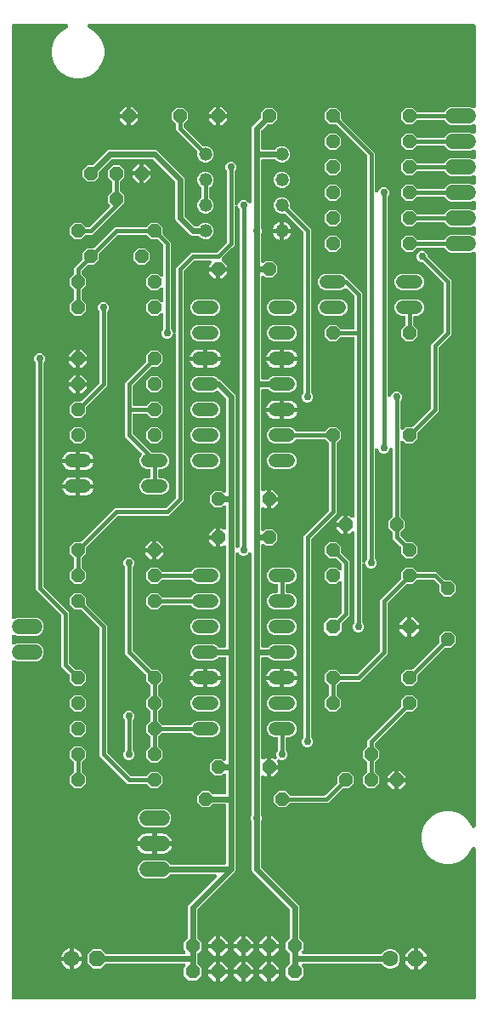
<source format=gtl>
G04 EAGLE Gerber RS-274X export*
G75*
%MOMM*%
%FSLAX34Y34*%
%LPD*%
%INTop Copper*%
%IPPOS*%
%AMOC8*
5,1,8,0,0,1.08239X$1,22.5*%
G01*
%ADD10C,1.320800*%
%ADD11C,1.320800*%
%ADD12P,1.429621X8X202.500000*%
%ADD13P,1.429621X8X22.500000*%
%ADD14P,1.429621X8X292.500000*%
%ADD15C,1.524000*%
%ADD16P,1.539592X8X22.500000*%
%ADD17P,1.732040X8X22.500000*%
%ADD18C,1.600200*%
%ADD19C,0.756400*%
%ADD20C,0.609600*%
%ADD21C,0.406400*%

G36*
X470426Y10163D02*
X470426Y10163D01*
X470444Y10161D01*
X470626Y10182D01*
X470809Y10201D01*
X470826Y10206D01*
X470843Y10208D01*
X471018Y10265D01*
X471194Y10319D01*
X471209Y10327D01*
X471226Y10333D01*
X471386Y10423D01*
X471548Y10511D01*
X471561Y10522D01*
X471577Y10531D01*
X471716Y10651D01*
X471857Y10768D01*
X471868Y10782D01*
X471882Y10794D01*
X471994Y10939D01*
X472109Y11082D01*
X472117Y11098D01*
X472128Y11112D01*
X472210Y11277D01*
X472295Y11439D01*
X472300Y11456D01*
X472308Y11472D01*
X472355Y11651D01*
X472406Y11826D01*
X472408Y11844D01*
X472412Y11861D01*
X472439Y12192D01*
X472439Y159936D01*
X472432Y160009D01*
X472434Y160082D01*
X472412Y160209D01*
X472399Y160337D01*
X472378Y160407D01*
X472365Y160479D01*
X472319Y160599D01*
X472281Y160722D01*
X472246Y160786D01*
X472220Y160854D01*
X472151Y160963D01*
X472089Y161076D01*
X472043Y161132D01*
X472003Y161194D01*
X471914Y161286D01*
X471832Y161385D01*
X471775Y161431D01*
X471724Y161484D01*
X471618Y161557D01*
X471518Y161637D01*
X471453Y161671D01*
X471393Y161713D01*
X471274Y161764D01*
X471161Y161823D01*
X471090Y161843D01*
X471023Y161872D01*
X470897Y161899D01*
X470774Y161934D01*
X470701Y161940D01*
X470629Y161955D01*
X470501Y161957D01*
X470372Y161967D01*
X470300Y161958D01*
X470226Y161959D01*
X470100Y161935D01*
X469973Y161920D01*
X469903Y161897D01*
X469831Y161884D01*
X469712Y161835D01*
X469590Y161795D01*
X469526Y161759D01*
X469458Y161732D01*
X469351Y161660D01*
X469239Y161597D01*
X469184Y161549D01*
X469123Y161509D01*
X469032Y161418D01*
X468935Y161334D01*
X468890Y161276D01*
X468838Y161225D01*
X468741Y161085D01*
X468688Y161016D01*
X468673Y160987D01*
X468649Y160952D01*
X465435Y155386D01*
X460564Y150515D01*
X454598Y147070D01*
X447944Y145287D01*
X441056Y145287D01*
X434402Y147070D01*
X428436Y150515D01*
X423565Y155386D01*
X420120Y161352D01*
X418337Y168006D01*
X418337Y174894D01*
X420120Y181548D01*
X423565Y187514D01*
X428436Y192385D01*
X434402Y195830D01*
X441056Y197613D01*
X447944Y197613D01*
X454598Y195830D01*
X460564Y192385D01*
X465435Y187514D01*
X468649Y181948D01*
X468692Y181889D01*
X468727Y181824D01*
X468809Y181726D01*
X468884Y181621D01*
X468937Y181571D01*
X468984Y181515D01*
X469084Y181435D01*
X469179Y181347D01*
X469241Y181309D01*
X469298Y181263D01*
X469412Y181204D01*
X469522Y181136D01*
X469590Y181111D01*
X469655Y181077D01*
X469779Y181042D01*
X469899Y180997D01*
X469972Y180986D01*
X470042Y180966D01*
X470171Y180955D01*
X470297Y180936D01*
X470370Y180939D01*
X470444Y180933D01*
X470571Y180948D01*
X470700Y180954D01*
X470771Y180971D01*
X470843Y180980D01*
X470966Y181020D01*
X471090Y181051D01*
X471156Y181082D01*
X471226Y181105D01*
X471338Y181168D01*
X471454Y181223D01*
X471513Y181267D01*
X471577Y181303D01*
X471674Y181387D01*
X471777Y181463D01*
X471826Y181518D01*
X471882Y181566D01*
X471960Y181667D01*
X472046Y181763D01*
X472083Y181826D01*
X472128Y181884D01*
X472186Y181999D01*
X472251Y182110D01*
X472275Y182179D01*
X472308Y182244D01*
X472341Y182369D01*
X472383Y182490D01*
X472393Y182562D01*
X472412Y182633D01*
X472426Y182803D01*
X472438Y182889D01*
X472436Y182922D01*
X472439Y182964D01*
X472439Y752218D01*
X472438Y752231D01*
X472439Y752245D01*
X472418Y752429D01*
X472399Y752618D01*
X472395Y752631D01*
X472394Y752645D01*
X472336Y752824D01*
X472281Y753003D01*
X472275Y753015D01*
X472271Y753028D01*
X472179Y753193D01*
X472089Y753357D01*
X472081Y753368D01*
X472074Y753379D01*
X471952Y753523D01*
X471832Y753667D01*
X471821Y753675D01*
X471813Y753685D01*
X471664Y753802D01*
X471518Y753919D01*
X471506Y753925D01*
X471496Y753933D01*
X471326Y754018D01*
X471161Y754105D01*
X471148Y754108D01*
X471136Y754114D01*
X470953Y754164D01*
X470774Y754216D01*
X470760Y754217D01*
X470747Y754221D01*
X470559Y754233D01*
X470372Y754249D01*
X470359Y754247D01*
X470346Y754248D01*
X470158Y754224D01*
X469973Y754202D01*
X469960Y754198D01*
X469947Y754196D01*
X469631Y754094D01*
X466639Y752855D01*
X447761Y752855D01*
X444400Y754247D01*
X441827Y756820D01*
X441674Y757189D01*
X441664Y757209D01*
X441657Y757230D01*
X441569Y757386D01*
X441484Y757544D01*
X441470Y757561D01*
X441459Y757581D01*
X441342Y757717D01*
X441228Y757855D01*
X441211Y757869D01*
X441196Y757886D01*
X441055Y757995D01*
X440915Y758108D01*
X440895Y758119D01*
X440878Y758132D01*
X440718Y758212D01*
X440559Y758295D01*
X440537Y758302D01*
X440517Y758312D01*
X440344Y758358D01*
X440172Y758408D01*
X440150Y758410D01*
X440129Y758416D01*
X439798Y758443D01*
X421105Y758443D01*
X421101Y758443D01*
X421096Y758443D01*
X420902Y758423D01*
X420705Y758403D01*
X420700Y758402D01*
X420696Y758402D01*
X420508Y758343D01*
X420320Y758285D01*
X420316Y758283D01*
X420311Y758282D01*
X420137Y758186D01*
X419966Y758093D01*
X419962Y758091D01*
X419958Y758088D01*
X419805Y757960D01*
X419656Y757836D01*
X419654Y757832D01*
X419650Y757829D01*
X419527Y757675D01*
X419404Y757522D01*
X419402Y757518D01*
X419399Y757515D01*
X419309Y757339D01*
X419218Y757165D01*
X419217Y757160D01*
X419215Y757156D01*
X419162Y756969D01*
X419107Y756778D01*
X419107Y756773D01*
X419106Y756769D01*
X419099Y756680D01*
X419081Y756839D01*
X419079Y756843D01*
X419079Y756847D01*
X419018Y757033D01*
X418958Y757222D01*
X418955Y757226D01*
X418954Y757230D01*
X418857Y757403D01*
X418761Y757574D01*
X418758Y757577D01*
X418756Y757581D01*
X418628Y757730D01*
X418499Y757879D01*
X418496Y757882D01*
X418493Y757886D01*
X418338Y758006D01*
X418182Y758128D01*
X418178Y758130D01*
X418175Y758132D01*
X417997Y758221D01*
X417823Y758308D01*
X417818Y758310D01*
X417814Y758312D01*
X417622Y758363D01*
X417434Y758415D01*
X417430Y758415D01*
X417426Y758416D01*
X417095Y758443D01*
X415180Y758443D01*
X415154Y758441D01*
X415127Y758443D01*
X414953Y758421D01*
X414780Y758403D01*
X414754Y758396D01*
X414728Y758392D01*
X414562Y758337D01*
X414395Y758285D01*
X414371Y758272D01*
X414346Y758264D01*
X414194Y758177D01*
X414041Y758093D01*
X414020Y758076D01*
X413997Y758063D01*
X413744Y757848D01*
X409767Y753871D01*
X403033Y753871D01*
X398271Y758633D01*
X398271Y765367D01*
X403033Y770129D01*
X409767Y770129D01*
X413744Y766152D01*
X413765Y766135D01*
X413782Y766114D01*
X413920Y766007D01*
X414056Y765897D01*
X414079Y765884D01*
X414100Y765868D01*
X414257Y765790D01*
X414411Y765708D01*
X414437Y765700D01*
X414461Y765688D01*
X414630Y765643D01*
X414797Y765593D01*
X414824Y765591D01*
X414850Y765584D01*
X415180Y765557D01*
X439798Y765557D01*
X439820Y765559D01*
X439842Y765557D01*
X440020Y765579D01*
X440198Y765597D01*
X440220Y765603D01*
X440242Y765606D01*
X440412Y765662D01*
X440583Y765715D01*
X440603Y765725D01*
X440624Y765732D01*
X440780Y765821D01*
X440937Y765907D01*
X440955Y765921D01*
X440974Y765932D01*
X441109Y766050D01*
X441247Y766164D01*
X441261Y766182D01*
X441277Y766196D01*
X441387Y766339D01*
X441499Y766478D01*
X441509Y766498D01*
X441523Y766516D01*
X441674Y766811D01*
X441827Y767180D01*
X444400Y769753D01*
X447761Y771145D01*
X466639Y771145D01*
X469631Y769906D01*
X469644Y769902D01*
X469655Y769895D01*
X469835Y769844D01*
X470016Y769789D01*
X470029Y769788D01*
X470042Y769784D01*
X470230Y769769D01*
X470417Y769751D01*
X470430Y769752D01*
X470444Y769751D01*
X470630Y769773D01*
X470817Y769793D01*
X470830Y769797D01*
X470843Y769798D01*
X471022Y769856D01*
X471202Y769912D01*
X471213Y769919D01*
X471226Y769923D01*
X471390Y770015D01*
X471555Y770106D01*
X471565Y770114D01*
X471577Y770121D01*
X471719Y770243D01*
X471863Y770365D01*
X471871Y770375D01*
X471882Y770384D01*
X471996Y770532D01*
X472114Y770680D01*
X472120Y770692D01*
X472128Y770702D01*
X472212Y770870D01*
X472298Y771038D01*
X472302Y771051D01*
X472308Y771063D01*
X472357Y771245D01*
X472408Y771425D01*
X472409Y771438D01*
X472412Y771451D01*
X472439Y771782D01*
X472439Y777618D01*
X472438Y777631D01*
X472439Y777645D01*
X472418Y777831D01*
X472399Y778018D01*
X472395Y778031D01*
X472394Y778045D01*
X472336Y778224D01*
X472281Y778403D01*
X472275Y778415D01*
X472271Y778428D01*
X472179Y778593D01*
X472089Y778757D01*
X472081Y778768D01*
X472074Y778779D01*
X471952Y778923D01*
X471832Y779067D01*
X471821Y779075D01*
X471813Y779085D01*
X471664Y779202D01*
X471518Y779319D01*
X471506Y779325D01*
X471496Y779333D01*
X471326Y779418D01*
X471161Y779505D01*
X471148Y779508D01*
X471136Y779514D01*
X470953Y779564D01*
X470774Y779616D01*
X470760Y779617D01*
X470747Y779621D01*
X470559Y779633D01*
X470372Y779649D01*
X470359Y779647D01*
X470346Y779648D01*
X470158Y779624D01*
X469973Y779602D01*
X469960Y779598D01*
X469947Y779596D01*
X469631Y779494D01*
X466639Y778255D01*
X447761Y778255D01*
X444400Y779647D01*
X441827Y782220D01*
X441674Y782589D01*
X441664Y782609D01*
X441657Y782630D01*
X441569Y782786D01*
X441484Y782944D01*
X441470Y782961D01*
X441459Y782981D01*
X441342Y783117D01*
X441228Y783255D01*
X441211Y783269D01*
X441196Y783286D01*
X441055Y783395D01*
X440915Y783508D01*
X440895Y783519D01*
X440878Y783532D01*
X440718Y783612D01*
X440559Y783695D01*
X440537Y783702D01*
X440517Y783712D01*
X440344Y783758D01*
X440172Y783808D01*
X440150Y783810D01*
X440129Y783816D01*
X439798Y783843D01*
X415180Y783843D01*
X415154Y783841D01*
X415127Y783843D01*
X414953Y783821D01*
X414780Y783803D01*
X414754Y783796D01*
X414728Y783792D01*
X414562Y783737D01*
X414395Y783685D01*
X414371Y783672D01*
X414346Y783664D01*
X414194Y783577D01*
X414041Y783493D01*
X414020Y783476D01*
X413997Y783463D01*
X413744Y783248D01*
X409767Y779271D01*
X403033Y779271D01*
X398271Y784033D01*
X398271Y790767D01*
X403033Y795529D01*
X409767Y795529D01*
X413744Y791552D01*
X413765Y791535D01*
X413782Y791514D01*
X413920Y791407D01*
X414056Y791297D01*
X414079Y791284D01*
X414100Y791268D01*
X414257Y791190D01*
X414411Y791108D01*
X414437Y791100D01*
X414461Y791088D01*
X414630Y791043D01*
X414797Y790993D01*
X414824Y790991D01*
X414850Y790984D01*
X415180Y790957D01*
X439798Y790957D01*
X439820Y790959D01*
X439842Y790957D01*
X440020Y790979D01*
X440198Y790997D01*
X440220Y791003D01*
X440242Y791006D01*
X440412Y791062D01*
X440583Y791115D01*
X440603Y791125D01*
X440624Y791132D01*
X440780Y791221D01*
X440937Y791307D01*
X440955Y791321D01*
X440974Y791332D01*
X441109Y791450D01*
X441247Y791564D01*
X441261Y791582D01*
X441277Y791596D01*
X441387Y791739D01*
X441499Y791878D01*
X441509Y791898D01*
X441523Y791916D01*
X441674Y792211D01*
X441827Y792580D01*
X444400Y795153D01*
X447761Y796545D01*
X466639Y796545D01*
X469631Y795306D01*
X469644Y795302D01*
X469655Y795295D01*
X469835Y795244D01*
X470016Y795189D01*
X470029Y795188D01*
X470042Y795184D01*
X470230Y795169D01*
X470417Y795151D01*
X470430Y795152D01*
X470444Y795151D01*
X470630Y795173D01*
X470817Y795193D01*
X470830Y795197D01*
X470843Y795198D01*
X471022Y795256D01*
X471202Y795312D01*
X471213Y795319D01*
X471226Y795323D01*
X471390Y795415D01*
X471555Y795506D01*
X471565Y795514D01*
X471577Y795521D01*
X471719Y795643D01*
X471863Y795765D01*
X471871Y795775D01*
X471882Y795784D01*
X471996Y795932D01*
X472114Y796080D01*
X472120Y796092D01*
X472128Y796102D01*
X472212Y796270D01*
X472298Y796438D01*
X472302Y796451D01*
X472308Y796463D01*
X472357Y796645D01*
X472408Y796825D01*
X472409Y796838D01*
X472412Y796851D01*
X472439Y797182D01*
X472439Y803018D01*
X472438Y803031D01*
X472439Y803045D01*
X472418Y803231D01*
X472399Y803418D01*
X472395Y803431D01*
X472394Y803445D01*
X472336Y803624D01*
X472281Y803803D01*
X472275Y803815D01*
X472271Y803828D01*
X472179Y803993D01*
X472089Y804157D01*
X472081Y804168D01*
X472074Y804179D01*
X471952Y804323D01*
X471832Y804467D01*
X471821Y804475D01*
X471813Y804485D01*
X471664Y804602D01*
X471518Y804719D01*
X471506Y804725D01*
X471496Y804733D01*
X471326Y804818D01*
X471161Y804905D01*
X471148Y804908D01*
X471136Y804914D01*
X470953Y804964D01*
X470774Y805016D01*
X470760Y805017D01*
X470747Y805021D01*
X470559Y805033D01*
X470372Y805049D01*
X470359Y805047D01*
X470346Y805048D01*
X470158Y805024D01*
X469973Y805002D01*
X469960Y804998D01*
X469947Y804996D01*
X469631Y804894D01*
X466639Y803655D01*
X447761Y803655D01*
X444400Y805047D01*
X441827Y807620D01*
X441674Y807989D01*
X441664Y808009D01*
X441657Y808030D01*
X441569Y808186D01*
X441484Y808344D01*
X441470Y808361D01*
X441459Y808381D01*
X441342Y808517D01*
X441228Y808655D01*
X441211Y808669D01*
X441196Y808686D01*
X441055Y808795D01*
X440915Y808908D01*
X440895Y808919D01*
X440878Y808932D01*
X440718Y809012D01*
X440559Y809095D01*
X440537Y809102D01*
X440517Y809112D01*
X440344Y809158D01*
X440172Y809208D01*
X440150Y809210D01*
X440129Y809216D01*
X439798Y809243D01*
X415180Y809243D01*
X415154Y809241D01*
X415127Y809243D01*
X414953Y809221D01*
X414780Y809203D01*
X414754Y809196D01*
X414728Y809192D01*
X414562Y809137D01*
X414395Y809085D01*
X414371Y809072D01*
X414346Y809064D01*
X414194Y808977D01*
X414041Y808893D01*
X414020Y808876D01*
X413997Y808863D01*
X413744Y808648D01*
X409767Y804671D01*
X403033Y804671D01*
X398271Y809433D01*
X398271Y816167D01*
X403033Y820929D01*
X409767Y820929D01*
X413744Y816952D01*
X413765Y816935D01*
X413782Y816914D01*
X413920Y816807D01*
X414056Y816697D01*
X414079Y816684D01*
X414100Y816668D01*
X414257Y816590D01*
X414411Y816508D01*
X414437Y816500D01*
X414461Y816488D01*
X414630Y816443D01*
X414797Y816393D01*
X414824Y816391D01*
X414850Y816384D01*
X415180Y816357D01*
X439798Y816357D01*
X439820Y816359D01*
X439842Y816357D01*
X440020Y816379D01*
X440198Y816397D01*
X440220Y816403D01*
X440242Y816406D01*
X440412Y816462D01*
X440583Y816515D01*
X440603Y816525D01*
X440624Y816532D01*
X440780Y816621D01*
X440937Y816707D01*
X440955Y816721D01*
X440974Y816732D01*
X441109Y816850D01*
X441247Y816964D01*
X441261Y816982D01*
X441277Y816996D01*
X441387Y817139D01*
X441499Y817278D01*
X441509Y817298D01*
X441523Y817316D01*
X441674Y817611D01*
X441827Y817980D01*
X444400Y820553D01*
X444967Y820787D01*
X444967Y820788D01*
X447761Y821945D01*
X466639Y821945D01*
X469631Y820706D01*
X469644Y820702D01*
X469655Y820695D01*
X469835Y820644D01*
X470016Y820589D01*
X470029Y820588D01*
X470042Y820584D01*
X470230Y820569D01*
X470417Y820551D01*
X470430Y820552D01*
X470444Y820551D01*
X470630Y820573D01*
X470817Y820593D01*
X470830Y820597D01*
X470843Y820598D01*
X471022Y820656D01*
X471202Y820712D01*
X471213Y820719D01*
X471226Y820723D01*
X471390Y820815D01*
X471555Y820906D01*
X471565Y820914D01*
X471577Y820921D01*
X471719Y821043D01*
X471863Y821165D01*
X471871Y821175D01*
X471882Y821184D01*
X471996Y821332D01*
X472114Y821480D01*
X472120Y821492D01*
X472128Y821502D01*
X472212Y821670D01*
X472298Y821838D01*
X472302Y821851D01*
X472308Y821863D01*
X472357Y822045D01*
X472408Y822225D01*
X472409Y822238D01*
X472412Y822251D01*
X472439Y822582D01*
X472439Y828418D01*
X472438Y828431D01*
X472439Y828445D01*
X472418Y828631D01*
X472399Y828818D01*
X472395Y828831D01*
X472394Y828845D01*
X472336Y829024D01*
X472281Y829203D01*
X472275Y829215D01*
X472271Y829228D01*
X472179Y829393D01*
X472089Y829557D01*
X472081Y829568D01*
X472074Y829579D01*
X471952Y829723D01*
X471832Y829867D01*
X471821Y829875D01*
X471813Y829885D01*
X471664Y830002D01*
X471518Y830119D01*
X471506Y830125D01*
X471496Y830133D01*
X471326Y830218D01*
X471161Y830305D01*
X471148Y830308D01*
X471136Y830314D01*
X470953Y830364D01*
X470774Y830416D01*
X470760Y830417D01*
X470747Y830421D01*
X470559Y830433D01*
X470372Y830449D01*
X470359Y830447D01*
X470346Y830448D01*
X470158Y830424D01*
X469973Y830402D01*
X469960Y830398D01*
X469947Y830396D01*
X469631Y830294D01*
X466639Y829055D01*
X447761Y829055D01*
X444400Y830447D01*
X441827Y833020D01*
X441674Y833389D01*
X441664Y833409D01*
X441657Y833430D01*
X441569Y833586D01*
X441484Y833744D01*
X441470Y833761D01*
X441459Y833781D01*
X441342Y833917D01*
X441228Y834055D01*
X441211Y834069D01*
X441196Y834086D01*
X441055Y834195D01*
X440915Y834308D01*
X440895Y834319D01*
X440878Y834332D01*
X440718Y834412D01*
X440559Y834495D01*
X440537Y834502D01*
X440517Y834512D01*
X440344Y834558D01*
X440172Y834608D01*
X440150Y834610D01*
X440129Y834616D01*
X439798Y834643D01*
X415180Y834643D01*
X415154Y834641D01*
X415127Y834643D01*
X414953Y834621D01*
X414780Y834603D01*
X414754Y834596D01*
X414728Y834592D01*
X414562Y834537D01*
X414395Y834485D01*
X414371Y834472D01*
X414346Y834464D01*
X414194Y834377D01*
X414041Y834293D01*
X414020Y834276D01*
X413997Y834263D01*
X413744Y834048D01*
X409767Y830071D01*
X403033Y830071D01*
X398271Y834833D01*
X398271Y841567D01*
X403033Y846329D01*
X409767Y846329D01*
X413744Y842352D01*
X413765Y842335D01*
X413782Y842314D01*
X413920Y842207D01*
X414056Y842097D01*
X414079Y842084D01*
X414100Y842068D01*
X414257Y841990D01*
X414411Y841908D01*
X414437Y841900D01*
X414461Y841888D01*
X414630Y841843D01*
X414797Y841793D01*
X414824Y841791D01*
X414850Y841784D01*
X415180Y841757D01*
X439798Y841757D01*
X439820Y841759D01*
X439842Y841757D01*
X440020Y841779D01*
X440198Y841797D01*
X440220Y841803D01*
X440242Y841806D01*
X440412Y841862D01*
X440583Y841915D01*
X440603Y841925D01*
X440624Y841932D01*
X440780Y842021D01*
X440937Y842107D01*
X440955Y842121D01*
X440974Y842132D01*
X441109Y842250D01*
X441247Y842364D01*
X441261Y842382D01*
X441277Y842396D01*
X441387Y842539D01*
X441499Y842678D01*
X441509Y842698D01*
X441523Y842716D01*
X441674Y843011D01*
X441827Y843380D01*
X444400Y845953D01*
X447396Y847194D01*
X447397Y847194D01*
X447761Y847345D01*
X466639Y847345D01*
X469631Y846106D01*
X469644Y846102D01*
X469655Y846095D01*
X469835Y846044D01*
X470016Y845989D01*
X470029Y845988D01*
X470042Y845984D01*
X470230Y845969D01*
X470417Y845951D01*
X470430Y845952D01*
X470444Y845951D01*
X470630Y845973D01*
X470817Y845993D01*
X470830Y845997D01*
X470843Y845998D01*
X471022Y846056D01*
X471202Y846112D01*
X471213Y846119D01*
X471226Y846123D01*
X471390Y846215D01*
X471555Y846306D01*
X471565Y846314D01*
X471577Y846321D01*
X471719Y846443D01*
X471863Y846565D01*
X471871Y846575D01*
X471882Y846584D01*
X471996Y846732D01*
X472114Y846880D01*
X472120Y846892D01*
X472128Y846902D01*
X472212Y847070D01*
X472298Y847238D01*
X472302Y847251D01*
X472308Y847263D01*
X472357Y847445D01*
X472408Y847625D01*
X472409Y847638D01*
X472412Y847651D01*
X472439Y847982D01*
X472439Y853818D01*
X472438Y853831D01*
X472439Y853845D01*
X472418Y854031D01*
X472399Y854218D01*
X472395Y854231D01*
X472394Y854245D01*
X472336Y854424D01*
X472281Y854603D01*
X472275Y854615D01*
X472271Y854628D01*
X472179Y854793D01*
X472089Y854957D01*
X472081Y854968D01*
X472074Y854979D01*
X471952Y855123D01*
X471832Y855267D01*
X471821Y855275D01*
X471813Y855285D01*
X471664Y855402D01*
X471518Y855519D01*
X471506Y855525D01*
X471496Y855533D01*
X471326Y855618D01*
X471161Y855705D01*
X471148Y855708D01*
X471136Y855714D01*
X470953Y855764D01*
X470774Y855816D01*
X470760Y855817D01*
X470747Y855821D01*
X470559Y855833D01*
X470372Y855849D01*
X470359Y855847D01*
X470346Y855848D01*
X470158Y855824D01*
X469973Y855802D01*
X469960Y855798D01*
X469947Y855796D01*
X469631Y855694D01*
X466639Y854455D01*
X447761Y854455D01*
X444400Y855847D01*
X441827Y858420D01*
X441674Y858789D01*
X441664Y858809D01*
X441657Y858830D01*
X441569Y858986D01*
X441484Y859144D01*
X441470Y859161D01*
X441459Y859181D01*
X441342Y859317D01*
X441228Y859455D01*
X441211Y859469D01*
X441196Y859486D01*
X441055Y859595D01*
X440915Y859708D01*
X440895Y859719D01*
X440878Y859732D01*
X440718Y859812D01*
X440559Y859895D01*
X440537Y859902D01*
X440517Y859912D01*
X440344Y859958D01*
X440172Y860008D01*
X440150Y860010D01*
X440129Y860016D01*
X439798Y860043D01*
X415180Y860043D01*
X415154Y860041D01*
X415127Y860043D01*
X414953Y860021D01*
X414780Y860003D01*
X414754Y859996D01*
X414728Y859992D01*
X414562Y859937D01*
X414395Y859885D01*
X414371Y859872D01*
X414346Y859864D01*
X414194Y859777D01*
X414041Y859693D01*
X414020Y859676D01*
X413997Y859663D01*
X413744Y859448D01*
X409767Y855471D01*
X403033Y855471D01*
X398271Y860233D01*
X398271Y866967D01*
X403033Y871729D01*
X409767Y871729D01*
X413744Y867752D01*
X413765Y867735D01*
X413782Y867714D01*
X413920Y867607D01*
X414056Y867497D01*
X414079Y867484D01*
X414100Y867468D01*
X414257Y867390D01*
X414411Y867308D01*
X414437Y867300D01*
X414461Y867288D01*
X414630Y867243D01*
X414797Y867193D01*
X414824Y867191D01*
X414850Y867184D01*
X415180Y867157D01*
X439798Y867157D01*
X439820Y867159D01*
X439842Y867157D01*
X440020Y867179D01*
X440198Y867197D01*
X440220Y867203D01*
X440242Y867206D01*
X440412Y867262D01*
X440583Y867315D01*
X440603Y867325D01*
X440624Y867332D01*
X440780Y867421D01*
X440937Y867507D01*
X440955Y867521D01*
X440974Y867532D01*
X441109Y867650D01*
X441247Y867764D01*
X441261Y867782D01*
X441277Y867796D01*
X441387Y867939D01*
X441499Y868078D01*
X441509Y868098D01*
X441523Y868116D01*
X441674Y868411D01*
X441827Y868780D01*
X444400Y871353D01*
X447761Y872745D01*
X466639Y872745D01*
X469631Y871506D01*
X469644Y871502D01*
X469655Y871495D01*
X469835Y871444D01*
X470016Y871389D01*
X470029Y871388D01*
X470042Y871384D01*
X470230Y871369D01*
X470417Y871351D01*
X470430Y871352D01*
X470444Y871351D01*
X470630Y871373D01*
X470817Y871393D01*
X470830Y871397D01*
X470843Y871398D01*
X471022Y871456D01*
X471202Y871512D01*
X471213Y871519D01*
X471226Y871523D01*
X471390Y871615D01*
X471555Y871706D01*
X471565Y871714D01*
X471577Y871721D01*
X471719Y871843D01*
X471863Y871965D01*
X471871Y871975D01*
X471882Y871984D01*
X471996Y872132D01*
X472114Y872280D01*
X472120Y872292D01*
X472128Y872302D01*
X472212Y872470D01*
X472298Y872638D01*
X472302Y872651D01*
X472308Y872663D01*
X472357Y872845D01*
X472408Y873025D01*
X472409Y873038D01*
X472412Y873051D01*
X472439Y873382D01*
X472439Y879218D01*
X472438Y879231D01*
X472439Y879245D01*
X472418Y879431D01*
X472399Y879618D01*
X472395Y879631D01*
X472394Y879645D01*
X472336Y879824D01*
X472281Y880003D01*
X472275Y880015D01*
X472271Y880028D01*
X472179Y880193D01*
X472089Y880357D01*
X472081Y880368D01*
X472074Y880379D01*
X471952Y880523D01*
X471832Y880667D01*
X471821Y880675D01*
X471813Y880685D01*
X471664Y880802D01*
X471518Y880919D01*
X471506Y880925D01*
X471496Y880933D01*
X471326Y881018D01*
X471161Y881105D01*
X471148Y881108D01*
X471136Y881114D01*
X470953Y881164D01*
X470774Y881216D01*
X470760Y881217D01*
X470747Y881221D01*
X470559Y881233D01*
X470372Y881249D01*
X470359Y881247D01*
X470346Y881248D01*
X470158Y881224D01*
X469973Y881202D01*
X469960Y881198D01*
X469947Y881196D01*
X469631Y881094D01*
X466639Y879855D01*
X447761Y879855D01*
X444400Y881247D01*
X441827Y883820D01*
X441674Y884189D01*
X441664Y884209D01*
X441657Y884230D01*
X441569Y884386D01*
X441484Y884544D01*
X441470Y884561D01*
X441459Y884581D01*
X441342Y884717D01*
X441228Y884855D01*
X441211Y884869D01*
X441196Y884886D01*
X441055Y884995D01*
X440915Y885108D01*
X440895Y885119D01*
X440878Y885132D01*
X440718Y885212D01*
X440559Y885295D01*
X440537Y885302D01*
X440517Y885312D01*
X440344Y885358D01*
X440172Y885408D01*
X440150Y885410D01*
X440129Y885416D01*
X439798Y885443D01*
X415180Y885443D01*
X415154Y885441D01*
X415127Y885443D01*
X414953Y885421D01*
X414780Y885403D01*
X414754Y885396D01*
X414728Y885392D01*
X414562Y885337D01*
X414395Y885285D01*
X414371Y885272D01*
X414346Y885264D01*
X414194Y885177D01*
X414041Y885093D01*
X414020Y885076D01*
X413997Y885063D01*
X413744Y884848D01*
X409767Y880871D01*
X403033Y880871D01*
X398271Y885633D01*
X398271Y892367D01*
X403033Y897129D01*
X409767Y897129D01*
X413744Y893152D01*
X413765Y893135D01*
X413782Y893114D01*
X413920Y893007D01*
X414056Y892897D01*
X414079Y892884D01*
X414100Y892868D01*
X414257Y892790D01*
X414411Y892708D01*
X414437Y892700D01*
X414461Y892688D01*
X414630Y892643D01*
X414797Y892593D01*
X414824Y892591D01*
X414850Y892584D01*
X415180Y892557D01*
X439798Y892557D01*
X439820Y892559D01*
X439842Y892557D01*
X440020Y892579D01*
X440198Y892597D01*
X440220Y892603D01*
X440242Y892606D01*
X440412Y892662D01*
X440583Y892715D01*
X440603Y892725D01*
X440624Y892732D01*
X440780Y892821D01*
X440937Y892907D01*
X440955Y892921D01*
X440974Y892932D01*
X441109Y893050D01*
X441247Y893164D01*
X441261Y893182D01*
X441277Y893196D01*
X441387Y893339D01*
X441499Y893478D01*
X441509Y893498D01*
X441523Y893516D01*
X441674Y893811D01*
X441827Y894180D01*
X444400Y896753D01*
X447761Y898145D01*
X466639Y898145D01*
X469631Y896906D01*
X469644Y896902D01*
X469655Y896895D01*
X469835Y896844D01*
X470016Y896789D01*
X470029Y896788D01*
X470042Y896784D01*
X470230Y896769D01*
X470417Y896751D01*
X470430Y896752D01*
X470444Y896751D01*
X470630Y896773D01*
X470817Y896793D01*
X470830Y896797D01*
X470843Y896798D01*
X471022Y896856D01*
X471202Y896912D01*
X471213Y896919D01*
X471226Y896923D01*
X471390Y897015D01*
X471555Y897106D01*
X471565Y897114D01*
X471577Y897121D01*
X471719Y897243D01*
X471863Y897365D01*
X471871Y897375D01*
X471882Y897384D01*
X471996Y897532D01*
X472114Y897680D01*
X472120Y897692D01*
X472128Y897702D01*
X472212Y897870D01*
X472298Y898038D01*
X472302Y898051D01*
X472308Y898063D01*
X472357Y898245D01*
X472408Y898425D01*
X472409Y898438D01*
X472412Y898451D01*
X472439Y898782D01*
X472439Y978408D01*
X472437Y978426D01*
X472439Y978444D01*
X472418Y978626D01*
X472399Y978809D01*
X472394Y978826D01*
X472392Y978843D01*
X472335Y979018D01*
X472281Y979194D01*
X472273Y979209D01*
X472267Y979226D01*
X472177Y979386D01*
X472089Y979548D01*
X472078Y979561D01*
X472069Y979577D01*
X471949Y979716D01*
X471832Y979857D01*
X471818Y979868D01*
X471806Y979882D01*
X471661Y979994D01*
X471518Y980109D01*
X471502Y980117D01*
X471488Y980128D01*
X471323Y980210D01*
X471161Y980295D01*
X471144Y980300D01*
X471128Y980308D01*
X470949Y980355D01*
X470774Y980406D01*
X470756Y980408D01*
X470739Y980412D01*
X470408Y980439D01*
X87714Y980439D01*
X87641Y980432D01*
X87568Y980434D01*
X87441Y980412D01*
X87313Y980399D01*
X87243Y980378D01*
X87171Y980365D01*
X87051Y980319D01*
X86928Y980281D01*
X86864Y980246D01*
X86796Y980220D01*
X86687Y980151D01*
X86574Y980089D01*
X86518Y980043D01*
X86456Y980003D01*
X86364Y979914D01*
X86265Y979832D01*
X86219Y979775D01*
X86166Y979724D01*
X86093Y979618D01*
X86013Y979518D01*
X85979Y979453D01*
X85937Y979393D01*
X85886Y979274D01*
X85827Y979161D01*
X85807Y979090D01*
X85778Y979023D01*
X85751Y978897D01*
X85716Y978774D01*
X85710Y978701D01*
X85695Y978629D01*
X85693Y978501D01*
X85683Y978372D01*
X85692Y978300D01*
X85691Y978226D01*
X85715Y978100D01*
X85730Y977973D01*
X85753Y977903D01*
X85766Y977831D01*
X85815Y977712D01*
X85855Y977590D01*
X85891Y977526D01*
X85918Y977458D01*
X85990Y977351D01*
X86053Y977239D01*
X86101Y977184D01*
X86141Y977123D01*
X86232Y977032D01*
X86316Y976935D01*
X86374Y976890D01*
X86425Y976838D01*
X86565Y976741D01*
X86634Y976688D01*
X86663Y976673D01*
X86698Y976649D01*
X92264Y973435D01*
X97135Y968564D01*
X100580Y962598D01*
X102363Y955944D01*
X102363Y949056D01*
X100580Y942402D01*
X97135Y936436D01*
X92264Y931565D01*
X86298Y928120D01*
X79644Y926337D01*
X72756Y926337D01*
X66102Y928120D01*
X60136Y931565D01*
X55265Y936436D01*
X51820Y942402D01*
X50037Y949056D01*
X50037Y955944D01*
X51820Y962598D01*
X55265Y968564D01*
X60136Y973435D01*
X65702Y976649D01*
X65761Y976692D01*
X65826Y976727D01*
X65924Y976809D01*
X66029Y976884D01*
X66079Y976937D01*
X66135Y976984D01*
X66215Y977084D01*
X66303Y977179D01*
X66341Y977241D01*
X66387Y977298D01*
X66446Y977412D01*
X66514Y977522D01*
X66539Y977590D01*
X66573Y977655D01*
X66608Y977779D01*
X66653Y977899D01*
X66664Y977972D01*
X66684Y978042D01*
X66695Y978171D01*
X66714Y978297D01*
X66711Y978370D01*
X66717Y978444D01*
X66702Y978571D01*
X66696Y978700D01*
X66679Y978771D01*
X66670Y978843D01*
X66630Y978966D01*
X66599Y979090D01*
X66568Y979156D01*
X66545Y979226D01*
X66482Y979338D01*
X66427Y979454D01*
X66383Y979513D01*
X66347Y979577D01*
X66263Y979674D01*
X66187Y979777D01*
X66132Y979826D01*
X66084Y979882D01*
X65983Y979960D01*
X65887Y980046D01*
X65824Y980083D01*
X65766Y980128D01*
X65651Y980186D01*
X65540Y980251D01*
X65471Y980275D01*
X65406Y980308D01*
X65281Y980341D01*
X65160Y980383D01*
X65088Y980393D01*
X65017Y980412D01*
X64847Y980426D01*
X64761Y980438D01*
X64728Y980436D01*
X64686Y980439D01*
X12192Y980439D01*
X12174Y980437D01*
X12156Y980439D01*
X11974Y980418D01*
X11791Y980399D01*
X11774Y980394D01*
X11757Y980392D01*
X11582Y980335D01*
X11406Y980281D01*
X11391Y980273D01*
X11374Y980267D01*
X11214Y980177D01*
X11052Y980089D01*
X11039Y980078D01*
X11023Y980069D01*
X10884Y979949D01*
X10743Y979832D01*
X10732Y979818D01*
X10718Y979806D01*
X10606Y979661D01*
X10491Y979518D01*
X10483Y979502D01*
X10472Y979488D01*
X10390Y979323D01*
X10305Y979161D01*
X10300Y979144D01*
X10292Y979128D01*
X10245Y978949D01*
X10194Y978774D01*
X10192Y978756D01*
X10188Y978739D01*
X10161Y978408D01*
X10161Y390782D01*
X10162Y390769D01*
X10161Y390755D01*
X10182Y390569D01*
X10201Y390382D01*
X10205Y390369D01*
X10206Y390355D01*
X10264Y390176D01*
X10319Y389997D01*
X10325Y389985D01*
X10329Y389972D01*
X10421Y389807D01*
X10511Y389643D01*
X10519Y389632D01*
X10526Y389621D01*
X10648Y389477D01*
X10768Y389333D01*
X10779Y389325D01*
X10787Y389315D01*
X10936Y389198D01*
X11082Y389081D01*
X11094Y389075D01*
X11104Y389067D01*
X11274Y388982D01*
X11439Y388895D01*
X11452Y388892D01*
X11464Y388886D01*
X11647Y388836D01*
X11826Y388784D01*
X11840Y388783D01*
X11853Y388779D01*
X12041Y388767D01*
X12228Y388751D01*
X12241Y388753D01*
X12254Y388752D01*
X12442Y388776D01*
X12627Y388798D01*
X12640Y388802D01*
X12653Y388804D01*
X12969Y388906D01*
X15961Y390145D01*
X34839Y390145D01*
X38200Y388753D01*
X40773Y386180D01*
X42165Y382819D01*
X42165Y379181D01*
X40773Y375820D01*
X38200Y373247D01*
X34839Y371855D01*
X15961Y371855D01*
X12969Y373094D01*
X12956Y373098D01*
X12945Y373105D01*
X12765Y373156D01*
X12584Y373211D01*
X12571Y373212D01*
X12558Y373216D01*
X12370Y373231D01*
X12183Y373249D01*
X12170Y373248D01*
X12156Y373249D01*
X11970Y373227D01*
X11783Y373207D01*
X11770Y373203D01*
X11757Y373202D01*
X11578Y373144D01*
X11398Y373088D01*
X11387Y373081D01*
X11374Y373077D01*
X11210Y372985D01*
X11045Y372894D01*
X11035Y372886D01*
X11023Y372879D01*
X10881Y372757D01*
X10737Y372635D01*
X10729Y372625D01*
X10718Y372616D01*
X10604Y372468D01*
X10486Y372320D01*
X10480Y372308D01*
X10472Y372298D01*
X10388Y372130D01*
X10302Y371962D01*
X10298Y371949D01*
X10292Y371937D01*
X10243Y371755D01*
X10192Y371575D01*
X10191Y371562D01*
X10188Y371549D01*
X10161Y371218D01*
X10161Y365382D01*
X10162Y365369D01*
X10161Y365355D01*
X10182Y365169D01*
X10201Y364982D01*
X10205Y364969D01*
X10206Y364955D01*
X10264Y364776D01*
X10319Y364597D01*
X10325Y364585D01*
X10329Y364572D01*
X10421Y364407D01*
X10511Y364243D01*
X10519Y364232D01*
X10526Y364221D01*
X10648Y364077D01*
X10768Y363933D01*
X10779Y363925D01*
X10787Y363915D01*
X10936Y363798D01*
X11082Y363681D01*
X11094Y363675D01*
X11104Y363667D01*
X11274Y363582D01*
X11439Y363495D01*
X11452Y363492D01*
X11464Y363486D01*
X11647Y363436D01*
X11826Y363384D01*
X11840Y363383D01*
X11853Y363379D01*
X12041Y363367D01*
X12228Y363351D01*
X12241Y363353D01*
X12254Y363352D01*
X12442Y363376D01*
X12627Y363398D01*
X12640Y363402D01*
X12653Y363404D01*
X12969Y363506D01*
X15961Y364745D01*
X34839Y364745D01*
X38200Y363353D01*
X40773Y360780D01*
X42165Y357419D01*
X42165Y353781D01*
X40773Y350420D01*
X38200Y347847D01*
X34839Y346455D01*
X15961Y346455D01*
X12969Y347694D01*
X12956Y347698D01*
X12945Y347705D01*
X12765Y347756D01*
X12584Y347811D01*
X12571Y347812D01*
X12558Y347816D01*
X12370Y347831D01*
X12183Y347849D01*
X12170Y347848D01*
X12156Y347849D01*
X11970Y347827D01*
X11783Y347807D01*
X11770Y347803D01*
X11757Y347802D01*
X11578Y347744D01*
X11398Y347688D01*
X11387Y347681D01*
X11374Y347677D01*
X11210Y347585D01*
X11045Y347494D01*
X11035Y347486D01*
X11023Y347479D01*
X10881Y347357D01*
X10737Y347235D01*
X10729Y347225D01*
X10718Y347216D01*
X10604Y347068D01*
X10486Y346920D01*
X10480Y346908D01*
X10472Y346898D01*
X10388Y346730D01*
X10302Y346562D01*
X10298Y346549D01*
X10292Y346537D01*
X10243Y346355D01*
X10192Y346175D01*
X10191Y346162D01*
X10188Y346149D01*
X10161Y345818D01*
X10161Y12192D01*
X10163Y12174D01*
X10161Y12156D01*
X10182Y11974D01*
X10201Y11791D01*
X10206Y11774D01*
X10208Y11757D01*
X10265Y11582D01*
X10319Y11406D01*
X10327Y11391D01*
X10333Y11374D01*
X10423Y11214D01*
X10511Y11052D01*
X10522Y11039D01*
X10531Y11023D01*
X10651Y10884D01*
X10768Y10743D01*
X10782Y10732D01*
X10794Y10718D01*
X10939Y10606D01*
X11082Y10491D01*
X11098Y10483D01*
X11112Y10472D01*
X11277Y10390D01*
X11439Y10305D01*
X11456Y10300D01*
X11472Y10292D01*
X11651Y10245D01*
X11826Y10194D01*
X11844Y10192D01*
X11861Y10188D01*
X12192Y10161D01*
X470408Y10161D01*
X470426Y10163D01*
G37*
%LPC*%
G36*
X186923Y29463D02*
X186923Y29463D01*
X181863Y34523D01*
X181863Y41677D01*
X182946Y42760D01*
X182951Y42767D01*
X182958Y42772D01*
X183078Y42922D01*
X183201Y43071D01*
X183205Y43079D01*
X183210Y43086D01*
X183299Y43256D01*
X183389Y43427D01*
X183392Y43436D01*
X183396Y43443D01*
X183449Y43628D01*
X183504Y43813D01*
X183505Y43822D01*
X183507Y43830D01*
X183523Y44020D01*
X183540Y44214D01*
X183539Y44223D01*
X183540Y44232D01*
X183518Y44421D01*
X183497Y44614D01*
X183494Y44623D01*
X183493Y44631D01*
X183434Y44813D01*
X183376Y44998D01*
X183371Y45006D01*
X183368Y45014D01*
X183274Y45181D01*
X183181Y45350D01*
X183175Y45357D01*
X183171Y45365D01*
X183045Y45510D01*
X182920Y45657D01*
X182913Y45663D01*
X182907Y45670D01*
X182757Y45786D01*
X182604Y45907D01*
X182596Y45911D01*
X182589Y45916D01*
X182418Y46002D01*
X182245Y46089D01*
X182237Y46092D01*
X182229Y46096D01*
X182043Y46146D01*
X181857Y46197D01*
X181849Y46198D01*
X181840Y46200D01*
X181509Y46227D01*
X104990Y46227D01*
X104963Y46225D01*
X104937Y46227D01*
X104763Y46205D01*
X104589Y46187D01*
X104564Y46180D01*
X104537Y46176D01*
X104371Y46120D01*
X104204Y46069D01*
X104181Y46056D01*
X104156Y46048D01*
X104004Y45961D01*
X103850Y45877D01*
X103830Y45860D01*
X103807Y45847D01*
X103554Y45632D01*
X99196Y41274D01*
X91304Y41274D01*
X85724Y46854D01*
X85724Y54746D01*
X91304Y60326D01*
X99196Y60326D01*
X103554Y55968D01*
X103574Y55951D01*
X103592Y55930D01*
X103730Y55823D01*
X103865Y55713D01*
X103889Y55700D01*
X103910Y55684D01*
X104067Y55606D01*
X104221Y55524D01*
X104246Y55516D01*
X104271Y55504D01*
X104440Y55459D01*
X104607Y55409D01*
X104633Y55407D01*
X104659Y55400D01*
X104990Y55373D01*
X181509Y55373D01*
X181518Y55374D01*
X181527Y55373D01*
X181719Y55394D01*
X181910Y55413D01*
X181918Y55415D01*
X181927Y55416D01*
X182110Y55474D01*
X182295Y55531D01*
X182303Y55535D01*
X182311Y55538D01*
X182480Y55631D01*
X182649Y55723D01*
X182656Y55728D01*
X182663Y55733D01*
X182811Y55858D01*
X182958Y55980D01*
X182964Y55987D01*
X182970Y55993D01*
X183090Y56145D01*
X183210Y56294D01*
X183214Y56302D01*
X183220Y56309D01*
X183307Y56481D01*
X183396Y56651D01*
X183398Y56660D01*
X183402Y56668D01*
X183454Y56854D01*
X183507Y57038D01*
X183508Y57047D01*
X183510Y57056D01*
X183524Y57245D01*
X183540Y57440D01*
X183539Y57448D01*
X183540Y57457D01*
X183515Y57650D01*
X183493Y57839D01*
X183491Y57848D01*
X183489Y57857D01*
X183428Y58039D01*
X183368Y58222D01*
X183364Y58230D01*
X183361Y58238D01*
X183267Y58402D01*
X183171Y58573D01*
X183165Y58580D01*
X183160Y58587D01*
X182946Y58840D01*
X181863Y59923D01*
X181863Y67077D01*
X185332Y70546D01*
X185349Y70567D01*
X185370Y70585D01*
X185477Y70723D01*
X185587Y70858D01*
X185600Y70882D01*
X185616Y70903D01*
X185694Y71059D01*
X185776Y71214D01*
X185784Y71239D01*
X185796Y71263D01*
X185841Y71433D01*
X185891Y71600D01*
X185893Y71626D01*
X185900Y71652D01*
X185927Y71983D01*
X185927Y102510D01*
X186623Y104190D01*
X188195Y105762D01*
X214093Y131660D01*
X214099Y131667D01*
X214105Y131672D01*
X214226Y131822D01*
X214348Y131971D01*
X214352Y131979D01*
X214358Y131986D01*
X214447Y132157D01*
X214537Y132327D01*
X214539Y132335D01*
X214543Y132343D01*
X214597Y132529D01*
X214651Y132713D01*
X214652Y132722D01*
X214655Y132730D01*
X214670Y132922D01*
X214688Y133114D01*
X214687Y133123D01*
X214688Y133132D01*
X214665Y133321D01*
X214644Y133514D01*
X214642Y133523D01*
X214641Y133531D01*
X214581Y133713D01*
X214523Y133898D01*
X214519Y133906D01*
X214516Y133914D01*
X214421Y134083D01*
X214328Y134250D01*
X214322Y134257D01*
X214318Y134265D01*
X214192Y134411D01*
X214068Y134557D01*
X214061Y134563D01*
X214055Y134570D01*
X213903Y134687D01*
X213752Y134807D01*
X213744Y134811D01*
X213737Y134816D01*
X213565Y134902D01*
X213393Y134989D01*
X213384Y134992D01*
X213376Y134996D01*
X213190Y135046D01*
X213005Y135097D01*
X212996Y135098D01*
X212987Y135100D01*
X212657Y135127D01*
X169221Y135127D01*
X169195Y135125D01*
X169168Y135127D01*
X168994Y135105D01*
X168821Y135087D01*
X168795Y135080D01*
X168769Y135076D01*
X168603Y135021D01*
X168436Y134969D01*
X168412Y134956D01*
X168387Y134948D01*
X168235Y134861D01*
X168082Y134777D01*
X168061Y134760D01*
X168038Y134747D01*
X167785Y134532D01*
X165200Y131947D01*
X161839Y130555D01*
X142961Y130555D01*
X139600Y131947D01*
X137027Y134520D01*
X135635Y137881D01*
X135635Y141519D01*
X137027Y144880D01*
X139600Y147453D01*
X141993Y148444D01*
X142961Y148845D01*
X161839Y148845D01*
X165200Y147453D01*
X167785Y144868D01*
X167806Y144851D01*
X167823Y144830D01*
X167961Y144723D01*
X168096Y144613D01*
X168120Y144600D01*
X168141Y144584D01*
X168298Y144506D01*
X168452Y144424D01*
X168478Y144416D01*
X168502Y144404D01*
X168671Y144359D01*
X168838Y144309D01*
X168865Y144307D01*
X168891Y144300D01*
X169221Y144273D01*
X221996Y144273D01*
X222014Y144275D01*
X222032Y144273D01*
X222214Y144294D01*
X222397Y144313D01*
X222414Y144318D01*
X222431Y144320D01*
X222606Y144377D01*
X222782Y144431D01*
X222797Y144439D01*
X222814Y144445D01*
X222974Y144535D01*
X223136Y144623D01*
X223149Y144634D01*
X223165Y144643D01*
X223304Y144763D01*
X223445Y144880D01*
X223456Y144894D01*
X223470Y144906D01*
X223582Y145051D01*
X223697Y145194D01*
X223705Y145210D01*
X223716Y145224D01*
X223798Y145389D01*
X223883Y145551D01*
X223888Y145568D01*
X223896Y145584D01*
X223943Y145763D01*
X223994Y145938D01*
X223996Y145956D01*
X224000Y145973D01*
X224027Y146304D01*
X224027Y202946D01*
X224025Y202964D01*
X224027Y202982D01*
X224006Y203164D01*
X223987Y203347D01*
X223982Y203364D01*
X223980Y203381D01*
X223923Y203556D01*
X223869Y203732D01*
X223861Y203747D01*
X223855Y203764D01*
X223765Y203924D01*
X223677Y204086D01*
X223666Y204099D01*
X223657Y204115D01*
X223537Y204254D01*
X223420Y204395D01*
X223406Y204406D01*
X223394Y204420D01*
X223249Y204532D01*
X223106Y204647D01*
X223090Y204655D01*
X223076Y204666D01*
X222911Y204748D01*
X222749Y204833D01*
X222732Y204838D01*
X222716Y204846D01*
X222537Y204893D01*
X222362Y204944D01*
X222344Y204946D01*
X222327Y204950D01*
X221996Y204977D01*
X210964Y204977D01*
X210938Y204975D01*
X210911Y204977D01*
X210737Y204955D01*
X210564Y204937D01*
X210538Y204930D01*
X210512Y204926D01*
X210346Y204870D01*
X210179Y204819D01*
X210155Y204806D01*
X210130Y204798D01*
X209978Y204711D01*
X209825Y204627D01*
X209804Y204610D01*
X209781Y204597D01*
X209528Y204382D01*
X206567Y201421D01*
X199833Y201421D01*
X195071Y206183D01*
X195071Y212917D01*
X199833Y217679D01*
X206567Y217679D01*
X209528Y214718D01*
X209549Y214701D01*
X209566Y214680D01*
X209704Y214573D01*
X209840Y214463D01*
X209863Y214450D01*
X209884Y214434D01*
X210041Y214356D01*
X210195Y214274D01*
X210221Y214266D01*
X210245Y214254D01*
X210414Y214209D01*
X210581Y214159D01*
X210608Y214157D01*
X210634Y214150D01*
X210964Y214123D01*
X221996Y214123D01*
X222014Y214125D01*
X222032Y214123D01*
X222214Y214144D01*
X222397Y214163D01*
X222414Y214168D01*
X222431Y214170D01*
X222606Y214227D01*
X222782Y214281D01*
X222797Y214289D01*
X222814Y214295D01*
X222974Y214385D01*
X223136Y214473D01*
X223149Y214484D01*
X223165Y214493D01*
X223304Y214613D01*
X223445Y214730D01*
X223456Y214744D01*
X223470Y214756D01*
X223582Y214901D01*
X223697Y215044D01*
X223705Y215060D01*
X223716Y215074D01*
X223798Y215239D01*
X223883Y215401D01*
X223888Y215418D01*
X223896Y215434D01*
X223943Y215613D01*
X223994Y215788D01*
X223996Y215806D01*
X224000Y215823D01*
X224027Y216154D01*
X224027Y233028D01*
X224026Y233036D01*
X224027Y233045D01*
X224006Y233237D01*
X223987Y233428D01*
X223985Y233437D01*
X223984Y233446D01*
X223926Y233628D01*
X223869Y233813D01*
X223865Y233821D01*
X223862Y233830D01*
X223769Y233998D01*
X223677Y234167D01*
X223672Y234174D01*
X223667Y234182D01*
X223542Y234330D01*
X223420Y234476D01*
X223413Y234482D01*
X223407Y234489D01*
X223255Y234609D01*
X223106Y234729D01*
X223098Y234733D01*
X223091Y234738D01*
X222919Y234826D01*
X222749Y234914D01*
X222740Y234917D01*
X222732Y234921D01*
X222546Y234973D01*
X222362Y235026D01*
X222353Y235026D01*
X222344Y235029D01*
X222152Y235043D01*
X221960Y235059D01*
X221952Y235058D01*
X221943Y235058D01*
X221750Y235034D01*
X221561Y235012D01*
X221552Y235009D01*
X221543Y235008D01*
X221360Y234946D01*
X221178Y234887D01*
X221170Y234882D01*
X221162Y234880D01*
X220996Y234784D01*
X220827Y234689D01*
X220820Y234683D01*
X220813Y234679D01*
X220560Y234464D01*
X219267Y233171D01*
X212533Y233171D01*
X207771Y237933D01*
X207771Y244667D01*
X212533Y249429D01*
X219267Y249429D01*
X220560Y248136D01*
X220567Y248130D01*
X220572Y248124D01*
X220722Y248003D01*
X220871Y247881D01*
X220879Y247877D01*
X220886Y247871D01*
X221056Y247783D01*
X221227Y247692D01*
X221236Y247690D01*
X221243Y247686D01*
X221428Y247633D01*
X221613Y247578D01*
X221622Y247577D01*
X221630Y247574D01*
X221821Y247559D01*
X222014Y247541D01*
X222023Y247542D01*
X222032Y247541D01*
X222221Y247564D01*
X222414Y247585D01*
X222423Y247587D01*
X222431Y247588D01*
X222613Y247648D01*
X222798Y247706D01*
X222806Y247710D01*
X222814Y247713D01*
X222981Y247807D01*
X223150Y247901D01*
X223157Y247907D01*
X223165Y247911D01*
X223310Y248036D01*
X223457Y248161D01*
X223463Y248168D01*
X223470Y248174D01*
X223586Y248325D01*
X223707Y248477D01*
X223711Y248485D01*
X223716Y248492D01*
X223801Y248662D01*
X223889Y248836D01*
X223892Y248845D01*
X223896Y248853D01*
X223946Y249039D01*
X223997Y249224D01*
X223998Y249233D01*
X224000Y249242D01*
X224027Y249572D01*
X224027Y348996D01*
X224025Y349014D01*
X224027Y349032D01*
X224006Y349214D01*
X223987Y349397D01*
X223982Y349414D01*
X223980Y349431D01*
X223923Y349606D01*
X223869Y349782D01*
X223861Y349797D01*
X223855Y349814D01*
X223765Y349974D01*
X223677Y350136D01*
X223666Y350149D01*
X223657Y350165D01*
X223537Y350304D01*
X223420Y350445D01*
X223406Y350456D01*
X223394Y350470D01*
X223249Y350582D01*
X223106Y350697D01*
X223090Y350705D01*
X223076Y350716D01*
X222911Y350798D01*
X222749Y350883D01*
X222732Y350888D01*
X222716Y350896D01*
X222537Y350943D01*
X222362Y350994D01*
X222344Y350996D01*
X222327Y351000D01*
X221996Y351027D01*
X217568Y351027D01*
X217542Y351025D01*
X217515Y351027D01*
X217341Y351005D01*
X217168Y350987D01*
X217142Y350980D01*
X217116Y350976D01*
X216950Y350921D01*
X216783Y350869D01*
X216759Y350856D01*
X216734Y350848D01*
X216582Y350761D01*
X216429Y350677D01*
X216408Y350660D01*
X216385Y350647D01*
X216132Y350432D01*
X214409Y348709D01*
X211421Y347471D01*
X194979Y347471D01*
X191991Y348709D01*
X189705Y350995D01*
X188467Y353983D01*
X188467Y357217D01*
X189705Y360205D01*
X191991Y362491D01*
X194979Y363729D01*
X211421Y363729D01*
X214409Y362491D01*
X216132Y360768D01*
X216153Y360751D01*
X216170Y360730D01*
X216308Y360623D01*
X216444Y360513D01*
X216467Y360500D01*
X216488Y360484D01*
X216645Y360406D01*
X216799Y360324D01*
X216825Y360316D01*
X216849Y360304D01*
X217018Y360259D01*
X217185Y360209D01*
X217212Y360207D01*
X217238Y360200D01*
X217568Y360173D01*
X221996Y360173D01*
X222014Y360175D01*
X222032Y360173D01*
X222214Y360194D01*
X222397Y360213D01*
X222414Y360218D01*
X222431Y360220D01*
X222606Y360277D01*
X222782Y360331D01*
X222797Y360339D01*
X222814Y360345D01*
X222974Y360435D01*
X223136Y360523D01*
X223149Y360534D01*
X223165Y360543D01*
X223304Y360663D01*
X223445Y360780D01*
X223456Y360794D01*
X223470Y360806D01*
X223582Y360951D01*
X223697Y361094D01*
X223705Y361110D01*
X223716Y361124D01*
X223798Y361289D01*
X223883Y361451D01*
X223888Y361468D01*
X223896Y361484D01*
X223943Y361663D01*
X223994Y361838D01*
X223996Y361856D01*
X224000Y361873D01*
X224027Y362204D01*
X224027Y460191D01*
X224026Y460200D01*
X224027Y460209D01*
X224006Y460400D01*
X223987Y460591D01*
X223985Y460600D01*
X223984Y460609D01*
X223926Y460791D01*
X223869Y460976D01*
X223865Y460984D01*
X223862Y460993D01*
X223769Y461161D01*
X223677Y461330D01*
X223672Y461337D01*
X223667Y461345D01*
X223542Y461493D01*
X223420Y461640D01*
X223413Y461645D01*
X223407Y461652D01*
X223256Y461771D01*
X223106Y461892D01*
X223098Y461896D01*
X223091Y461902D01*
X222919Y461989D01*
X222749Y462077D01*
X222740Y462080D01*
X222732Y462084D01*
X222546Y462136D01*
X222362Y462189D01*
X222353Y462190D01*
X222344Y462192D01*
X222152Y462206D01*
X221960Y462222D01*
X221952Y462221D01*
X221943Y462221D01*
X221750Y462197D01*
X221561Y462175D01*
X221552Y462172D01*
X221543Y462171D01*
X221360Y462110D01*
X221178Y462050D01*
X221170Y462046D01*
X221162Y462043D01*
X220996Y461947D01*
X220827Y461852D01*
X220820Y461846D01*
X220813Y461842D01*
X220560Y461627D01*
X219688Y460755D01*
X217931Y460755D01*
X217931Y469900D01*
X217931Y479045D01*
X219688Y479045D01*
X220560Y478173D01*
X220567Y478167D01*
X220572Y478160D01*
X220723Y478039D01*
X220871Y477918D01*
X220879Y477914D01*
X220886Y477908D01*
X221056Y477820D01*
X221227Y477729D01*
X221236Y477727D01*
X221243Y477723D01*
X221428Y477669D01*
X221613Y477614D01*
X221622Y477614D01*
X221630Y477611D01*
X221821Y477595D01*
X222014Y477578D01*
X222023Y477579D01*
X222032Y477578D01*
X222221Y477600D01*
X222414Y477621D01*
X222423Y477624D01*
X222431Y477625D01*
X222613Y477685D01*
X222798Y477743D01*
X222806Y477747D01*
X222814Y477750D01*
X222981Y477844D01*
X223150Y477938D01*
X223157Y477944D01*
X223165Y477948D01*
X223310Y478073D01*
X223457Y478198D01*
X223463Y478205D01*
X223470Y478211D01*
X223586Y478362D01*
X223707Y478514D01*
X223711Y478522D01*
X223716Y478529D01*
X223801Y478700D01*
X223889Y478873D01*
X223892Y478882D01*
X223896Y478890D01*
X223945Y479075D01*
X223997Y479261D01*
X223998Y479270D01*
X224000Y479278D01*
X224027Y479609D01*
X224027Y499728D01*
X224026Y499736D01*
X224027Y499745D01*
X224006Y499937D01*
X223987Y500128D01*
X223985Y500137D01*
X223984Y500146D01*
X223926Y500328D01*
X223869Y500513D01*
X223865Y500521D01*
X223862Y500530D01*
X223769Y500698D01*
X223677Y500867D01*
X223672Y500874D01*
X223667Y500882D01*
X223542Y501030D01*
X223420Y501176D01*
X223413Y501182D01*
X223407Y501189D01*
X223255Y501309D01*
X223106Y501429D01*
X223098Y501433D01*
X223091Y501438D01*
X222919Y501526D01*
X222749Y501614D01*
X222740Y501617D01*
X222732Y501621D01*
X222546Y501673D01*
X222362Y501726D01*
X222353Y501726D01*
X222344Y501729D01*
X222152Y501743D01*
X221960Y501759D01*
X221952Y501758D01*
X221943Y501758D01*
X221750Y501734D01*
X221561Y501712D01*
X221552Y501709D01*
X221543Y501708D01*
X221360Y501646D01*
X221178Y501587D01*
X221170Y501582D01*
X221162Y501580D01*
X220996Y501484D01*
X220827Y501389D01*
X220820Y501383D01*
X220813Y501379D01*
X220560Y501164D01*
X219267Y499871D01*
X212533Y499871D01*
X207771Y504633D01*
X207771Y511367D01*
X212533Y516129D01*
X219267Y516129D01*
X220560Y514836D01*
X220567Y514830D01*
X220572Y514824D01*
X220722Y514703D01*
X220871Y514581D01*
X220879Y514577D01*
X220886Y514571D01*
X221056Y514483D01*
X221227Y514392D01*
X221236Y514390D01*
X221243Y514386D01*
X221428Y514333D01*
X221613Y514278D01*
X221622Y514277D01*
X221630Y514274D01*
X221821Y514259D01*
X222014Y514241D01*
X222023Y514242D01*
X222032Y514241D01*
X222221Y514264D01*
X222414Y514285D01*
X222423Y514287D01*
X222431Y514288D01*
X222613Y514348D01*
X222798Y514406D01*
X222806Y514410D01*
X222814Y514413D01*
X222981Y514507D01*
X223150Y514601D01*
X223157Y514607D01*
X223165Y514611D01*
X223310Y514736D01*
X223457Y514861D01*
X223463Y514868D01*
X223470Y514874D01*
X223586Y515025D01*
X223707Y515177D01*
X223711Y515185D01*
X223716Y515192D01*
X223802Y515364D01*
X223889Y515536D01*
X223892Y515545D01*
X223896Y515553D01*
X223946Y515739D01*
X223997Y515924D01*
X223998Y515933D01*
X224000Y515942D01*
X224027Y516272D01*
X224027Y606865D01*
X224025Y606891D01*
X224027Y606918D01*
X224005Y607092D01*
X223987Y607265D01*
X223980Y607291D01*
X223976Y607317D01*
X223921Y607483D01*
X223869Y607650D01*
X223856Y607674D01*
X223848Y607699D01*
X223761Y607850D01*
X223677Y608004D01*
X223660Y608025D01*
X223647Y608048D01*
X223432Y608301D01*
X216723Y615010D01*
X216706Y615024D01*
X216691Y615041D01*
X216550Y615152D01*
X216411Y615265D01*
X216392Y615276D01*
X216374Y615290D01*
X216214Y615370D01*
X216056Y615454D01*
X216034Y615460D01*
X216014Y615470D01*
X215842Y615518D01*
X215670Y615569D01*
X215648Y615571D01*
X215626Y615577D01*
X215447Y615589D01*
X215269Y615605D01*
X215247Y615603D01*
X215224Y615604D01*
X215047Y615581D01*
X214869Y615562D01*
X214847Y615555D01*
X214825Y615552D01*
X214509Y615451D01*
X211421Y614171D01*
X194979Y614171D01*
X191991Y615409D01*
X189705Y617695D01*
X188467Y620683D01*
X188467Y623917D01*
X189705Y626905D01*
X191991Y629191D01*
X194979Y630429D01*
X211421Y630429D01*
X214409Y629191D01*
X216383Y627217D01*
X216407Y627197D01*
X216428Y627173D01*
X216563Y627070D01*
X216694Y626962D01*
X216722Y626947D01*
X216747Y626928D01*
X217042Y626776D01*
X218490Y626177D01*
X232477Y612190D01*
X233173Y610510D01*
X233173Y461481D01*
X233174Y461472D01*
X233173Y461464D01*
X233193Y461273D01*
X233213Y461081D01*
X233215Y461072D01*
X233216Y461063D01*
X233274Y460880D01*
X233331Y460696D01*
X233335Y460688D01*
X233338Y460680D01*
X233432Y460509D01*
X233523Y460342D01*
X233528Y460335D01*
X233533Y460327D01*
X233658Y460180D01*
X233780Y460033D01*
X233787Y460027D01*
X233793Y460020D01*
X233944Y459901D01*
X234094Y459780D01*
X234102Y459776D01*
X234109Y459771D01*
X234282Y459683D01*
X234451Y459595D01*
X234460Y459592D01*
X234468Y459588D01*
X234654Y459536D01*
X234838Y459483D01*
X234847Y459483D01*
X234856Y459480D01*
X235048Y459466D01*
X235240Y459451D01*
X235248Y459452D01*
X235257Y459451D01*
X235449Y459475D01*
X235639Y459497D01*
X235648Y459500D01*
X235657Y459501D01*
X235839Y459563D01*
X236022Y459622D01*
X236030Y459627D01*
X236038Y459630D01*
X236206Y459726D01*
X236373Y459820D01*
X236380Y459826D01*
X236387Y459830D01*
X236640Y460045D01*
X237148Y460553D01*
X237165Y460574D01*
X237186Y460591D01*
X237293Y460730D01*
X237403Y460865D01*
X237416Y460888D01*
X237432Y460909D01*
X237510Y461066D01*
X237592Y461220D01*
X237600Y461246D01*
X237612Y461270D01*
X237657Y461439D01*
X237707Y461606D01*
X237709Y461633D01*
X237716Y461659D01*
X237743Y461990D01*
X237743Y795310D01*
X237741Y795337D01*
X237743Y795364D01*
X237721Y795537D01*
X237703Y795711D01*
X237696Y795737D01*
X237692Y795763D01*
X237637Y795929D01*
X237585Y796096D01*
X237572Y796120D01*
X237564Y796145D01*
X237477Y796297D01*
X237393Y796450D01*
X237376Y796471D01*
X237363Y796494D01*
X237148Y796747D01*
X236801Y797094D01*
X236065Y798872D01*
X236062Y798876D01*
X236061Y798880D01*
X235968Y799052D01*
X235874Y799227D01*
X235872Y799231D01*
X235869Y799234D01*
X235744Y799385D01*
X235618Y799537D01*
X235615Y799540D01*
X235612Y799544D01*
X235459Y799667D01*
X235305Y799791D01*
X235301Y799793D01*
X235298Y799796D01*
X235125Y799886D01*
X234949Y799978D01*
X234945Y799980D01*
X234941Y799982D01*
X234753Y800036D01*
X234562Y800091D01*
X234558Y800092D01*
X234554Y800093D01*
X234454Y800101D01*
X234623Y800121D01*
X234628Y800122D01*
X234632Y800123D01*
X234817Y800184D01*
X235006Y800246D01*
X235010Y800248D01*
X235014Y800250D01*
X235183Y800346D01*
X235357Y800444D01*
X235360Y800447D01*
X235364Y800449D01*
X235511Y800577D01*
X235661Y800707D01*
X235664Y800711D01*
X235668Y800713D01*
X235788Y800870D01*
X235908Y801025D01*
X235910Y801029D01*
X235913Y801033D01*
X236065Y801328D01*
X236801Y803106D01*
X238294Y804599D01*
X240244Y805407D01*
X242356Y805407D01*
X244306Y804599D01*
X245960Y802945D01*
X245967Y802939D01*
X245972Y802933D01*
X246122Y802812D01*
X246271Y802690D01*
X246279Y802686D01*
X246286Y802680D01*
X246456Y802592D01*
X246627Y802501D01*
X246636Y802499D01*
X246643Y802495D01*
X246828Y802442D01*
X247013Y802387D01*
X247022Y802386D01*
X247030Y802383D01*
X247221Y802368D01*
X247414Y802350D01*
X247423Y802351D01*
X247432Y802351D01*
X247621Y802373D01*
X247814Y802394D01*
X247823Y802396D01*
X247831Y802397D01*
X248013Y802457D01*
X248198Y802515D01*
X248206Y802519D01*
X248214Y802522D01*
X248381Y802616D01*
X248550Y802710D01*
X248557Y802716D01*
X248565Y802720D01*
X248710Y802845D01*
X248857Y802970D01*
X248863Y802978D01*
X248870Y802983D01*
X248986Y803134D01*
X249107Y803286D01*
X249111Y803294D01*
X249116Y803301D01*
X249202Y803473D01*
X249289Y803645D01*
X249292Y803654D01*
X249296Y803662D01*
X249346Y803848D01*
X249397Y804033D01*
X249398Y804042D01*
X249400Y804051D01*
X249427Y804381D01*
X249427Y877210D01*
X250123Y878890D01*
X257976Y886743D01*
X257993Y886764D01*
X258014Y886781D01*
X258121Y886919D01*
X258231Y887055D01*
X258244Y887078D01*
X258260Y887099D01*
X258338Y887256D01*
X258420Y887410D01*
X258428Y887436D01*
X258440Y887460D01*
X258485Y887629D01*
X258535Y887796D01*
X258537Y887823D01*
X258544Y887849D01*
X258571Y888179D01*
X258571Y892367D01*
X263333Y897129D01*
X270067Y897129D01*
X274829Y892367D01*
X274829Y885633D01*
X270067Y880871D01*
X265879Y880871D01*
X265853Y880869D01*
X265826Y880871D01*
X265652Y880849D01*
X265479Y880831D01*
X265453Y880824D01*
X265427Y880820D01*
X265261Y880765D01*
X265094Y880713D01*
X265070Y880700D01*
X265045Y880692D01*
X264893Y880605D01*
X264740Y880521D01*
X264719Y880504D01*
X264696Y880491D01*
X264443Y880276D01*
X259168Y875001D01*
X259151Y874980D01*
X259130Y874963D01*
X259023Y874825D01*
X258913Y874689D01*
X258900Y874666D01*
X258884Y874645D01*
X258806Y874488D01*
X258724Y874334D01*
X258716Y874308D01*
X258704Y874284D01*
X258659Y874115D01*
X258609Y873948D01*
X258607Y873921D01*
X258600Y873895D01*
X258573Y873565D01*
X258573Y857504D01*
X258575Y857486D01*
X258573Y857468D01*
X258594Y857286D01*
X258613Y857103D01*
X258618Y857086D01*
X258620Y857069D01*
X258677Y856894D01*
X258731Y856718D01*
X258739Y856703D01*
X258745Y856686D01*
X258835Y856526D01*
X258923Y856364D01*
X258934Y856351D01*
X258943Y856335D01*
X259063Y856196D01*
X259180Y856055D01*
X259194Y856044D01*
X259206Y856030D01*
X259351Y855918D01*
X259494Y855803D01*
X259510Y855795D01*
X259524Y855784D01*
X259689Y855702D01*
X259851Y855617D01*
X259868Y855612D01*
X259884Y855604D01*
X260063Y855557D01*
X260238Y855506D01*
X260256Y855504D01*
X260273Y855500D01*
X260604Y855473D01*
X271636Y855473D01*
X271662Y855475D01*
X271689Y855473D01*
X271863Y855495D01*
X272036Y855513D01*
X272062Y855520D01*
X272088Y855524D01*
X272254Y855579D01*
X272421Y855631D01*
X272445Y855644D01*
X272470Y855652D01*
X272622Y855739D01*
X272775Y855823D01*
X272796Y855840D01*
X272819Y855853D01*
X273072Y856068D01*
X274795Y857791D01*
X277783Y859029D01*
X281017Y859029D01*
X284005Y857791D01*
X286291Y855505D01*
X287529Y852517D01*
X287529Y849283D01*
X286291Y846295D01*
X284005Y844009D01*
X281017Y842771D01*
X277783Y842771D01*
X274795Y844009D01*
X273072Y845732D01*
X273051Y845749D01*
X273034Y845770D01*
X272896Y845877D01*
X272760Y845987D01*
X272737Y846000D01*
X272716Y846016D01*
X272559Y846094D01*
X272405Y846176D01*
X272379Y846184D01*
X272355Y846196D01*
X272186Y846241D01*
X272019Y846291D01*
X271992Y846293D01*
X271966Y846300D01*
X271636Y846327D01*
X260604Y846327D01*
X260586Y846325D01*
X260568Y846327D01*
X260386Y846306D01*
X260203Y846287D01*
X260186Y846282D01*
X260169Y846280D01*
X259994Y846223D01*
X259818Y846169D01*
X259803Y846161D01*
X259786Y846155D01*
X259626Y846065D01*
X259464Y845977D01*
X259451Y845966D01*
X259435Y845957D01*
X259296Y845837D01*
X259155Y845720D01*
X259144Y845706D01*
X259130Y845694D01*
X259018Y845549D01*
X258903Y845406D01*
X258895Y845390D01*
X258884Y845376D01*
X258802Y845211D01*
X258717Y845049D01*
X258712Y845032D01*
X258704Y845016D01*
X258657Y844837D01*
X258606Y844662D01*
X258604Y844644D01*
X258600Y844627D01*
X258573Y844296D01*
X258573Y777932D01*
X258576Y777901D01*
X258574Y777869D01*
X258596Y777700D01*
X258613Y777531D01*
X258622Y777501D01*
X258626Y777470D01*
X258727Y777154D01*
X259307Y775756D01*
X259307Y773644D01*
X258727Y772246D01*
X258718Y772216D01*
X258704Y772188D01*
X258660Y772023D01*
X258611Y771860D01*
X258608Y771829D01*
X258600Y771799D01*
X258573Y771468D01*
X258573Y744872D01*
X258574Y744864D01*
X258573Y744855D01*
X258594Y744663D01*
X258613Y744472D01*
X258615Y744463D01*
X258616Y744454D01*
X258674Y744272D01*
X258731Y744087D01*
X258735Y744079D01*
X258738Y744070D01*
X258831Y743902D01*
X258923Y743733D01*
X258928Y743726D01*
X258933Y743718D01*
X259058Y743570D01*
X259180Y743424D01*
X259187Y743418D01*
X259193Y743411D01*
X259345Y743291D01*
X259494Y743171D01*
X259502Y743167D01*
X259509Y743162D01*
X259681Y743074D01*
X259851Y742986D01*
X259860Y742983D01*
X259868Y742979D01*
X260054Y742927D01*
X260238Y742874D01*
X260247Y742874D01*
X260256Y742871D01*
X260448Y742857D01*
X260640Y742841D01*
X260648Y742842D01*
X260657Y742842D01*
X260850Y742866D01*
X261039Y742888D01*
X261048Y742891D01*
X261057Y742892D01*
X261240Y742954D01*
X261422Y743013D01*
X261430Y743018D01*
X261438Y743020D01*
X261604Y743116D01*
X261773Y743211D01*
X261780Y743217D01*
X261787Y743221D01*
X262040Y743436D01*
X263333Y744729D01*
X270067Y744729D01*
X274829Y739967D01*
X274829Y733233D01*
X270067Y728471D01*
X263333Y728471D01*
X262040Y729764D01*
X262033Y729770D01*
X262028Y729776D01*
X261878Y729897D01*
X261729Y730019D01*
X261721Y730023D01*
X261714Y730029D01*
X261544Y730117D01*
X261373Y730208D01*
X261364Y730210D01*
X261357Y730214D01*
X261172Y730267D01*
X260987Y730322D01*
X260978Y730323D01*
X260970Y730326D01*
X260779Y730341D01*
X260586Y730359D01*
X260577Y730358D01*
X260568Y730359D01*
X260379Y730336D01*
X260186Y730315D01*
X260177Y730313D01*
X260169Y730312D01*
X259987Y730252D01*
X259802Y730194D01*
X259794Y730190D01*
X259786Y730187D01*
X259618Y730092D01*
X259450Y729999D01*
X259443Y729993D01*
X259435Y729989D01*
X259290Y729864D01*
X259143Y729739D01*
X259137Y729732D01*
X259130Y729726D01*
X259014Y729575D01*
X258893Y729423D01*
X258889Y729415D01*
X258884Y729408D01*
X258798Y729236D01*
X258711Y729064D01*
X258708Y729055D01*
X258704Y729047D01*
X258654Y728861D01*
X258603Y728676D01*
X258602Y728667D01*
X258600Y728658D01*
X258573Y728328D01*
X258573Y628904D01*
X258575Y628886D01*
X258573Y628868D01*
X258594Y628686D01*
X258613Y628503D01*
X258618Y628486D01*
X258620Y628469D01*
X258677Y628294D01*
X258731Y628118D01*
X258739Y628103D01*
X258745Y628086D01*
X258835Y627926D01*
X258923Y627764D01*
X258934Y627751D01*
X258943Y627735D01*
X259063Y627596D01*
X259180Y627455D01*
X259194Y627444D01*
X259206Y627430D01*
X259351Y627318D01*
X259494Y627203D01*
X259510Y627195D01*
X259524Y627184D01*
X259689Y627102D01*
X259851Y627017D01*
X259868Y627012D01*
X259884Y627004D01*
X260063Y626957D01*
X260238Y626906D01*
X260256Y626904D01*
X260273Y626900D01*
X260604Y626873D01*
X265032Y626873D01*
X265058Y626875D01*
X265085Y626873D01*
X265259Y626895D01*
X265432Y626913D01*
X265458Y626920D01*
X265484Y626924D01*
X265650Y626980D01*
X265817Y627031D01*
X265841Y627044D01*
X265866Y627052D01*
X266017Y627139D01*
X266171Y627223D01*
X266192Y627240D01*
X266215Y627253D01*
X266468Y627468D01*
X268191Y629191D01*
X271179Y630429D01*
X287621Y630429D01*
X290609Y629191D01*
X292895Y626905D01*
X294133Y623917D01*
X294133Y620683D01*
X292895Y617695D01*
X290609Y615409D01*
X287621Y614171D01*
X271179Y614171D01*
X268191Y615409D01*
X266468Y617132D01*
X266447Y617149D01*
X266430Y617170D01*
X266292Y617277D01*
X266156Y617387D01*
X266133Y617400D01*
X266112Y617416D01*
X265955Y617494D01*
X265801Y617576D01*
X265775Y617584D01*
X265751Y617596D01*
X265582Y617641D01*
X265415Y617691D01*
X265388Y617693D01*
X265362Y617700D01*
X265032Y617727D01*
X260604Y617727D01*
X260586Y617725D01*
X260568Y617727D01*
X260386Y617706D01*
X260203Y617687D01*
X260186Y617682D01*
X260169Y617680D01*
X259994Y617623D01*
X259818Y617569D01*
X259803Y617561D01*
X259786Y617555D01*
X259625Y617465D01*
X259464Y617377D01*
X259451Y617366D01*
X259435Y617357D01*
X259296Y617237D01*
X259155Y617120D01*
X259144Y617106D01*
X259130Y617094D01*
X259018Y616949D01*
X258903Y616806D01*
X258895Y616790D01*
X258884Y616776D01*
X258802Y616611D01*
X258717Y616449D01*
X258712Y616432D01*
X258704Y616416D01*
X258657Y616237D01*
X258606Y616062D01*
X258604Y616044D01*
X258600Y616027D01*
X258573Y615696D01*
X258573Y517709D01*
X258574Y517700D01*
X258573Y517691D01*
X258594Y517500D01*
X258613Y517309D01*
X258615Y517300D01*
X258616Y517291D01*
X258674Y517109D01*
X258731Y516924D01*
X258735Y516916D01*
X258738Y516907D01*
X258831Y516739D01*
X258923Y516570D01*
X258928Y516563D01*
X258933Y516555D01*
X259059Y516406D01*
X259180Y516260D01*
X259187Y516255D01*
X259193Y516248D01*
X259345Y516128D01*
X259494Y516008D01*
X259502Y516004D01*
X259509Y515998D01*
X259681Y515911D01*
X259851Y515823D01*
X259860Y515820D01*
X259868Y515816D01*
X260054Y515764D01*
X260238Y515711D01*
X260247Y515710D01*
X260256Y515708D01*
X260448Y515694D01*
X260640Y515678D01*
X260648Y515679D01*
X260657Y515679D01*
X260850Y515703D01*
X261039Y515725D01*
X261048Y515728D01*
X261057Y515729D01*
X261240Y515790D01*
X261422Y515850D01*
X261430Y515854D01*
X261438Y515857D01*
X261604Y515953D01*
X261773Y516048D01*
X261780Y516054D01*
X261787Y516058D01*
X262040Y516273D01*
X262912Y517145D01*
X264669Y517145D01*
X264669Y508000D01*
X264669Y498855D01*
X262912Y498855D01*
X262040Y499727D01*
X262033Y499733D01*
X262028Y499740D01*
X261877Y499861D01*
X261729Y499982D01*
X261721Y499986D01*
X261714Y499992D01*
X261544Y500080D01*
X261373Y500171D01*
X261364Y500173D01*
X261357Y500177D01*
X261172Y500231D01*
X260987Y500286D01*
X260978Y500286D01*
X260970Y500289D01*
X260779Y500305D01*
X260586Y500322D01*
X260577Y500321D01*
X260568Y500322D01*
X260379Y500300D01*
X260186Y500279D01*
X260177Y500276D01*
X260169Y500275D01*
X259987Y500215D01*
X259802Y500157D01*
X259794Y500153D01*
X259786Y500150D01*
X259619Y500056D01*
X259450Y499962D01*
X259443Y499956D01*
X259435Y499952D01*
X259290Y499827D01*
X259143Y499702D01*
X259137Y499695D01*
X259130Y499689D01*
X259014Y499538D01*
X258893Y499386D01*
X258889Y499378D01*
X258884Y499371D01*
X258799Y499200D01*
X258711Y499027D01*
X258708Y499018D01*
X258704Y499010D01*
X258655Y498825D01*
X258603Y498639D01*
X258602Y498630D01*
X258600Y498622D01*
X258573Y498291D01*
X258573Y478172D01*
X258574Y478164D01*
X258573Y478155D01*
X258594Y477963D01*
X258613Y477772D01*
X258615Y477763D01*
X258616Y477754D01*
X258674Y477572D01*
X258731Y477387D01*
X258735Y477379D01*
X258738Y477370D01*
X258831Y477202D01*
X258923Y477033D01*
X258928Y477026D01*
X258933Y477018D01*
X259058Y476870D01*
X259180Y476724D01*
X259187Y476718D01*
X259193Y476711D01*
X259345Y476591D01*
X259494Y476471D01*
X259502Y476467D01*
X259509Y476462D01*
X259681Y476374D01*
X259851Y476286D01*
X259860Y476283D01*
X259868Y476279D01*
X260054Y476227D01*
X260238Y476174D01*
X260247Y476174D01*
X260256Y476171D01*
X260448Y476157D01*
X260640Y476141D01*
X260648Y476142D01*
X260657Y476142D01*
X260850Y476166D01*
X261039Y476188D01*
X261048Y476191D01*
X261057Y476192D01*
X261240Y476254D01*
X261422Y476313D01*
X261430Y476318D01*
X261438Y476320D01*
X261604Y476416D01*
X261773Y476511D01*
X261780Y476517D01*
X261787Y476521D01*
X262040Y476736D01*
X263333Y478029D01*
X270067Y478029D01*
X274829Y473267D01*
X274829Y466533D01*
X270067Y461771D01*
X263333Y461771D01*
X262040Y463064D01*
X262033Y463070D01*
X262028Y463076D01*
X261878Y463197D01*
X261729Y463319D01*
X261721Y463323D01*
X261714Y463329D01*
X261544Y463417D01*
X261373Y463508D01*
X261364Y463510D01*
X261357Y463514D01*
X261172Y463567D01*
X260987Y463622D01*
X260978Y463623D01*
X260970Y463626D01*
X260779Y463641D01*
X260586Y463659D01*
X260577Y463658D01*
X260568Y463659D01*
X260379Y463636D01*
X260186Y463615D01*
X260177Y463613D01*
X260169Y463612D01*
X259987Y463552D01*
X259802Y463494D01*
X259794Y463490D01*
X259786Y463487D01*
X259618Y463392D01*
X259450Y463299D01*
X259443Y463293D01*
X259435Y463289D01*
X259290Y463164D01*
X259143Y463039D01*
X259137Y463032D01*
X259130Y463026D01*
X259014Y462875D01*
X258893Y462723D01*
X258889Y462715D01*
X258884Y462708D01*
X258798Y462536D01*
X258711Y462364D01*
X258708Y462355D01*
X258704Y462347D01*
X258654Y462160D01*
X258603Y461976D01*
X258602Y461967D01*
X258600Y461958D01*
X258573Y461628D01*
X258573Y362204D01*
X258575Y362186D01*
X258573Y362168D01*
X258594Y361986D01*
X258613Y361803D01*
X258618Y361786D01*
X258620Y361769D01*
X258677Y361594D01*
X258731Y361418D01*
X258739Y361403D01*
X258745Y361386D01*
X258835Y361226D01*
X258923Y361064D01*
X258934Y361051D01*
X258943Y361035D01*
X259063Y360896D01*
X259180Y360755D01*
X259194Y360744D01*
X259206Y360730D01*
X259351Y360618D01*
X259494Y360503D01*
X259510Y360495D01*
X259524Y360484D01*
X259689Y360402D01*
X259851Y360317D01*
X259868Y360312D01*
X259884Y360304D01*
X260063Y360257D01*
X260238Y360206D01*
X260256Y360204D01*
X260273Y360200D01*
X260604Y360173D01*
X265032Y360173D01*
X265058Y360175D01*
X265085Y360173D01*
X265259Y360195D01*
X265432Y360213D01*
X265458Y360220D01*
X265484Y360224D01*
X265650Y360280D01*
X265817Y360331D01*
X265841Y360344D01*
X265866Y360352D01*
X266017Y360439D01*
X266171Y360523D01*
X266192Y360540D01*
X266215Y360553D01*
X266468Y360768D01*
X268191Y362491D01*
X271179Y363729D01*
X287621Y363729D01*
X290609Y362491D01*
X292895Y360205D01*
X294133Y357217D01*
X294133Y353983D01*
X292895Y350995D01*
X290609Y348709D01*
X287621Y347471D01*
X271179Y347471D01*
X268191Y348709D01*
X266468Y350432D01*
X266447Y350449D01*
X266430Y350470D01*
X266292Y350577D01*
X266156Y350687D01*
X266133Y350700D01*
X266112Y350716D01*
X265955Y350794D01*
X265801Y350876D01*
X265775Y350884D01*
X265751Y350896D01*
X265582Y350941D01*
X265415Y350991D01*
X265388Y350993D01*
X265362Y351000D01*
X265032Y351027D01*
X260604Y351027D01*
X260586Y351025D01*
X260568Y351027D01*
X260386Y351006D01*
X260203Y350987D01*
X260186Y350982D01*
X260169Y350980D01*
X259994Y350923D01*
X259818Y350869D01*
X259803Y350861D01*
X259786Y350855D01*
X259626Y350765D01*
X259464Y350677D01*
X259451Y350666D01*
X259435Y350657D01*
X259296Y350537D01*
X259155Y350420D01*
X259144Y350406D01*
X259130Y350394D01*
X259018Y350249D01*
X258903Y350106D01*
X258895Y350090D01*
X258884Y350076D01*
X258802Y349911D01*
X258717Y349749D01*
X258712Y349732D01*
X258704Y349716D01*
X258657Y349537D01*
X258606Y349362D01*
X258604Y349344D01*
X258600Y349327D01*
X258573Y348996D01*
X258573Y251009D01*
X258574Y251000D01*
X258573Y250991D01*
X258594Y250800D01*
X258613Y250609D01*
X258615Y250600D01*
X258616Y250591D01*
X258674Y250409D01*
X258731Y250224D01*
X258735Y250216D01*
X258738Y250207D01*
X258831Y250039D01*
X258923Y249870D01*
X258928Y249863D01*
X258933Y249855D01*
X259058Y249707D01*
X259180Y249560D01*
X259187Y249555D01*
X259193Y249548D01*
X259345Y249428D01*
X259494Y249308D01*
X259502Y249304D01*
X259509Y249298D01*
X259681Y249211D01*
X259851Y249123D01*
X259860Y249120D01*
X259868Y249116D01*
X260054Y249064D01*
X260238Y249011D01*
X260247Y249010D01*
X260256Y249008D01*
X260448Y248994D01*
X260640Y248978D01*
X260648Y248979D01*
X260657Y248979D01*
X260850Y249003D01*
X261039Y249025D01*
X261048Y249028D01*
X261057Y249029D01*
X261240Y249090D01*
X261422Y249150D01*
X261430Y249154D01*
X261438Y249157D01*
X261604Y249253D01*
X261773Y249348D01*
X261780Y249354D01*
X261787Y249358D01*
X262040Y249573D01*
X262912Y250445D01*
X264669Y250445D01*
X264669Y241300D01*
X264669Y232155D01*
X262912Y232155D01*
X262040Y233027D01*
X262033Y233033D01*
X262028Y233040D01*
X261877Y233161D01*
X261729Y233282D01*
X261721Y233286D01*
X261714Y233292D01*
X261544Y233380D01*
X261373Y233471D01*
X261364Y233473D01*
X261357Y233477D01*
X261172Y233531D01*
X260987Y233586D01*
X260978Y233586D01*
X260970Y233589D01*
X260779Y233605D01*
X260586Y233622D01*
X260577Y233621D01*
X260568Y233622D01*
X260379Y233600D01*
X260186Y233579D01*
X260177Y233576D01*
X260169Y233575D01*
X259987Y233515D01*
X259802Y233457D01*
X259794Y233453D01*
X259786Y233450D01*
X259619Y233356D01*
X259450Y233262D01*
X259443Y233256D01*
X259435Y233252D01*
X259290Y233127D01*
X259143Y233002D01*
X259137Y232995D01*
X259130Y232989D01*
X259014Y232838D01*
X258893Y232686D01*
X258889Y232678D01*
X258884Y232671D01*
X258799Y232500D01*
X258711Y232327D01*
X258708Y232318D01*
X258704Y232310D01*
X258654Y232125D01*
X258603Y231939D01*
X258602Y231930D01*
X258600Y231922D01*
X258573Y231591D01*
X258573Y193732D01*
X258576Y193701D01*
X258574Y193669D01*
X258596Y193500D01*
X258613Y193331D01*
X258622Y193301D01*
X258626Y193270D01*
X258727Y192954D01*
X259307Y191556D01*
X259307Y189444D01*
X258727Y188046D01*
X258718Y188016D01*
X258704Y187988D01*
X258660Y187823D01*
X258611Y187660D01*
X258608Y187629D01*
X258600Y187599D01*
X258573Y187268D01*
X258573Y142435D01*
X258575Y142409D01*
X258573Y142382D01*
X258595Y142208D01*
X258613Y142035D01*
X258620Y142009D01*
X258624Y141983D01*
X258679Y141817D01*
X258731Y141650D01*
X258744Y141626D01*
X258752Y141601D01*
X258839Y141449D01*
X258923Y141296D01*
X258940Y141275D01*
X258953Y141252D01*
X259168Y140999D01*
X295977Y104190D01*
X296673Y102510D01*
X296673Y71983D01*
X296675Y71956D01*
X296673Y71930D01*
X296695Y71756D01*
X296713Y71582D01*
X296720Y71557D01*
X296724Y71530D01*
X296779Y71364D01*
X296831Y71197D01*
X296844Y71174D01*
X296852Y71148D01*
X296939Y70997D01*
X297023Y70843D01*
X297040Y70823D01*
X297053Y70800D01*
X297268Y70547D01*
X300737Y67077D01*
X300737Y59923D01*
X299654Y58840D01*
X299649Y58833D01*
X299642Y58828D01*
X299522Y58678D01*
X299399Y58529D01*
X299395Y58521D01*
X299390Y58514D01*
X299301Y58344D01*
X299211Y58173D01*
X299208Y58164D01*
X299204Y58157D01*
X299151Y57972D01*
X299096Y57787D01*
X299095Y57778D01*
X299093Y57770D01*
X299077Y57579D01*
X299060Y57386D01*
X299061Y57377D01*
X299060Y57368D01*
X299082Y57179D01*
X299103Y56986D01*
X299106Y56977D01*
X299107Y56969D01*
X299166Y56787D01*
X299224Y56602D01*
X299229Y56594D01*
X299232Y56586D01*
X299326Y56419D01*
X299419Y56250D01*
X299425Y56243D01*
X299429Y56235D01*
X299555Y56090D01*
X299680Y55943D01*
X299687Y55937D01*
X299693Y55930D01*
X299843Y55814D01*
X299996Y55693D01*
X300004Y55689D01*
X300011Y55684D01*
X300183Y55598D01*
X300355Y55511D01*
X300363Y55508D01*
X300371Y55504D01*
X300557Y55454D01*
X300743Y55403D01*
X300751Y55402D01*
X300760Y55400D01*
X301091Y55373D01*
X377610Y55373D01*
X377636Y55375D01*
X377663Y55373D01*
X377837Y55395D01*
X378011Y55413D01*
X378036Y55420D01*
X378063Y55424D01*
X378228Y55479D01*
X378395Y55531D01*
X378419Y55544D01*
X378444Y55552D01*
X378596Y55639D01*
X378749Y55723D01*
X378770Y55740D01*
X378793Y55753D01*
X379046Y55968D01*
X381954Y58876D01*
X385455Y60326D01*
X389245Y60326D01*
X392746Y58876D01*
X395426Y56196D01*
X396876Y52695D01*
X396876Y48905D01*
X395426Y45404D01*
X392746Y42724D01*
X389245Y41274D01*
X385455Y41274D01*
X381954Y42724D01*
X379046Y45632D01*
X379026Y45649D01*
X379008Y45670D01*
X378870Y45777D01*
X378735Y45887D01*
X378711Y45900D01*
X378690Y45916D01*
X378533Y45994D01*
X378379Y46076D01*
X378354Y46084D01*
X378329Y46096D01*
X378160Y46141D01*
X377993Y46191D01*
X377967Y46193D01*
X377941Y46200D01*
X377610Y46227D01*
X301091Y46227D01*
X301082Y46226D01*
X301073Y46227D01*
X300881Y46206D01*
X300690Y46187D01*
X300682Y46185D01*
X300673Y46184D01*
X300490Y46126D01*
X300305Y46069D01*
X300297Y46065D01*
X300289Y46062D01*
X300120Y45969D01*
X299951Y45877D01*
X299944Y45872D01*
X299937Y45867D01*
X299789Y45742D01*
X299642Y45620D01*
X299636Y45613D01*
X299630Y45607D01*
X299510Y45455D01*
X299390Y45306D01*
X299386Y45298D01*
X299380Y45291D01*
X299293Y45119D01*
X299204Y44949D01*
X299202Y44940D01*
X299198Y44932D01*
X299146Y44746D01*
X299093Y44562D01*
X299092Y44553D01*
X299090Y44544D01*
X299075Y44352D01*
X299060Y44160D01*
X299061Y44152D01*
X299060Y44143D01*
X299085Y43950D01*
X299107Y43761D01*
X299109Y43752D01*
X299111Y43743D01*
X299172Y43560D01*
X299232Y43378D01*
X299236Y43370D01*
X299239Y43362D01*
X299334Y43196D01*
X299429Y43027D01*
X299435Y43020D01*
X299440Y43013D01*
X299654Y42760D01*
X300737Y41677D01*
X300737Y34523D01*
X295677Y29463D01*
X288523Y29463D01*
X283463Y34523D01*
X283463Y41677D01*
X286932Y45147D01*
X286949Y45167D01*
X286970Y45185D01*
X287077Y45323D01*
X287187Y45458D01*
X287200Y45482D01*
X287216Y45503D01*
X287294Y45660D01*
X287376Y45814D01*
X287384Y45839D01*
X287396Y45863D01*
X287441Y46032D01*
X287491Y46200D01*
X287493Y46226D01*
X287500Y46252D01*
X287527Y46583D01*
X287527Y55017D01*
X287525Y55044D01*
X287527Y55070D01*
X287505Y55244D01*
X287487Y55418D01*
X287480Y55443D01*
X287476Y55470D01*
X287421Y55636D01*
X287369Y55803D01*
X287356Y55826D01*
X287348Y55852D01*
X287261Y56003D01*
X287177Y56157D01*
X287160Y56177D01*
X287147Y56200D01*
X286932Y56453D01*
X283463Y59923D01*
X283463Y67077D01*
X286932Y70547D01*
X286949Y70567D01*
X286970Y70585D01*
X287077Y70723D01*
X287187Y70858D01*
X287200Y70882D01*
X287216Y70903D01*
X287294Y71060D01*
X287376Y71214D01*
X287384Y71239D01*
X287396Y71263D01*
X287441Y71433D01*
X287491Y71600D01*
X287493Y71626D01*
X287500Y71652D01*
X287527Y71983D01*
X287527Y98865D01*
X287525Y98891D01*
X287527Y98918D01*
X287505Y99092D01*
X287487Y99265D01*
X287480Y99291D01*
X287476Y99317D01*
X287421Y99483D01*
X287369Y99650D01*
X287356Y99674D01*
X287348Y99699D01*
X287261Y99851D01*
X287177Y100004D01*
X287160Y100025D01*
X287147Y100048D01*
X286932Y100301D01*
X250123Y137110D01*
X249427Y138790D01*
X249427Y187268D01*
X249424Y187299D01*
X249426Y187331D01*
X249404Y187500D01*
X249387Y187669D01*
X249378Y187699D01*
X249374Y187730D01*
X249273Y188046D01*
X248693Y189444D01*
X248693Y191556D01*
X249273Y192954D01*
X249282Y192984D01*
X249296Y193012D01*
X249340Y193176D01*
X249389Y193340D01*
X249392Y193371D01*
X249400Y193401D01*
X249427Y193732D01*
X249427Y452919D01*
X249426Y452927D01*
X249427Y452936D01*
X249406Y453128D01*
X249387Y453319D01*
X249385Y453328D01*
X249384Y453337D01*
X249326Y453519D01*
X249269Y453704D01*
X249265Y453712D01*
X249262Y453720D01*
X249169Y453889D01*
X249077Y454058D01*
X249072Y454065D01*
X249067Y454073D01*
X248942Y454221D01*
X248820Y454367D01*
X248813Y454373D01*
X248807Y454380D01*
X248655Y454500D01*
X248506Y454620D01*
X248498Y454624D01*
X248491Y454629D01*
X248319Y454717D01*
X248149Y454805D01*
X248140Y454808D01*
X248132Y454812D01*
X247946Y454864D01*
X247762Y454917D01*
X247753Y454917D01*
X247744Y454920D01*
X247552Y454934D01*
X247360Y454949D01*
X247352Y454948D01*
X247343Y454949D01*
X247150Y454925D01*
X246961Y454903D01*
X246952Y454900D01*
X246943Y454899D01*
X246760Y454837D01*
X246578Y454778D01*
X246570Y454773D01*
X246562Y454770D01*
X246396Y454675D01*
X246227Y454580D01*
X246220Y454574D01*
X246213Y454570D01*
X245960Y454355D01*
X244306Y452701D01*
X242356Y451893D01*
X240244Y451893D01*
X238294Y452701D01*
X236640Y454355D01*
X236633Y454361D01*
X236628Y454367D01*
X236478Y454488D01*
X236329Y454610D01*
X236321Y454614D01*
X236314Y454620D01*
X236144Y454708D01*
X235973Y454799D01*
X235964Y454801D01*
X235957Y454805D01*
X235772Y454858D01*
X235587Y454913D01*
X235578Y454914D01*
X235570Y454917D01*
X235379Y454932D01*
X235186Y454950D01*
X235177Y454949D01*
X235168Y454949D01*
X234979Y454927D01*
X234786Y454906D01*
X234777Y454904D01*
X234769Y454903D01*
X234587Y454843D01*
X234402Y454785D01*
X234394Y454781D01*
X234386Y454778D01*
X234218Y454683D01*
X234050Y454590D01*
X234043Y454584D01*
X234035Y454580D01*
X233890Y454455D01*
X233743Y454330D01*
X233737Y454322D01*
X233730Y454317D01*
X233614Y454166D01*
X233493Y454014D01*
X233489Y454006D01*
X233484Y453999D01*
X233398Y453827D01*
X233311Y453655D01*
X233308Y453646D01*
X233304Y453638D01*
X233254Y453452D01*
X233203Y453267D01*
X233202Y453258D01*
X233200Y453249D01*
X233173Y452919D01*
X233173Y138790D01*
X232477Y137110D01*
X230905Y135538D01*
X195668Y100301D01*
X195651Y100280D01*
X195630Y100263D01*
X195523Y100125D01*
X195413Y99989D01*
X195400Y99966D01*
X195384Y99945D01*
X195306Y99788D01*
X195224Y99634D01*
X195216Y99608D01*
X195204Y99584D01*
X195159Y99415D01*
X195109Y99248D01*
X195107Y99221D01*
X195100Y99195D01*
X195073Y98865D01*
X195073Y71983D01*
X195075Y71956D01*
X195073Y71929D01*
X195095Y71756D01*
X195113Y71582D01*
X195120Y71557D01*
X195124Y71530D01*
X195180Y71364D01*
X195231Y71197D01*
X195244Y71174D01*
X195252Y71148D01*
X195339Y70997D01*
X195423Y70843D01*
X195440Y70823D01*
X195453Y70799D01*
X195668Y70546D01*
X199137Y67077D01*
X199137Y59923D01*
X195668Y56454D01*
X195651Y56433D01*
X195630Y56415D01*
X195523Y56277D01*
X195413Y56142D01*
X195400Y56118D01*
X195384Y56097D01*
X195306Y55941D01*
X195224Y55786D01*
X195216Y55761D01*
X195204Y55737D01*
X195159Y55567D01*
X195109Y55400D01*
X195107Y55374D01*
X195100Y55348D01*
X195073Y55017D01*
X195073Y46583D01*
X195075Y46556D01*
X195073Y46529D01*
X195095Y46356D01*
X195113Y46182D01*
X195120Y46157D01*
X195124Y46130D01*
X195180Y45964D01*
X195231Y45797D01*
X195244Y45774D01*
X195252Y45748D01*
X195339Y45597D01*
X195423Y45443D01*
X195440Y45423D01*
X195453Y45399D01*
X195668Y45146D01*
X199137Y41677D01*
X199137Y34523D01*
X194077Y29463D01*
X186923Y29463D01*
G37*
%LPD*%
%LPC*%
G36*
X367244Y439193D02*
X367244Y439193D01*
X365294Y440001D01*
X363801Y441494D01*
X363065Y443272D01*
X363063Y443276D01*
X363061Y443280D01*
X362968Y443453D01*
X362874Y443627D01*
X362872Y443631D01*
X362869Y443634D01*
X362745Y443783D01*
X362618Y443937D01*
X362615Y443940D01*
X362612Y443944D01*
X362459Y444067D01*
X362305Y444191D01*
X362301Y444193D01*
X362298Y444196D01*
X362125Y444286D01*
X361949Y444378D01*
X361945Y444379D01*
X361941Y444382D01*
X361752Y444436D01*
X361562Y444491D01*
X361558Y444492D01*
X361554Y444493D01*
X361453Y444501D01*
X361623Y444521D01*
X361628Y444523D01*
X361632Y444523D01*
X361817Y444584D01*
X362006Y444646D01*
X362010Y444648D01*
X362014Y444650D01*
X362183Y444746D01*
X362357Y444844D01*
X362360Y444847D01*
X362364Y444849D01*
X362513Y444979D01*
X362661Y445107D01*
X362664Y445111D01*
X362668Y445113D01*
X362788Y445270D01*
X362908Y445425D01*
X362910Y445429D01*
X362913Y445433D01*
X363065Y445728D01*
X363801Y447506D01*
X364148Y447853D01*
X364165Y447874D01*
X364186Y447891D01*
X364293Y448029D01*
X364403Y448165D01*
X364416Y448188D01*
X364432Y448209D01*
X364510Y448366D01*
X364592Y448520D01*
X364600Y448546D01*
X364612Y448570D01*
X364657Y448739D01*
X364707Y448906D01*
X364709Y448933D01*
X364716Y448959D01*
X364743Y449290D01*
X364743Y848585D01*
X364741Y848612D01*
X364743Y848639D01*
X364721Y848813D01*
X364703Y848986D01*
X364696Y849011D01*
X364692Y849038D01*
X364637Y849204D01*
X364585Y849371D01*
X364572Y849394D01*
X364564Y849420D01*
X364477Y849571D01*
X364393Y849725D01*
X364376Y849745D01*
X364363Y849769D01*
X364148Y850022D01*
X333894Y880276D01*
X333873Y880293D01*
X333855Y880314D01*
X333718Y880421D01*
X333582Y880531D01*
X333559Y880544D01*
X333537Y880560D01*
X333380Y880638D01*
X333226Y880720D01*
X333201Y880728D01*
X333177Y880740D01*
X333007Y880785D01*
X332841Y880835D01*
X332814Y880837D01*
X332788Y880844D01*
X332457Y880871D01*
X326833Y880871D01*
X322071Y885633D01*
X322071Y892367D01*
X326833Y897129D01*
X333567Y897129D01*
X338329Y892367D01*
X338329Y886743D01*
X338331Y886716D01*
X338329Y886689D01*
X338351Y886515D01*
X338369Y886342D01*
X338376Y886317D01*
X338380Y886290D01*
X338435Y886124D01*
X338487Y885957D01*
X338500Y885934D01*
X338508Y885908D01*
X338595Y885757D01*
X338679Y885603D01*
X338696Y885583D01*
X338709Y885559D01*
X338924Y885306D01*
X371857Y852373D01*
X371857Y814805D01*
X371857Y814801D01*
X371857Y814796D01*
X371877Y814602D01*
X371897Y814405D01*
X371898Y814400D01*
X371898Y814396D01*
X371957Y814208D01*
X372015Y814020D01*
X372017Y814016D01*
X372018Y814011D01*
X372114Y813837D01*
X372207Y813666D01*
X372209Y813662D01*
X372212Y813658D01*
X372340Y813505D01*
X372464Y813356D01*
X372468Y813354D01*
X372471Y813350D01*
X372625Y813227D01*
X372778Y813104D01*
X372782Y813102D01*
X372785Y813099D01*
X372960Y813010D01*
X373135Y812918D01*
X373140Y812917D01*
X373144Y812915D01*
X373331Y812862D01*
X373522Y812807D01*
X373527Y812807D01*
X373531Y812806D01*
X373724Y812791D01*
X373924Y812774D01*
X373928Y812775D01*
X373932Y812774D01*
X374126Y812798D01*
X374323Y812821D01*
X374328Y812823D01*
X374332Y812823D01*
X374517Y812884D01*
X374706Y812946D01*
X374710Y812948D01*
X374714Y812950D01*
X374883Y813046D01*
X375057Y813144D01*
X375060Y813147D01*
X375064Y813149D01*
X375213Y813279D01*
X375361Y813407D01*
X375364Y813411D01*
X375368Y813413D01*
X375487Y813569D01*
X375608Y813725D01*
X375610Y813729D01*
X375613Y813733D01*
X375765Y814028D01*
X376501Y815806D01*
X377994Y817299D01*
X379944Y818107D01*
X382056Y818107D01*
X384006Y817299D01*
X385499Y815806D01*
X386307Y813856D01*
X386307Y811744D01*
X385499Y809794D01*
X385152Y809447D01*
X385135Y809426D01*
X385114Y809409D01*
X385007Y809271D01*
X384897Y809135D01*
X384884Y809112D01*
X384868Y809091D01*
X384790Y808934D01*
X384708Y808780D01*
X384700Y808754D01*
X384688Y808730D01*
X384643Y808561D01*
X384593Y808394D01*
X384591Y808367D01*
X384584Y808341D01*
X384557Y808010D01*
X384557Y611605D01*
X384557Y611601D01*
X384557Y611596D01*
X384577Y611402D01*
X384597Y611204D01*
X384598Y611200D01*
X384598Y611196D01*
X384657Y611008D01*
X384715Y610820D01*
X384717Y610816D01*
X384718Y610811D01*
X384814Y610637D01*
X384907Y610466D01*
X384909Y610462D01*
X384912Y610458D01*
X385040Y610305D01*
X385164Y610156D01*
X385168Y610154D01*
X385171Y610150D01*
X385326Y610027D01*
X385478Y609904D01*
X385482Y609902D01*
X385486Y609899D01*
X385665Y609807D01*
X385835Y609718D01*
X385840Y609717D01*
X385844Y609715D01*
X386037Y609660D01*
X386222Y609607D01*
X386227Y609607D01*
X386231Y609605D01*
X386427Y609590D01*
X386624Y609574D01*
X386628Y609575D01*
X386632Y609574D01*
X386826Y609598D01*
X387023Y609621D01*
X387028Y609622D01*
X387032Y609623D01*
X387217Y609684D01*
X387406Y609746D01*
X387410Y609748D01*
X387414Y609750D01*
X387583Y609846D01*
X387757Y609944D01*
X387760Y609947D01*
X387764Y609949D01*
X387911Y610077D01*
X388061Y610207D01*
X388064Y610211D01*
X388068Y610213D01*
X388188Y610370D01*
X388308Y610525D01*
X388310Y610529D01*
X388313Y610533D01*
X388465Y610828D01*
X389201Y612606D01*
X390694Y614099D01*
X392644Y614907D01*
X394756Y614907D01*
X396706Y614099D01*
X398199Y612606D01*
X399007Y610656D01*
X399007Y608544D01*
X398199Y606594D01*
X397852Y606247D01*
X397835Y606226D01*
X397814Y606209D01*
X397707Y606071D01*
X397597Y605935D01*
X397584Y605912D01*
X397568Y605891D01*
X397490Y605734D01*
X397408Y605580D01*
X397400Y605554D01*
X397388Y605530D01*
X397343Y605361D01*
X397293Y605194D01*
X397291Y605167D01*
X397284Y605141D01*
X397257Y604810D01*
X397257Y578756D01*
X397258Y578748D01*
X397257Y578739D01*
X397278Y578545D01*
X397297Y578356D01*
X397299Y578347D01*
X397300Y578338D01*
X397358Y578156D01*
X397415Y577971D01*
X397419Y577963D01*
X397422Y577954D01*
X397515Y577786D01*
X397607Y577617D01*
X397612Y577610D01*
X397617Y577602D01*
X397742Y577454D01*
X397864Y577308D01*
X397871Y577302D01*
X397877Y577295D01*
X398028Y577176D01*
X398178Y577055D01*
X398186Y577051D01*
X398193Y577046D01*
X398366Y576958D01*
X398535Y576870D01*
X398544Y576867D01*
X398552Y576863D01*
X398738Y576811D01*
X398922Y576758D01*
X398931Y576758D01*
X398940Y576755D01*
X399133Y576741D01*
X399324Y576725D01*
X399332Y576726D01*
X399341Y576726D01*
X399534Y576750D01*
X399723Y576772D01*
X399732Y576775D01*
X399741Y576776D01*
X399924Y576838D01*
X400106Y576897D01*
X400114Y576902D01*
X400122Y576904D01*
X400288Y577000D01*
X400457Y577095D01*
X400464Y577101D01*
X400471Y577105D01*
X400724Y577320D01*
X403033Y579629D01*
X408657Y579629D01*
X408684Y579631D01*
X408711Y579629D01*
X408885Y579651D01*
X409058Y579669D01*
X409083Y579676D01*
X409110Y579680D01*
X409276Y579735D01*
X409443Y579787D01*
X409466Y579800D01*
X409492Y579808D01*
X409643Y579895D01*
X409797Y579979D01*
X409817Y579996D01*
X409841Y580009D01*
X410094Y580224D01*
X427648Y597778D01*
X427665Y597799D01*
X427686Y597817D01*
X427793Y597954D01*
X427903Y598090D01*
X427916Y598113D01*
X427932Y598135D01*
X428010Y598292D01*
X428092Y598446D01*
X428100Y598471D01*
X428112Y598495D01*
X428157Y598665D01*
X428207Y598831D01*
X428209Y598853D01*
X428210Y598858D01*
X428211Y598863D01*
X428216Y598884D01*
X428243Y599215D01*
X428243Y661873D01*
X440348Y673978D01*
X440365Y673999D01*
X440386Y674017D01*
X440493Y674154D01*
X440603Y674290D01*
X440616Y674313D01*
X440632Y674335D01*
X440710Y674492D01*
X440792Y674646D01*
X440800Y674671D01*
X440812Y674695D01*
X440857Y674865D01*
X440907Y675031D01*
X440909Y675058D01*
X440916Y675084D01*
X440943Y675415D01*
X440943Y721585D01*
X440941Y721612D01*
X440943Y721639D01*
X440921Y721813D01*
X440903Y721986D01*
X440896Y722011D01*
X440892Y722038D01*
X440837Y722204D01*
X440785Y722371D01*
X440772Y722394D01*
X440764Y722420D01*
X440677Y722571D01*
X440593Y722725D01*
X440576Y722745D01*
X440563Y722769D01*
X440348Y723022D01*
X419972Y743398D01*
X419951Y743415D01*
X419933Y743436D01*
X419796Y743543D01*
X419660Y743653D01*
X419637Y743666D01*
X419615Y743682D01*
X419458Y743760D01*
X419304Y743842D01*
X419279Y743850D01*
X419255Y743862D01*
X419085Y743907D01*
X418919Y743957D01*
X418892Y743959D01*
X418866Y743966D01*
X418535Y743993D01*
X418044Y743993D01*
X416094Y744801D01*
X414601Y746294D01*
X413793Y748244D01*
X413793Y750356D01*
X414601Y752306D01*
X416094Y753799D01*
X417872Y754535D01*
X417876Y754537D01*
X417880Y754539D01*
X418053Y754632D01*
X418227Y754726D01*
X418231Y754728D01*
X418234Y754731D01*
X418383Y754855D01*
X418537Y754982D01*
X418540Y754985D01*
X418544Y754988D01*
X418667Y755141D01*
X418791Y755295D01*
X418793Y755299D01*
X418796Y755302D01*
X418886Y755475D01*
X418978Y755651D01*
X418979Y755655D01*
X418982Y755659D01*
X419036Y755848D01*
X419091Y756038D01*
X419092Y756042D01*
X419093Y756046D01*
X419101Y756147D01*
X419121Y755977D01*
X419123Y755972D01*
X419123Y755968D01*
X419184Y755783D01*
X419246Y755594D01*
X419248Y755590D01*
X419250Y755586D01*
X419346Y755417D01*
X419444Y755243D01*
X419447Y755240D01*
X419449Y755236D01*
X419579Y755087D01*
X419707Y754939D01*
X419711Y754936D01*
X419713Y754932D01*
X419871Y754811D01*
X420025Y754692D01*
X420029Y754690D01*
X420033Y754687D01*
X420328Y754535D01*
X422106Y753799D01*
X423599Y752306D01*
X424407Y750356D01*
X424407Y749865D01*
X424409Y749838D01*
X424407Y749811D01*
X424429Y749637D01*
X424447Y749464D01*
X424454Y749439D01*
X424458Y749412D01*
X424513Y749246D01*
X424565Y749079D01*
X424578Y749056D01*
X424586Y749030D01*
X424673Y748879D01*
X424757Y748725D01*
X424774Y748705D01*
X424787Y748681D01*
X425002Y748428D01*
X448057Y725373D01*
X448057Y671627D01*
X435952Y659522D01*
X435935Y659501D01*
X435914Y659483D01*
X435807Y659346D01*
X435697Y659210D01*
X435684Y659187D01*
X435668Y659165D01*
X435590Y659008D01*
X435508Y658854D01*
X435500Y658829D01*
X435488Y658805D01*
X435443Y658635D01*
X435393Y658469D01*
X435391Y658442D01*
X435384Y658416D01*
X435357Y658085D01*
X435357Y595427D01*
X415124Y575194D01*
X415107Y575173D01*
X415086Y575155D01*
X414979Y575018D01*
X414869Y574882D01*
X414856Y574859D01*
X414840Y574837D01*
X414762Y574680D01*
X414680Y574526D01*
X414672Y574501D01*
X414660Y574477D01*
X414615Y574307D01*
X414565Y574141D01*
X414563Y574114D01*
X414556Y574088D01*
X414529Y573757D01*
X414529Y568133D01*
X409767Y563371D01*
X403033Y563371D01*
X400724Y565680D01*
X400717Y565686D01*
X400712Y565692D01*
X400562Y565813D01*
X400413Y565935D01*
X400405Y565939D01*
X400398Y565945D01*
X400228Y566033D01*
X400057Y566124D01*
X400048Y566126D01*
X400041Y566130D01*
X399856Y566183D01*
X399671Y566238D01*
X399662Y566239D01*
X399654Y566242D01*
X399463Y566257D01*
X399270Y566275D01*
X399261Y566274D01*
X399252Y566275D01*
X399063Y566252D01*
X398870Y566231D01*
X398861Y566229D01*
X398853Y566228D01*
X398671Y566168D01*
X398486Y566110D01*
X398478Y566106D01*
X398470Y566103D01*
X398301Y566008D01*
X398134Y565915D01*
X398127Y565909D01*
X398119Y565905D01*
X397973Y565779D01*
X397827Y565655D01*
X397821Y565648D01*
X397814Y565642D01*
X397697Y565490D01*
X397577Y565339D01*
X397573Y565331D01*
X397568Y565324D01*
X397482Y565152D01*
X397395Y564980D01*
X397392Y564971D01*
X397388Y564963D01*
X397338Y564777D01*
X397287Y564592D01*
X397286Y564583D01*
X397284Y564574D01*
X397257Y564244D01*
X397257Y491380D01*
X397259Y491354D01*
X397257Y491327D01*
X397279Y491153D01*
X397297Y490980D01*
X397304Y490954D01*
X397308Y490928D01*
X397363Y490762D01*
X397415Y490595D01*
X397428Y490571D01*
X397436Y490546D01*
X397523Y490394D01*
X397607Y490241D01*
X397624Y490220D01*
X397637Y490197D01*
X397852Y489944D01*
X401829Y485967D01*
X401829Y479233D01*
X397852Y475256D01*
X397835Y475235D01*
X397814Y475218D01*
X397707Y475080D01*
X397597Y474944D01*
X397584Y474921D01*
X397568Y474900D01*
X397490Y474743D01*
X397408Y474589D01*
X397400Y474563D01*
X397388Y474539D01*
X397343Y474370D01*
X397293Y474203D01*
X397291Y474176D01*
X397284Y474150D01*
X397257Y473820D01*
X397257Y472215D01*
X397259Y472188D01*
X397257Y472161D01*
X397279Y471987D01*
X397297Y471814D01*
X397304Y471788D01*
X397308Y471762D01*
X397363Y471596D01*
X397415Y471429D01*
X397428Y471406D01*
X397436Y471380D01*
X397523Y471229D01*
X397607Y471075D01*
X397624Y471055D01*
X397637Y471031D01*
X397852Y470778D01*
X402706Y465924D01*
X402727Y465907D01*
X402745Y465886D01*
X402882Y465779D01*
X403018Y465669D01*
X403041Y465656D01*
X403063Y465640D01*
X403220Y465562D01*
X403374Y465480D01*
X403399Y465472D01*
X403423Y465460D01*
X403593Y465415D01*
X403759Y465365D01*
X403786Y465363D01*
X403812Y465356D01*
X404143Y465329D01*
X409767Y465329D01*
X414529Y460567D01*
X414529Y453833D01*
X409767Y449071D01*
X403033Y449071D01*
X398271Y453833D01*
X398271Y459457D01*
X398269Y459484D01*
X398271Y459511D01*
X398249Y459685D01*
X398231Y459858D01*
X398224Y459883D01*
X398220Y459910D01*
X398165Y460076D01*
X398113Y460243D01*
X398100Y460266D01*
X398092Y460292D01*
X398005Y460443D01*
X397921Y460597D01*
X397904Y460617D01*
X397891Y460641D01*
X397676Y460894D01*
X390143Y468427D01*
X390143Y473820D01*
X390141Y473846D01*
X390143Y473873D01*
X390121Y474047D01*
X390103Y474220D01*
X390096Y474246D01*
X390092Y474272D01*
X390037Y474438D01*
X389985Y474605D01*
X389972Y474629D01*
X389964Y474654D01*
X389877Y474806D01*
X389793Y474959D01*
X389776Y474980D01*
X389763Y475003D01*
X389548Y475256D01*
X385571Y479233D01*
X385571Y485967D01*
X389548Y489944D01*
X389565Y489965D01*
X389586Y489982D01*
X389693Y490120D01*
X389803Y490256D01*
X389816Y490279D01*
X389832Y490300D01*
X389910Y490457D01*
X389992Y490611D01*
X390000Y490637D01*
X390012Y490661D01*
X390057Y490830D01*
X390107Y490997D01*
X390109Y491024D01*
X390116Y491050D01*
X390143Y491380D01*
X390143Y556795D01*
X390143Y556799D01*
X390143Y556804D01*
X390123Y556998D01*
X390103Y557196D01*
X390102Y557200D01*
X390102Y557204D01*
X390043Y557392D01*
X389985Y557580D01*
X389983Y557584D01*
X389982Y557589D01*
X389886Y557763D01*
X389793Y557934D01*
X389791Y557938D01*
X389788Y557942D01*
X389660Y558094D01*
X389536Y558244D01*
X389532Y558246D01*
X389529Y558250D01*
X389374Y558373D01*
X389222Y558496D01*
X389218Y558498D01*
X389214Y558501D01*
X389036Y558593D01*
X388865Y558682D01*
X388860Y558683D01*
X388856Y558685D01*
X388663Y558740D01*
X388478Y558793D01*
X388473Y558793D01*
X388469Y558795D01*
X388273Y558810D01*
X388076Y558826D01*
X388072Y558825D01*
X388068Y558826D01*
X387874Y558802D01*
X387677Y558779D01*
X387672Y558778D01*
X387668Y558777D01*
X387483Y558716D01*
X387294Y558654D01*
X387290Y558652D01*
X387286Y558650D01*
X387117Y558554D01*
X386943Y558456D01*
X386940Y558453D01*
X386936Y558451D01*
X386789Y558323D01*
X386639Y558193D01*
X386636Y558189D01*
X386632Y558187D01*
X386511Y558029D01*
X386392Y557875D01*
X386390Y557871D01*
X386387Y557867D01*
X386235Y557572D01*
X385499Y555794D01*
X384006Y554301D01*
X382056Y553493D01*
X379944Y553493D01*
X377994Y554301D01*
X376501Y555794D01*
X375765Y557572D01*
X375763Y557576D01*
X375761Y557580D01*
X375668Y557753D01*
X375574Y557927D01*
X375572Y557931D01*
X375569Y557934D01*
X375445Y558083D01*
X375318Y558237D01*
X375315Y558240D01*
X375312Y558244D01*
X375159Y558367D01*
X375005Y558491D01*
X375001Y558493D01*
X374998Y558496D01*
X374825Y558586D01*
X374649Y558678D01*
X374645Y558679D01*
X374641Y558682D01*
X374452Y558736D01*
X374262Y558791D01*
X374258Y558792D01*
X374254Y558793D01*
X374056Y558809D01*
X373861Y558826D01*
X373857Y558825D01*
X373852Y558826D01*
X373658Y558803D01*
X373461Y558781D01*
X373457Y558779D01*
X373453Y558779D01*
X373267Y558718D01*
X373078Y558658D01*
X373074Y558655D01*
X373070Y558654D01*
X372897Y558557D01*
X372726Y558461D01*
X372723Y558458D01*
X372719Y558456D01*
X372570Y558328D01*
X372421Y558199D01*
X372418Y558196D01*
X372414Y558193D01*
X372294Y558038D01*
X372172Y557882D01*
X372170Y557878D01*
X372168Y557875D01*
X372079Y557697D01*
X371992Y557523D01*
X371990Y557518D01*
X371988Y557514D01*
X371936Y557320D01*
X371885Y557134D01*
X371885Y557130D01*
X371884Y557126D01*
X371857Y556795D01*
X371857Y449290D01*
X371859Y449263D01*
X371857Y449236D01*
X371879Y449062D01*
X371897Y448889D01*
X371904Y448863D01*
X371908Y448837D01*
X371963Y448671D01*
X372015Y448504D01*
X372028Y448480D01*
X372036Y448455D01*
X372123Y448303D01*
X372207Y448150D01*
X372224Y448129D01*
X372237Y448106D01*
X372452Y447853D01*
X372799Y447506D01*
X373607Y445556D01*
X373607Y443444D01*
X372799Y441494D01*
X371306Y440001D01*
X369356Y439193D01*
X367244Y439193D01*
G37*
%LPD*%
%LPC*%
G36*
X72833Y423671D02*
X72833Y423671D01*
X68071Y428433D01*
X68071Y435167D01*
X72048Y439144D01*
X72065Y439165D01*
X72086Y439182D01*
X72193Y439320D01*
X72303Y439456D01*
X72316Y439479D01*
X72332Y439500D01*
X72410Y439657D01*
X72492Y439811D01*
X72500Y439837D01*
X72512Y439861D01*
X72557Y440030D01*
X72607Y440197D01*
X72609Y440224D01*
X72616Y440250D01*
X72643Y440580D01*
X72643Y448420D01*
X72641Y448446D01*
X72643Y448473D01*
X72621Y448647D01*
X72603Y448820D01*
X72596Y448846D01*
X72592Y448872D01*
X72537Y449038D01*
X72485Y449205D01*
X72472Y449229D01*
X72464Y449254D01*
X72377Y449406D01*
X72293Y449559D01*
X72276Y449580D01*
X72263Y449603D01*
X72048Y449856D01*
X68071Y453833D01*
X68071Y460567D01*
X72833Y465329D01*
X78457Y465329D01*
X78484Y465331D01*
X78511Y465329D01*
X78685Y465351D01*
X78858Y465369D01*
X78883Y465376D01*
X78910Y465380D01*
X79076Y465435D01*
X79243Y465487D01*
X79266Y465500D01*
X79292Y465508D01*
X79443Y465595D01*
X79597Y465679D01*
X79617Y465696D01*
X79641Y465709D01*
X79894Y465924D01*
X112827Y498857D01*
X162785Y498857D01*
X162812Y498859D01*
X162839Y498857D01*
X163013Y498879D01*
X163186Y498897D01*
X163212Y498904D01*
X163238Y498908D01*
X163404Y498963D01*
X163571Y499015D01*
X163595Y499028D01*
X163620Y499036D01*
X163771Y499123D01*
X163925Y499207D01*
X163945Y499224D01*
X163969Y499237D01*
X164222Y499452D01*
X173648Y508878D01*
X173665Y508899D01*
X173686Y508916D01*
X173792Y509054D01*
X173903Y509190D01*
X173916Y509213D01*
X173932Y509235D01*
X174010Y509392D01*
X174092Y509546D01*
X174100Y509571D01*
X174112Y509595D01*
X174157Y509765D01*
X174207Y509931D01*
X174209Y509958D01*
X174216Y509984D01*
X174243Y510315D01*
X174243Y671095D01*
X174243Y671099D01*
X174243Y671104D01*
X174223Y671298D01*
X174203Y671496D01*
X174202Y671500D01*
X174202Y671504D01*
X174143Y671692D01*
X174085Y671880D01*
X174083Y671884D01*
X174082Y671889D01*
X173986Y672063D01*
X173893Y672234D01*
X173891Y672238D01*
X173888Y672242D01*
X173760Y672395D01*
X173636Y672544D01*
X173632Y672546D01*
X173629Y672550D01*
X173474Y672673D01*
X173322Y672796D01*
X173318Y672798D01*
X173314Y672801D01*
X173136Y672893D01*
X172965Y672982D01*
X172960Y672983D01*
X172956Y672985D01*
X172763Y673040D01*
X172578Y673093D01*
X172573Y673093D01*
X172569Y673095D01*
X172481Y673101D01*
X172639Y673119D01*
X172643Y673121D01*
X172647Y673121D01*
X172833Y673182D01*
X173022Y673242D01*
X173026Y673245D01*
X173030Y673246D01*
X173202Y673343D01*
X173374Y673439D01*
X173377Y673442D01*
X173381Y673444D01*
X173529Y673572D01*
X173679Y673701D01*
X173682Y673704D01*
X173686Y673707D01*
X173806Y673862D01*
X173928Y674018D01*
X173930Y674022D01*
X173932Y674025D01*
X174020Y674201D01*
X174108Y674377D01*
X174110Y674382D01*
X174112Y674386D01*
X174163Y674577D01*
X174215Y674766D01*
X174215Y674770D01*
X174216Y674774D01*
X174243Y675105D01*
X174243Y738073D01*
X176921Y740751D01*
X176922Y740752D01*
X186348Y750178D01*
X189027Y752857D01*
X213585Y752857D01*
X213612Y752859D01*
X213639Y752857D01*
X213813Y752879D01*
X213986Y752897D01*
X214011Y752904D01*
X214038Y752908D01*
X214204Y752963D01*
X214371Y753015D01*
X214394Y753028D01*
X214420Y753036D01*
X214571Y753123D01*
X214725Y753207D01*
X214745Y753224D01*
X214769Y753237D01*
X215022Y753452D01*
X224448Y762878D01*
X224465Y762899D01*
X224486Y762917D01*
X224593Y763054D01*
X224703Y763190D01*
X224716Y763213D01*
X224732Y763235D01*
X224810Y763392D01*
X224892Y763546D01*
X224900Y763571D01*
X224912Y763595D01*
X224957Y763765D01*
X225007Y763931D01*
X225009Y763958D01*
X225016Y763984D01*
X225043Y764315D01*
X225043Y833410D01*
X225041Y833437D01*
X225043Y833464D01*
X225021Y833638D01*
X225003Y833811D01*
X224996Y833837D01*
X224992Y833863D01*
X224937Y834029D01*
X224885Y834196D01*
X224872Y834220D01*
X224864Y834245D01*
X224777Y834397D01*
X224693Y834550D01*
X224676Y834571D01*
X224663Y834594D01*
X224448Y834847D01*
X224101Y835194D01*
X223293Y837144D01*
X223293Y839256D01*
X224101Y841206D01*
X225594Y842699D01*
X226638Y843131D01*
X227544Y843507D01*
X229656Y843507D01*
X231606Y842699D01*
X233099Y841206D01*
X233907Y839256D01*
X233907Y837144D01*
X233099Y835194D01*
X232752Y834847D01*
X232735Y834826D01*
X232714Y834809D01*
X232607Y834671D01*
X232497Y834535D01*
X232484Y834512D01*
X232468Y834491D01*
X232390Y834334D01*
X232308Y834180D01*
X232300Y834154D01*
X232288Y834130D01*
X232243Y833961D01*
X232193Y833794D01*
X232191Y833767D01*
X232184Y833741D01*
X232157Y833410D01*
X232157Y802105D01*
X232157Y802101D01*
X232157Y802096D01*
X232177Y801900D01*
X232197Y801704D01*
X232198Y801700D01*
X232198Y801696D01*
X232257Y801508D01*
X232315Y801320D01*
X232317Y801316D01*
X232318Y801311D01*
X232415Y801135D01*
X232507Y800966D01*
X232509Y800962D01*
X232512Y800958D01*
X232640Y800805D01*
X232764Y800656D01*
X232768Y800654D01*
X232771Y800650D01*
X232926Y800527D01*
X233078Y800404D01*
X233082Y800402D01*
X233086Y800399D01*
X233264Y800307D01*
X233435Y800218D01*
X233440Y800217D01*
X233444Y800215D01*
X233637Y800160D01*
X233822Y800107D01*
X233827Y800107D01*
X233831Y800105D01*
X233919Y800099D01*
X233761Y800081D01*
X233757Y800079D01*
X233753Y800079D01*
X233567Y800018D01*
X233378Y799958D01*
X233374Y799955D01*
X233370Y799954D01*
X233198Y799857D01*
X233026Y799761D01*
X233023Y799758D01*
X233019Y799756D01*
X232871Y799628D01*
X232721Y799499D01*
X232718Y799496D01*
X232714Y799493D01*
X232594Y799338D01*
X232472Y799182D01*
X232470Y799178D01*
X232468Y799175D01*
X232379Y798996D01*
X232292Y798823D01*
X232290Y798818D01*
X232288Y798814D01*
X232237Y798623D01*
X232185Y798434D01*
X232185Y798430D01*
X232184Y798426D01*
X232157Y798095D01*
X232157Y760527D01*
X229478Y757848D01*
X219968Y748338D01*
X219956Y748324D01*
X219943Y748312D01*
X219829Y748169D01*
X219713Y748026D01*
X219704Y748010D01*
X219693Y747996D01*
X219610Y747832D01*
X219524Y747670D01*
X219519Y747653D01*
X219511Y747637D01*
X219461Y747460D01*
X219409Y747284D01*
X219407Y747267D01*
X219403Y747250D01*
X219389Y747066D01*
X219373Y746884D01*
X219375Y746866D01*
X219373Y746848D01*
X219396Y746666D01*
X219416Y746483D01*
X219421Y746466D01*
X219424Y746449D01*
X219482Y746275D01*
X219538Y746099D01*
X219546Y746084D01*
X219552Y746067D01*
X219644Y745907D01*
X219732Y745747D01*
X219744Y745734D01*
X219753Y745718D01*
X219968Y745465D01*
X225045Y740388D01*
X225045Y738631D01*
X215900Y738631D01*
X206755Y738631D01*
X206755Y740388D01*
X208643Y742276D01*
X208649Y742283D01*
X208656Y742288D01*
X208776Y742438D01*
X208898Y742587D01*
X208902Y742595D01*
X208908Y742602D01*
X208996Y742772D01*
X209087Y742943D01*
X209089Y742952D01*
X209093Y742959D01*
X209147Y743144D01*
X209202Y743329D01*
X209202Y743338D01*
X209205Y743346D01*
X209221Y743537D01*
X209238Y743730D01*
X209237Y743739D01*
X209238Y743748D01*
X209216Y743937D01*
X209195Y744130D01*
X209192Y744139D01*
X209191Y744147D01*
X209131Y744329D01*
X209073Y744514D01*
X209069Y744522D01*
X209066Y744530D01*
X208971Y744699D01*
X208878Y744866D01*
X208873Y744873D01*
X208868Y744881D01*
X208742Y745027D01*
X208618Y745173D01*
X208611Y745179D01*
X208605Y745186D01*
X208454Y745303D01*
X208302Y745423D01*
X208294Y745427D01*
X208287Y745432D01*
X208115Y745518D01*
X207943Y745605D01*
X207934Y745608D01*
X207926Y745612D01*
X207740Y745662D01*
X207555Y745713D01*
X207546Y745714D01*
X207538Y745716D01*
X207207Y745743D01*
X192815Y745743D01*
X192788Y745741D01*
X192761Y745743D01*
X192587Y745721D01*
X192414Y745703D01*
X192388Y745696D01*
X192362Y745692D01*
X192196Y745637D01*
X192029Y745585D01*
X192005Y745572D01*
X191980Y745564D01*
X191829Y745477D01*
X191675Y745393D01*
X191655Y745376D01*
X191631Y745363D01*
X191378Y745148D01*
X181952Y735722D01*
X181935Y735701D01*
X181914Y735684D01*
X181807Y735546D01*
X181697Y735410D01*
X181684Y735387D01*
X181668Y735365D01*
X181590Y735208D01*
X181508Y735054D01*
X181500Y735029D01*
X181488Y735005D01*
X181443Y734835D01*
X181393Y734669D01*
X181391Y734642D01*
X181384Y734616D01*
X181357Y734285D01*
X181357Y506527D01*
X178679Y503849D01*
X178678Y503848D01*
X169252Y494422D01*
X166573Y491743D01*
X116615Y491743D01*
X116588Y491741D01*
X116561Y491743D01*
X116387Y491721D01*
X116214Y491703D01*
X116189Y491696D01*
X116162Y491692D01*
X115996Y491637D01*
X115829Y491585D01*
X115806Y491572D01*
X115780Y491564D01*
X115629Y491477D01*
X115475Y491393D01*
X115455Y491376D01*
X115431Y491363D01*
X115178Y491148D01*
X84924Y460894D01*
X84907Y460873D01*
X84886Y460855D01*
X84779Y460718D01*
X84669Y460582D01*
X84656Y460559D01*
X84640Y460537D01*
X84562Y460380D01*
X84480Y460226D01*
X84472Y460201D01*
X84460Y460177D01*
X84415Y460007D01*
X84365Y459841D01*
X84363Y459814D01*
X84356Y459788D01*
X84329Y459457D01*
X84329Y453833D01*
X80352Y449856D01*
X80335Y449835D01*
X80314Y449818D01*
X80207Y449680D01*
X80097Y449544D01*
X80084Y449521D01*
X80068Y449500D01*
X79990Y449343D01*
X79908Y449189D01*
X79900Y449163D01*
X79888Y449139D01*
X79843Y448970D01*
X79793Y448803D01*
X79791Y448776D01*
X79784Y448750D01*
X79757Y448420D01*
X79757Y440580D01*
X79759Y440554D01*
X79757Y440527D01*
X79779Y440353D01*
X79797Y440180D01*
X79804Y440154D01*
X79808Y440128D01*
X79864Y439962D01*
X79915Y439795D01*
X79928Y439771D01*
X79936Y439746D01*
X80023Y439594D01*
X80107Y439441D01*
X80124Y439420D01*
X80137Y439397D01*
X80352Y439144D01*
X84329Y435167D01*
X84329Y428433D01*
X79567Y423671D01*
X72833Y423671D01*
G37*
%LPD*%
%LPC*%
G36*
X354544Y375693D02*
X354544Y375693D01*
X352594Y376501D01*
X351101Y377994D01*
X350293Y379944D01*
X350293Y382056D01*
X351101Y384006D01*
X351448Y384353D01*
X351465Y384374D01*
X351486Y384391D01*
X351593Y384529D01*
X351703Y384665D01*
X351716Y384688D01*
X351732Y384709D01*
X351810Y384866D01*
X351892Y385020D01*
X351900Y385046D01*
X351912Y385070D01*
X351957Y385239D01*
X352007Y385406D01*
X352009Y385433D01*
X352016Y385459D01*
X352043Y385790D01*
X352043Y473907D01*
X352042Y473916D01*
X352043Y473925D01*
X352022Y474116D01*
X352003Y474307D01*
X352001Y474316D01*
X352000Y474325D01*
X351942Y474507D01*
X351885Y474692D01*
X351881Y474700D01*
X351878Y474709D01*
X351785Y474877D01*
X351693Y475046D01*
X351688Y475053D01*
X351683Y475061D01*
X351559Y475208D01*
X351436Y475356D01*
X351429Y475361D01*
X351423Y475368D01*
X351272Y475487D01*
X351122Y475608D01*
X351114Y475612D01*
X351107Y475618D01*
X350934Y475705D01*
X350765Y475793D01*
X350756Y475796D01*
X350748Y475800D01*
X350562Y475852D01*
X350378Y475905D01*
X350369Y475906D01*
X350360Y475908D01*
X350167Y475922D01*
X349976Y475938D01*
X349968Y475937D01*
X349959Y475937D01*
X349766Y475913D01*
X349577Y475891D01*
X349568Y475888D01*
X349559Y475887D01*
X349376Y475826D01*
X349194Y475766D01*
X349186Y475762D01*
X349178Y475759D01*
X349012Y475663D01*
X348843Y475568D01*
X348836Y475562D01*
X348829Y475558D01*
X348576Y475343D01*
X346688Y473455D01*
X344931Y473455D01*
X344931Y482600D01*
X344931Y491745D01*
X346688Y491745D01*
X348576Y489857D01*
X348583Y489851D01*
X348588Y489844D01*
X348738Y489724D01*
X348887Y489602D01*
X348895Y489598D01*
X348902Y489592D01*
X349072Y489504D01*
X349243Y489413D01*
X349252Y489411D01*
X349259Y489407D01*
X349444Y489353D01*
X349629Y489298D01*
X349638Y489298D01*
X349646Y489295D01*
X349837Y489279D01*
X350030Y489262D01*
X350039Y489263D01*
X350048Y489262D01*
X350237Y489284D01*
X350430Y489305D01*
X350439Y489308D01*
X350447Y489309D01*
X350629Y489369D01*
X350814Y489427D01*
X350822Y489431D01*
X350830Y489434D01*
X350999Y489529D01*
X351166Y489622D01*
X351173Y489627D01*
X351181Y489632D01*
X351327Y489758D01*
X351473Y489882D01*
X351479Y489889D01*
X351486Y489895D01*
X351603Y490046D01*
X351723Y490198D01*
X351727Y490206D01*
X351732Y490213D01*
X351818Y490385D01*
X351905Y490557D01*
X351908Y490566D01*
X351912Y490574D01*
X351962Y490760D01*
X352013Y490945D01*
X352014Y490954D01*
X352016Y490962D01*
X352043Y491293D01*
X352043Y667512D01*
X352041Y667530D01*
X352043Y667548D01*
X352022Y667730D01*
X352003Y667913D01*
X351998Y667930D01*
X351996Y667947D01*
X351939Y668122D01*
X351885Y668298D01*
X351877Y668313D01*
X351871Y668330D01*
X351781Y668490D01*
X351693Y668652D01*
X351682Y668665D01*
X351673Y668681D01*
X351553Y668820D01*
X351436Y668961D01*
X351422Y668972D01*
X351410Y668986D01*
X351265Y669098D01*
X351122Y669213D01*
X351106Y669221D01*
X351092Y669232D01*
X350927Y669314D01*
X350765Y669399D01*
X350748Y669404D01*
X350732Y669412D01*
X350553Y669459D01*
X350378Y669510D01*
X350360Y669512D01*
X350343Y669516D01*
X350012Y669543D01*
X338980Y669543D01*
X338954Y669541D01*
X338927Y669543D01*
X338753Y669521D01*
X338580Y669503D01*
X338554Y669496D01*
X338528Y669492D01*
X338362Y669436D01*
X338195Y669385D01*
X338171Y669372D01*
X338146Y669364D01*
X337994Y669277D01*
X337841Y669193D01*
X337820Y669176D01*
X337797Y669163D01*
X337544Y668948D01*
X333567Y664971D01*
X326833Y664971D01*
X322071Y669733D01*
X322071Y676467D01*
X326833Y681229D01*
X333567Y681229D01*
X337544Y677252D01*
X337565Y677235D01*
X337582Y677214D01*
X337720Y677107D01*
X337856Y676997D01*
X337879Y676984D01*
X337900Y676968D01*
X338057Y676890D01*
X338211Y676808D01*
X338237Y676800D01*
X338261Y676788D01*
X338430Y676743D01*
X338597Y676693D01*
X338624Y676691D01*
X338650Y676684D01*
X338980Y676657D01*
X350012Y676657D01*
X350030Y676659D01*
X350048Y676657D01*
X350230Y676678D01*
X350413Y676697D01*
X350430Y676702D01*
X350447Y676704D01*
X350622Y676761D01*
X350798Y676815D01*
X350813Y676823D01*
X350830Y676829D01*
X350990Y676919D01*
X351152Y677007D01*
X351165Y677018D01*
X351181Y677027D01*
X351320Y677147D01*
X351461Y677264D01*
X351472Y677278D01*
X351486Y677290D01*
X351598Y677435D01*
X351713Y677578D01*
X351721Y677594D01*
X351732Y677608D01*
X351814Y677773D01*
X351899Y677935D01*
X351904Y677952D01*
X351912Y677968D01*
X351959Y678147D01*
X352010Y678322D01*
X352012Y678340D01*
X352016Y678357D01*
X352043Y678688D01*
X352043Y708885D01*
X352041Y708912D01*
X352043Y708939D01*
X352021Y709113D01*
X352003Y709286D01*
X351996Y709311D01*
X351992Y709338D01*
X351937Y709504D01*
X351885Y709671D01*
X351872Y709695D01*
X351864Y709720D01*
X351777Y709871D01*
X351693Y710025D01*
X351676Y710045D01*
X351663Y710069D01*
X351448Y710322D01*
X344521Y717249D01*
X344507Y717260D01*
X344496Y717274D01*
X344352Y717388D01*
X344210Y717504D01*
X344194Y717512D01*
X344180Y717523D01*
X344016Y717607D01*
X343854Y717693D01*
X343837Y717698D01*
X343821Y717706D01*
X343644Y717755D01*
X343468Y717807D01*
X343450Y717809D01*
X343433Y717814D01*
X343250Y717827D01*
X343067Y717844D01*
X343049Y717842D01*
X343032Y717843D01*
X342850Y717820D01*
X342667Y717800D01*
X342650Y717795D01*
X342632Y717793D01*
X342459Y717734D01*
X342283Y717679D01*
X342267Y717670D01*
X342250Y717664D01*
X342091Y717572D01*
X341931Y717484D01*
X341917Y717472D01*
X341902Y717463D01*
X341649Y717249D01*
X341409Y717009D01*
X338421Y715771D01*
X321979Y715771D01*
X318991Y717009D01*
X316705Y719295D01*
X315467Y722283D01*
X315467Y725517D01*
X316705Y728505D01*
X318991Y730791D01*
X321979Y732029D01*
X338421Y732029D01*
X341409Y730791D01*
X343695Y728505D01*
X343802Y728247D01*
X343817Y728219D01*
X343827Y728189D01*
X343912Y728042D01*
X343992Y727892D01*
X344012Y727868D01*
X344028Y727841D01*
X344242Y727588D01*
X356478Y715352D01*
X359157Y712673D01*
X359157Y446505D01*
X359157Y446501D01*
X359157Y446496D01*
X359177Y446302D01*
X359197Y446105D01*
X359198Y446100D01*
X359198Y446096D01*
X359257Y445908D01*
X359315Y445720D01*
X359317Y445716D01*
X359318Y445711D01*
X359414Y445537D01*
X359507Y445366D01*
X359509Y445362D01*
X359512Y445358D01*
X359640Y445205D01*
X359764Y445056D01*
X359768Y445054D01*
X359771Y445050D01*
X359925Y444927D01*
X360078Y444804D01*
X360082Y444802D01*
X360085Y444799D01*
X360260Y444710D01*
X360435Y444618D01*
X360440Y444617D01*
X360444Y444615D01*
X360631Y444562D01*
X360822Y444507D01*
X360827Y444507D01*
X360831Y444506D01*
X360920Y444499D01*
X360761Y444481D01*
X360757Y444479D01*
X360753Y444479D01*
X360567Y444418D01*
X360378Y444358D01*
X360374Y444355D01*
X360370Y444354D01*
X360197Y444257D01*
X360026Y444161D01*
X360023Y444158D01*
X360019Y444156D01*
X359870Y444028D01*
X359721Y443899D01*
X359718Y443896D01*
X359714Y443893D01*
X359594Y443738D01*
X359472Y443582D01*
X359470Y443578D01*
X359468Y443575D01*
X359379Y443397D01*
X359292Y443223D01*
X359290Y443218D01*
X359288Y443214D01*
X359236Y443020D01*
X359185Y442834D01*
X359185Y442830D01*
X359184Y442826D01*
X359157Y442495D01*
X359157Y385790D01*
X359159Y385763D01*
X359157Y385736D01*
X359179Y385562D01*
X359197Y385389D01*
X359204Y385363D01*
X359208Y385337D01*
X359263Y385171D01*
X359315Y385004D01*
X359328Y384980D01*
X359336Y384955D01*
X359423Y384803D01*
X359507Y384650D01*
X359524Y384629D01*
X359537Y384606D01*
X359752Y384353D01*
X360099Y384006D01*
X360907Y382056D01*
X360907Y379944D01*
X360099Y377994D01*
X358606Y376501D01*
X356656Y375693D01*
X354544Y375693D01*
G37*
%LPD*%
%LPC*%
G36*
X303744Y261393D02*
X303744Y261393D01*
X301794Y262201D01*
X300301Y263694D01*
X299493Y265644D01*
X299493Y267756D01*
X300301Y269706D01*
X300648Y270053D01*
X300665Y270074D01*
X300686Y270091D01*
X300793Y270229D01*
X300903Y270365D01*
X300916Y270388D01*
X300932Y270409D01*
X301010Y270566D01*
X301092Y270720D01*
X301100Y270746D01*
X301112Y270770D01*
X301157Y270939D01*
X301207Y271106D01*
X301209Y271133D01*
X301216Y271159D01*
X301243Y271490D01*
X301243Y471373D01*
X326048Y496178D01*
X326065Y496199D01*
X326086Y496217D01*
X326193Y496354D01*
X326303Y496490D01*
X326316Y496513D01*
X326332Y496535D01*
X326410Y496692D01*
X326492Y496846D01*
X326500Y496871D01*
X326512Y496895D01*
X326557Y497065D01*
X326607Y497231D01*
X326609Y497258D01*
X326616Y497284D01*
X326643Y497615D01*
X326643Y562720D01*
X326641Y562746D01*
X326643Y562773D01*
X326621Y562947D01*
X326603Y563120D01*
X326596Y563146D01*
X326592Y563172D01*
X326537Y563338D01*
X326485Y563505D01*
X326472Y563529D01*
X326464Y563554D01*
X326377Y563706D01*
X326293Y563859D01*
X326276Y563880D01*
X326263Y563903D01*
X326048Y564156D01*
X322856Y567348D01*
X322835Y567365D01*
X322818Y567386D01*
X322680Y567493D01*
X322544Y567603D01*
X322521Y567616D01*
X322500Y567632D01*
X322343Y567710D01*
X322189Y567792D01*
X322163Y567800D01*
X322139Y567812D01*
X321970Y567857D01*
X321803Y567907D01*
X321776Y567909D01*
X321750Y567916D01*
X321420Y567943D01*
X294686Y567943D01*
X294664Y567941D01*
X294642Y567943D01*
X294465Y567921D01*
X294286Y567903D01*
X294265Y567897D01*
X294242Y567894D01*
X294073Y567838D01*
X293901Y567785D01*
X293881Y567775D01*
X293860Y567768D01*
X293705Y567679D01*
X293547Y567593D01*
X293530Y567579D01*
X293510Y567568D01*
X293375Y567450D01*
X293238Y567336D01*
X293224Y567318D01*
X293207Y567304D01*
X293098Y567162D01*
X292985Y567022D01*
X292975Y567002D01*
X292961Y566984D01*
X292937Y566938D01*
X290609Y564609D01*
X290428Y564534D01*
X287621Y563371D01*
X271179Y563371D01*
X268191Y564609D01*
X265905Y566895D01*
X264667Y569883D01*
X264667Y573117D01*
X265905Y576105D01*
X268191Y578391D01*
X271179Y579629D01*
X287621Y579629D01*
X290609Y578391D01*
X292949Y576051D01*
X293000Y575956D01*
X293014Y575939D01*
X293025Y575919D01*
X293142Y575784D01*
X293256Y575645D01*
X293274Y575631D01*
X293288Y575614D01*
X293430Y575505D01*
X293569Y575392D01*
X293589Y575381D01*
X293606Y575368D01*
X293767Y575288D01*
X293926Y575205D01*
X293947Y575198D01*
X293967Y575188D01*
X294141Y575142D01*
X294312Y575092D01*
X294334Y575090D01*
X294356Y575084D01*
X294686Y575057D01*
X321420Y575057D01*
X321446Y575059D01*
X321473Y575057D01*
X321647Y575079D01*
X321820Y575097D01*
X321846Y575104D01*
X321872Y575108D01*
X322038Y575163D01*
X322205Y575215D01*
X322229Y575228D01*
X322254Y575236D01*
X322406Y575323D01*
X322559Y575407D01*
X322580Y575424D01*
X322603Y575437D01*
X322856Y575652D01*
X326833Y579629D01*
X333567Y579629D01*
X338329Y574867D01*
X338329Y568133D01*
X334352Y564156D01*
X334335Y564135D01*
X334314Y564118D01*
X334207Y563980D01*
X334097Y563844D01*
X334084Y563821D01*
X334068Y563800D01*
X333990Y563643D01*
X333908Y563489D01*
X333900Y563463D01*
X333888Y563439D01*
X333843Y563270D01*
X333793Y563103D01*
X333791Y563076D01*
X333784Y563050D01*
X333757Y562720D01*
X333757Y493827D01*
X308952Y469022D01*
X308935Y469001D01*
X308914Y468983D01*
X308807Y468846D01*
X308697Y468710D01*
X308684Y468687D01*
X308668Y468665D01*
X308590Y468508D01*
X308508Y468354D01*
X308500Y468329D01*
X308488Y468305D01*
X308443Y468135D01*
X308393Y467969D01*
X308391Y467942D01*
X308384Y467916D01*
X308357Y467585D01*
X308357Y271490D01*
X308359Y271463D01*
X308357Y271436D01*
X308379Y271262D01*
X308397Y271089D01*
X308404Y271063D01*
X308408Y271037D01*
X308463Y270871D01*
X308515Y270704D01*
X308528Y270680D01*
X308536Y270655D01*
X308623Y270503D01*
X308707Y270350D01*
X308724Y270329D01*
X308737Y270306D01*
X308952Y270053D01*
X309299Y269706D01*
X310107Y267756D01*
X310107Y265644D01*
X309299Y263694D01*
X307806Y262201D01*
X305856Y261393D01*
X303744Y261393D01*
G37*
%LPD*%
%LPC*%
G36*
X164044Y667793D02*
X164044Y667793D01*
X162094Y668601D01*
X160601Y670094D01*
X159793Y672044D01*
X159793Y674156D01*
X160601Y676106D01*
X160948Y676453D01*
X160965Y676474D01*
X160986Y676491D01*
X161093Y676629D01*
X161203Y676765D01*
X161216Y676788D01*
X161232Y676809D01*
X161310Y676966D01*
X161392Y677120D01*
X161400Y677146D01*
X161412Y677170D01*
X161457Y677339D01*
X161507Y677506D01*
X161509Y677533D01*
X161516Y677559D01*
X161543Y677890D01*
X161543Y691244D01*
X161542Y691252D01*
X161543Y691261D01*
X161522Y691453D01*
X161503Y691644D01*
X161501Y691653D01*
X161500Y691662D01*
X161442Y691844D01*
X161385Y692029D01*
X161381Y692037D01*
X161378Y692046D01*
X161285Y692214D01*
X161193Y692383D01*
X161188Y692390D01*
X161183Y692398D01*
X161059Y692545D01*
X160936Y692692D01*
X160929Y692698D01*
X160923Y692705D01*
X160772Y692824D01*
X160622Y692945D01*
X160614Y692949D01*
X160607Y692954D01*
X160434Y693042D01*
X160265Y693130D01*
X160256Y693133D01*
X160248Y693137D01*
X160062Y693189D01*
X159878Y693242D01*
X159869Y693242D01*
X159860Y693245D01*
X159667Y693259D01*
X159476Y693275D01*
X159468Y693274D01*
X159459Y693274D01*
X159266Y693250D01*
X159077Y693228D01*
X159068Y693225D01*
X159059Y693224D01*
X158876Y693162D01*
X158694Y693103D01*
X158686Y693098D01*
X158678Y693096D01*
X158512Y693000D01*
X158343Y692905D01*
X158336Y692899D01*
X158329Y692895D01*
X158076Y692680D01*
X155767Y690371D01*
X149033Y690371D01*
X144271Y695133D01*
X144271Y701867D01*
X149033Y706629D01*
X155767Y706629D01*
X158076Y704320D01*
X158083Y704314D01*
X158088Y704308D01*
X158238Y704187D01*
X158387Y704065D01*
X158395Y704061D01*
X158402Y704055D01*
X158572Y703967D01*
X158743Y703876D01*
X158752Y703874D01*
X158759Y703870D01*
X158944Y703817D01*
X159129Y703762D01*
X159138Y703761D01*
X159146Y703758D01*
X159337Y703743D01*
X159530Y703725D01*
X159539Y703726D01*
X159548Y703725D01*
X159737Y703748D01*
X159930Y703769D01*
X159939Y703771D01*
X159947Y703772D01*
X160129Y703832D01*
X160314Y703890D01*
X160322Y703894D01*
X160330Y703897D01*
X160499Y703992D01*
X160666Y704085D01*
X160673Y704091D01*
X160681Y704095D01*
X160827Y704221D01*
X160973Y704345D01*
X160979Y704352D01*
X160986Y704358D01*
X161103Y704510D01*
X161223Y704661D01*
X161227Y704669D01*
X161232Y704676D01*
X161318Y704848D01*
X161405Y705020D01*
X161408Y705029D01*
X161412Y705037D01*
X161462Y705223D01*
X161513Y705408D01*
X161514Y705417D01*
X161516Y705426D01*
X161543Y705756D01*
X161543Y716644D01*
X161542Y716652D01*
X161543Y716661D01*
X161522Y716853D01*
X161503Y717044D01*
X161501Y717053D01*
X161500Y717062D01*
X161442Y717244D01*
X161385Y717429D01*
X161381Y717437D01*
X161378Y717446D01*
X161285Y717614D01*
X161193Y717783D01*
X161188Y717790D01*
X161183Y717798D01*
X161059Y717945D01*
X160936Y718092D01*
X160929Y718098D01*
X160923Y718105D01*
X160772Y718224D01*
X160622Y718345D01*
X160614Y718349D01*
X160607Y718354D01*
X160434Y718442D01*
X160265Y718530D01*
X160256Y718533D01*
X160248Y718537D01*
X160062Y718589D01*
X159878Y718642D01*
X159869Y718642D01*
X159860Y718645D01*
X159667Y718659D01*
X159476Y718675D01*
X159468Y718674D01*
X159459Y718674D01*
X159266Y718650D01*
X159077Y718628D01*
X159068Y718625D01*
X159059Y718624D01*
X158876Y718562D01*
X158694Y718503D01*
X158686Y718498D01*
X158678Y718496D01*
X158512Y718400D01*
X158343Y718305D01*
X158336Y718299D01*
X158329Y718295D01*
X158076Y718080D01*
X155767Y715771D01*
X149033Y715771D01*
X144271Y720533D01*
X144271Y727267D01*
X149033Y732029D01*
X155767Y732029D01*
X158076Y729720D01*
X158083Y729714D01*
X158088Y729708D01*
X158238Y729587D01*
X158387Y729465D01*
X158395Y729461D01*
X158402Y729455D01*
X158572Y729367D01*
X158743Y729276D01*
X158752Y729274D01*
X158759Y729270D01*
X158944Y729217D01*
X159129Y729162D01*
X159138Y729161D01*
X159146Y729158D01*
X159337Y729143D01*
X159530Y729125D01*
X159539Y729126D01*
X159548Y729125D01*
X159737Y729148D01*
X159930Y729169D01*
X159939Y729171D01*
X159947Y729172D01*
X160129Y729232D01*
X160314Y729290D01*
X160322Y729294D01*
X160330Y729297D01*
X160499Y729392D01*
X160666Y729485D01*
X160673Y729491D01*
X160681Y729495D01*
X160827Y729621D01*
X160973Y729745D01*
X160979Y729752D01*
X160986Y729758D01*
X161103Y729910D01*
X161223Y730061D01*
X161227Y730069D01*
X161232Y730076D01*
X161318Y730248D01*
X161405Y730420D01*
X161408Y730429D01*
X161412Y730437D01*
X161462Y730623D01*
X161513Y730808D01*
X161514Y730817D01*
X161516Y730826D01*
X161543Y731156D01*
X161543Y759685D01*
X161541Y759712D01*
X161543Y759739D01*
X161521Y759913D01*
X161503Y760086D01*
X161496Y760111D01*
X161492Y760138D01*
X161437Y760304D01*
X161385Y760471D01*
X161372Y760494D01*
X161364Y760520D01*
X161277Y760671D01*
X161193Y760825D01*
X161176Y760845D01*
X161163Y760869D01*
X160948Y761122D01*
X156094Y765976D01*
X156073Y765993D01*
X156055Y766014D01*
X155918Y766121D01*
X155782Y766231D01*
X155759Y766244D01*
X155737Y766260D01*
X155580Y766338D01*
X155426Y766420D01*
X155401Y766428D01*
X155377Y766440D01*
X155207Y766485D01*
X155041Y766535D01*
X155014Y766537D01*
X154988Y766544D01*
X154657Y766571D01*
X149033Y766571D01*
X145056Y770548D01*
X145035Y770565D01*
X145018Y770586D01*
X144880Y770693D01*
X144744Y770803D01*
X144721Y770816D01*
X144700Y770832D01*
X144543Y770910D01*
X144389Y770992D01*
X144363Y771000D01*
X144339Y771012D01*
X144170Y771057D01*
X144003Y771107D01*
X143976Y771109D01*
X143950Y771116D01*
X143620Y771143D01*
X116615Y771143D01*
X116588Y771141D01*
X116561Y771143D01*
X116387Y771121D01*
X116214Y771103D01*
X116189Y771096D01*
X116162Y771092D01*
X115996Y771037D01*
X115829Y770985D01*
X115806Y770972D01*
X115780Y770964D01*
X115629Y770877D01*
X115475Y770793D01*
X115455Y770776D01*
X115431Y770763D01*
X115178Y770548D01*
X97624Y752994D01*
X97622Y752992D01*
X97621Y752991D01*
X97606Y752972D01*
X97586Y752955D01*
X97479Y752818D01*
X97369Y752682D01*
X97356Y752659D01*
X97340Y752637D01*
X97262Y752480D01*
X97180Y752326D01*
X97172Y752301D01*
X97160Y752277D01*
X97115Y752107D01*
X97065Y751941D01*
X97063Y751914D01*
X97056Y751888D01*
X97029Y751557D01*
X97029Y745933D01*
X92267Y741171D01*
X86643Y741171D01*
X86616Y741169D01*
X86589Y741171D01*
X86415Y741149D01*
X86242Y741131D01*
X86217Y741124D01*
X86190Y741120D01*
X86024Y741065D01*
X85857Y741013D01*
X85834Y741000D01*
X85808Y740992D01*
X85657Y740905D01*
X85503Y740821D01*
X85483Y740804D01*
X85459Y740791D01*
X85206Y740576D01*
X80352Y735722D01*
X80335Y735701D01*
X80314Y735683D01*
X80207Y735546D01*
X80097Y735410D01*
X80084Y735387D01*
X80068Y735365D01*
X79990Y735208D01*
X79908Y735054D01*
X79900Y735029D01*
X79888Y735005D01*
X79843Y734835D01*
X79793Y734669D01*
X79791Y734642D01*
X79784Y734616D01*
X79757Y734285D01*
X79757Y732680D01*
X79759Y732654D01*
X79757Y732627D01*
X79779Y732453D01*
X79797Y732280D01*
X79804Y732254D01*
X79808Y732228D01*
X79864Y732062D01*
X79915Y731895D01*
X79928Y731871D01*
X79936Y731846D01*
X80023Y731694D01*
X80107Y731541D01*
X80124Y731520D01*
X80137Y731497D01*
X80352Y731244D01*
X84329Y727267D01*
X84329Y720533D01*
X80352Y716556D01*
X80335Y716535D01*
X80314Y716518D01*
X80207Y716380D01*
X80097Y716244D01*
X80084Y716221D01*
X80068Y716200D01*
X79990Y716043D01*
X79908Y715889D01*
X79900Y715863D01*
X79888Y715839D01*
X79843Y715670D01*
X79793Y715503D01*
X79791Y715476D01*
X79784Y715450D01*
X79757Y715120D01*
X79757Y707280D01*
X79759Y707254D01*
X79757Y707227D01*
X79779Y707053D01*
X79797Y706880D01*
X79804Y706854D01*
X79808Y706828D01*
X79864Y706662D01*
X79915Y706495D01*
X79928Y706471D01*
X79936Y706446D01*
X80023Y706294D01*
X80107Y706141D01*
X80124Y706120D01*
X80137Y706097D01*
X80352Y705844D01*
X84329Y701867D01*
X84329Y695133D01*
X79567Y690371D01*
X72833Y690371D01*
X68071Y695133D01*
X68071Y701867D01*
X72048Y705844D01*
X72065Y705865D01*
X72086Y705882D01*
X72193Y706020D01*
X72303Y706156D01*
X72316Y706179D01*
X72332Y706200D01*
X72410Y706357D01*
X72492Y706511D01*
X72500Y706537D01*
X72512Y706561D01*
X72557Y706730D01*
X72607Y706897D01*
X72609Y706924D01*
X72616Y706950D01*
X72643Y707280D01*
X72643Y715120D01*
X72641Y715146D01*
X72643Y715173D01*
X72621Y715347D01*
X72603Y715520D01*
X72596Y715546D01*
X72592Y715572D01*
X72536Y715738D01*
X72485Y715905D01*
X72472Y715929D01*
X72464Y715954D01*
X72377Y716106D01*
X72293Y716259D01*
X72276Y716280D01*
X72263Y716303D01*
X72048Y716556D01*
X68071Y720533D01*
X68071Y727267D01*
X72048Y731244D01*
X72065Y731265D01*
X72086Y731282D01*
X72193Y731420D01*
X72303Y731556D01*
X72316Y731579D01*
X72332Y731600D01*
X72410Y731757D01*
X72492Y731911D01*
X72500Y731937D01*
X72512Y731961D01*
X72557Y732130D01*
X72607Y732297D01*
X72609Y732324D01*
X72616Y732350D01*
X72643Y732680D01*
X72643Y738073D01*
X80176Y745606D01*
X80193Y745627D01*
X80214Y745645D01*
X80321Y745782D01*
X80431Y745918D01*
X80444Y745941D01*
X80460Y745963D01*
X80538Y746120D01*
X80620Y746274D01*
X80628Y746299D01*
X80640Y746323D01*
X80685Y746493D01*
X80735Y746659D01*
X80737Y746686D01*
X80744Y746712D01*
X80771Y747043D01*
X80771Y752667D01*
X85533Y757429D01*
X91157Y757429D01*
X91184Y757431D01*
X91211Y757429D01*
X91385Y757451D01*
X91558Y757469D01*
X91583Y757476D01*
X91610Y757480D01*
X91776Y757535D01*
X91943Y757587D01*
X91966Y757600D01*
X91992Y757608D01*
X92143Y757695D01*
X92297Y757779D01*
X92317Y757796D01*
X92341Y757809D01*
X92594Y758024D01*
X112827Y778257D01*
X143620Y778257D01*
X143646Y778259D01*
X143673Y778257D01*
X143847Y778279D01*
X144020Y778297D01*
X144046Y778304D01*
X144072Y778308D01*
X144238Y778364D01*
X144405Y778415D01*
X144429Y778428D01*
X144454Y778436D01*
X144606Y778523D01*
X144759Y778607D01*
X144780Y778624D01*
X144803Y778637D01*
X145056Y778852D01*
X149033Y782829D01*
X155767Y782829D01*
X160529Y778067D01*
X160529Y772443D01*
X160531Y772416D01*
X160529Y772389D01*
X160551Y772215D01*
X160569Y772042D01*
X160576Y772017D01*
X160580Y771990D01*
X160635Y771824D01*
X160687Y771657D01*
X160700Y771634D01*
X160708Y771608D01*
X160795Y771457D01*
X160879Y771303D01*
X160896Y771283D01*
X160909Y771259D01*
X161124Y771006D01*
X168657Y763473D01*
X168657Y677890D01*
X168659Y677863D01*
X168657Y677836D01*
X168679Y677662D01*
X168697Y677489D01*
X168704Y677463D01*
X168708Y677437D01*
X168763Y677271D01*
X168815Y677104D01*
X168828Y677080D01*
X168836Y677055D01*
X168923Y676903D01*
X169007Y676750D01*
X169024Y676729D01*
X169037Y676706D01*
X169252Y676453D01*
X169599Y676106D01*
X170335Y674328D01*
X170338Y674324D01*
X170339Y674320D01*
X170432Y674148D01*
X170526Y673973D01*
X170528Y673969D01*
X170531Y673966D01*
X170656Y673815D01*
X170782Y673663D01*
X170785Y673660D01*
X170788Y673656D01*
X170941Y673533D01*
X171095Y673409D01*
X171099Y673407D01*
X171102Y673404D01*
X171275Y673314D01*
X171451Y673222D01*
X171455Y673220D01*
X171459Y673218D01*
X171647Y673164D01*
X171838Y673109D01*
X171842Y673108D01*
X171846Y673107D01*
X171946Y673099D01*
X171777Y673079D01*
X171772Y673078D01*
X171768Y673077D01*
X171583Y673016D01*
X171394Y672954D01*
X171390Y672952D01*
X171386Y672950D01*
X171216Y672854D01*
X171043Y672756D01*
X171040Y672753D01*
X171036Y672751D01*
X170889Y672623D01*
X170739Y672493D01*
X170736Y672489D01*
X170732Y672487D01*
X170612Y672330D01*
X170492Y672175D01*
X170490Y672171D01*
X170487Y672167D01*
X170335Y671872D01*
X169599Y670094D01*
X168106Y668601D01*
X166963Y668128D01*
X166156Y667793D01*
X164044Y667793D01*
G37*
%LPD*%
%LPC*%
G36*
X72833Y322071D02*
X72833Y322071D01*
X68071Y326833D01*
X68071Y332457D01*
X68069Y332484D01*
X68071Y332511D01*
X68049Y332685D01*
X68031Y332858D01*
X68024Y332883D01*
X68020Y332910D01*
X67965Y333076D01*
X67913Y333243D01*
X67900Y333266D01*
X67892Y333292D01*
X67805Y333443D01*
X67721Y333597D01*
X67704Y333617D01*
X67691Y333641D01*
X67476Y333894D01*
X59943Y341427D01*
X59943Y391385D01*
X59941Y391412D01*
X59943Y391439D01*
X59921Y391613D01*
X59903Y391786D01*
X59896Y391811D01*
X59892Y391838D01*
X59837Y392004D01*
X59785Y392171D01*
X59772Y392194D01*
X59764Y392220D01*
X59677Y392371D01*
X59593Y392525D01*
X59576Y392545D01*
X59563Y392569D01*
X59348Y392822D01*
X34543Y417627D01*
X34543Y642910D01*
X34541Y642937D01*
X34543Y642964D01*
X34521Y643138D01*
X34503Y643311D01*
X34496Y643337D01*
X34492Y643363D01*
X34437Y643529D01*
X34385Y643696D01*
X34372Y643720D01*
X34364Y643745D01*
X34277Y643897D01*
X34193Y644050D01*
X34176Y644071D01*
X34163Y644094D01*
X33948Y644347D01*
X33601Y644694D01*
X32793Y646644D01*
X32793Y648756D01*
X33601Y650706D01*
X35094Y652199D01*
X37044Y653007D01*
X39156Y653007D01*
X41106Y652199D01*
X42599Y650706D01*
X43407Y648756D01*
X43407Y646644D01*
X42599Y644694D01*
X42252Y644347D01*
X42235Y644326D01*
X42214Y644309D01*
X42107Y644171D01*
X41997Y644035D01*
X41984Y644012D01*
X41968Y643991D01*
X41890Y643834D01*
X41808Y643680D01*
X41800Y643654D01*
X41788Y643630D01*
X41743Y643461D01*
X41693Y643294D01*
X41691Y643267D01*
X41684Y643241D01*
X41657Y642910D01*
X41657Y421415D01*
X41659Y421388D01*
X41657Y421361D01*
X41679Y421187D01*
X41697Y421014D01*
X41704Y420989D01*
X41708Y420962D01*
X41763Y420796D01*
X41815Y420629D01*
X41828Y420606D01*
X41836Y420580D01*
X41923Y420429D01*
X42007Y420275D01*
X42024Y420255D01*
X42037Y420231D01*
X42252Y419978D01*
X67057Y395173D01*
X67057Y345215D01*
X67059Y345188D01*
X67057Y345161D01*
X67079Y344987D01*
X67097Y344814D01*
X67104Y344789D01*
X67108Y344762D01*
X67163Y344596D01*
X67215Y344429D01*
X67228Y344406D01*
X67236Y344380D01*
X67323Y344229D01*
X67407Y344075D01*
X67424Y344055D01*
X67437Y344031D01*
X67652Y343778D01*
X72506Y338924D01*
X72527Y338907D01*
X72545Y338886D01*
X72682Y338779D01*
X72818Y338669D01*
X72841Y338656D01*
X72863Y338640D01*
X73020Y338562D01*
X73174Y338480D01*
X73199Y338472D01*
X73223Y338460D01*
X73393Y338415D01*
X73559Y338365D01*
X73586Y338363D01*
X73612Y338356D01*
X73943Y338329D01*
X79567Y338329D01*
X84329Y333567D01*
X84329Y326833D01*
X79567Y322071D01*
X72833Y322071D01*
G37*
%LPD*%
%LPC*%
G36*
X149033Y245871D02*
X149033Y245871D01*
X144271Y250633D01*
X144271Y257367D01*
X148248Y261344D01*
X148265Y261365D01*
X148286Y261382D01*
X148393Y261520D01*
X148503Y261656D01*
X148516Y261679D01*
X148532Y261700D01*
X148610Y261857D01*
X148692Y262011D01*
X148700Y262037D01*
X148712Y262061D01*
X148757Y262230D01*
X148807Y262397D01*
X148809Y262424D01*
X148816Y262450D01*
X148843Y262780D01*
X148843Y270620D01*
X148841Y270646D01*
X148843Y270673D01*
X148821Y270847D01*
X148803Y271020D01*
X148796Y271046D01*
X148792Y271072D01*
X148737Y271238D01*
X148685Y271405D01*
X148672Y271429D01*
X148664Y271454D01*
X148577Y271606D01*
X148493Y271759D01*
X148476Y271780D01*
X148463Y271803D01*
X148248Y272056D01*
X144271Y276033D01*
X144271Y282767D01*
X148248Y286744D01*
X148265Y286765D01*
X148286Y286782D01*
X148393Y286920D01*
X148503Y287056D01*
X148516Y287079D01*
X148532Y287100D01*
X148610Y287257D01*
X148692Y287411D01*
X148700Y287437D01*
X148712Y287461D01*
X148757Y287630D01*
X148807Y287797D01*
X148809Y287824D01*
X148816Y287850D01*
X148843Y288180D01*
X148843Y296020D01*
X148841Y296046D01*
X148843Y296073D01*
X148821Y296247D01*
X148803Y296420D01*
X148796Y296446D01*
X148792Y296472D01*
X148736Y296638D01*
X148685Y296805D01*
X148672Y296829D01*
X148664Y296854D01*
X148577Y297006D01*
X148493Y297159D01*
X148476Y297180D01*
X148463Y297203D01*
X148248Y297456D01*
X144271Y301433D01*
X144271Y308167D01*
X148248Y312144D01*
X148265Y312165D01*
X148286Y312182D01*
X148393Y312320D01*
X148503Y312456D01*
X148516Y312479D01*
X148532Y312500D01*
X148610Y312657D01*
X148692Y312811D01*
X148700Y312837D01*
X148712Y312861D01*
X148757Y313030D01*
X148807Y313197D01*
X148809Y313224D01*
X148816Y313250D01*
X148843Y313580D01*
X148843Y321420D01*
X148841Y321446D01*
X148843Y321473D01*
X148821Y321647D01*
X148803Y321820D01*
X148796Y321846D01*
X148792Y321872D01*
X148736Y322038D01*
X148685Y322205D01*
X148672Y322229D01*
X148664Y322254D01*
X148577Y322406D01*
X148493Y322559D01*
X148476Y322580D01*
X148463Y322603D01*
X148248Y322856D01*
X144271Y326833D01*
X144271Y332457D01*
X144269Y332484D01*
X144271Y332511D01*
X144249Y332685D01*
X144231Y332858D01*
X144224Y332883D01*
X144220Y332910D01*
X144165Y333076D01*
X144113Y333243D01*
X144100Y333266D01*
X144092Y333292D01*
X144005Y333443D01*
X143921Y333597D01*
X143904Y333617D01*
X143891Y333641D01*
X143676Y333894D01*
X123443Y354127D01*
X123443Y439710D01*
X123441Y439737D01*
X123443Y439764D01*
X123421Y439938D01*
X123403Y440111D01*
X123396Y440137D01*
X123392Y440163D01*
X123337Y440329D01*
X123285Y440496D01*
X123272Y440520D01*
X123264Y440545D01*
X123177Y440697D01*
X123093Y440850D01*
X123076Y440871D01*
X123063Y440894D01*
X122848Y441147D01*
X122501Y441494D01*
X121693Y443444D01*
X121693Y445556D01*
X122501Y447506D01*
X123994Y448999D01*
X124163Y449069D01*
X125944Y449807D01*
X128056Y449807D01*
X130006Y448999D01*
X131499Y447506D01*
X132307Y445556D01*
X132307Y443444D01*
X131499Y441494D01*
X131152Y441147D01*
X131135Y441126D01*
X131114Y441109D01*
X131007Y440971D01*
X130897Y440835D01*
X130884Y440812D01*
X130868Y440791D01*
X130790Y440634D01*
X130708Y440480D01*
X130700Y440454D01*
X130688Y440430D01*
X130643Y440261D01*
X130593Y440094D01*
X130591Y440067D01*
X130584Y440041D01*
X130557Y439710D01*
X130557Y357915D01*
X130559Y357888D01*
X130557Y357861D01*
X130579Y357687D01*
X130597Y357514D01*
X130604Y357489D01*
X130608Y357462D01*
X130663Y357296D01*
X130715Y357129D01*
X130728Y357106D01*
X130736Y357080D01*
X130823Y356929D01*
X130907Y356775D01*
X130924Y356755D01*
X130937Y356731D01*
X131152Y356478D01*
X148706Y338924D01*
X148727Y338907D01*
X148745Y338886D01*
X148882Y338779D01*
X149018Y338669D01*
X149041Y338656D01*
X149063Y338640D01*
X149220Y338562D01*
X149374Y338480D01*
X149399Y338472D01*
X149423Y338460D01*
X149593Y338415D01*
X149759Y338365D01*
X149786Y338363D01*
X149812Y338356D01*
X150143Y338329D01*
X155767Y338329D01*
X160529Y333567D01*
X160529Y326833D01*
X156552Y322856D01*
X156535Y322835D01*
X156514Y322818D01*
X156407Y322680D01*
X156297Y322544D01*
X156284Y322521D01*
X156268Y322500D01*
X156190Y322343D01*
X156108Y322189D01*
X156100Y322163D01*
X156088Y322139D01*
X156043Y321970D01*
X155993Y321803D01*
X155991Y321776D01*
X155984Y321750D01*
X155957Y321420D01*
X155957Y313580D01*
X155959Y313554D01*
X155957Y313527D01*
X155979Y313353D01*
X155997Y313180D01*
X156004Y313154D01*
X156008Y313128D01*
X156064Y312962D01*
X156115Y312795D01*
X156128Y312771D01*
X156136Y312746D01*
X156223Y312594D01*
X156307Y312441D01*
X156324Y312420D01*
X156337Y312397D01*
X156552Y312144D01*
X160529Y308167D01*
X160529Y301433D01*
X156552Y297456D01*
X156535Y297435D01*
X156514Y297418D01*
X156407Y297280D01*
X156297Y297144D01*
X156284Y297121D01*
X156268Y297100D01*
X156190Y296943D01*
X156108Y296789D01*
X156100Y296763D01*
X156088Y296739D01*
X156043Y296570D01*
X155993Y296403D01*
X155991Y296376D01*
X155984Y296350D01*
X155957Y296020D01*
X155957Y288180D01*
X155959Y288154D01*
X155957Y288127D01*
X155979Y287953D01*
X155997Y287780D01*
X156004Y287754D01*
X156008Y287728D01*
X156063Y287562D01*
X156115Y287395D01*
X156128Y287371D01*
X156136Y287346D01*
X156223Y287194D01*
X156307Y287041D01*
X156324Y287020D01*
X156337Y286997D01*
X156552Y286744D01*
X159744Y283552D01*
X159765Y283535D01*
X159782Y283514D01*
X159920Y283407D01*
X160056Y283297D01*
X160079Y283284D01*
X160100Y283268D01*
X160257Y283190D01*
X160411Y283108D01*
X160437Y283100D01*
X160461Y283088D01*
X160630Y283043D01*
X160797Y282993D01*
X160824Y282991D01*
X160850Y282984D01*
X161180Y282957D01*
X187914Y282957D01*
X187936Y282959D01*
X187958Y282957D01*
X188135Y282979D01*
X188314Y282997D01*
X188335Y283003D01*
X188358Y283006D01*
X188527Y283062D01*
X188699Y283115D01*
X188719Y283125D01*
X188740Y283132D01*
X188895Y283221D01*
X189053Y283307D01*
X189070Y283321D01*
X189090Y283332D01*
X189225Y283450D01*
X189362Y283564D01*
X189376Y283582D01*
X189393Y283596D01*
X189502Y283738D01*
X189615Y283878D01*
X189625Y283898D01*
X189639Y283916D01*
X189663Y283962D01*
X191991Y286291D01*
X192661Y286569D01*
X192662Y286569D01*
X194979Y287529D01*
X211421Y287529D01*
X214409Y286291D01*
X216695Y284005D01*
X217933Y281017D01*
X217933Y277783D01*
X216695Y274795D01*
X214409Y272509D01*
X211421Y271271D01*
X194979Y271271D01*
X191991Y272509D01*
X189651Y274849D01*
X189600Y274944D01*
X189586Y274961D01*
X189575Y274981D01*
X189458Y275116D01*
X189344Y275255D01*
X189326Y275269D01*
X189312Y275286D01*
X189171Y275395D01*
X189031Y275508D01*
X189011Y275519D01*
X188994Y275532D01*
X188833Y275612D01*
X188674Y275695D01*
X188653Y275702D01*
X188633Y275712D01*
X188459Y275758D01*
X188288Y275808D01*
X188266Y275810D01*
X188244Y275816D01*
X187914Y275843D01*
X161180Y275843D01*
X161154Y275841D01*
X161127Y275843D01*
X160953Y275821D01*
X160780Y275803D01*
X160754Y275796D01*
X160728Y275792D01*
X160562Y275737D01*
X160395Y275685D01*
X160371Y275672D01*
X160346Y275664D01*
X160194Y275577D01*
X160041Y275493D01*
X160020Y275476D01*
X159997Y275463D01*
X159744Y275248D01*
X156552Y272056D01*
X156535Y272035D01*
X156514Y272018D01*
X156407Y271880D01*
X156297Y271744D01*
X156284Y271721D01*
X156268Y271700D01*
X156190Y271543D01*
X156108Y271389D01*
X156100Y271363D01*
X156088Y271339D01*
X156043Y271170D01*
X155993Y271003D01*
X155991Y270976D01*
X155984Y270950D01*
X155957Y270620D01*
X155957Y262780D01*
X155959Y262754D01*
X155957Y262727D01*
X155979Y262553D01*
X155997Y262380D01*
X156004Y262354D01*
X156008Y262328D01*
X156064Y262162D01*
X156115Y261995D01*
X156128Y261971D01*
X156136Y261946D01*
X156223Y261794D01*
X156307Y261641D01*
X156324Y261620D01*
X156337Y261597D01*
X156552Y261344D01*
X160529Y257367D01*
X160529Y250633D01*
X155767Y245871D01*
X149033Y245871D01*
G37*
%LPD*%
%LPC*%
G36*
X144179Y512571D02*
X144179Y512571D01*
X141191Y513809D01*
X138905Y516095D01*
X137667Y519083D01*
X137667Y522317D01*
X138905Y525305D01*
X141191Y527591D01*
X142872Y528287D01*
X142873Y528288D01*
X144179Y528829D01*
X146812Y528829D01*
X146830Y528831D01*
X146848Y528829D01*
X147030Y528850D01*
X147213Y528869D01*
X147230Y528874D01*
X147247Y528876D01*
X147422Y528933D01*
X147598Y528987D01*
X147613Y528995D01*
X147630Y529001D01*
X147790Y529091D01*
X147952Y529179D01*
X147965Y529190D01*
X147981Y529199D01*
X148120Y529319D01*
X148261Y529436D01*
X148272Y529450D01*
X148286Y529462D01*
X148398Y529607D01*
X148513Y529750D01*
X148521Y529766D01*
X148532Y529780D01*
X148614Y529945D01*
X148699Y530107D01*
X148704Y530124D01*
X148712Y530140D01*
X148759Y530319D01*
X148810Y530494D01*
X148812Y530512D01*
X148816Y530529D01*
X148843Y530860D01*
X148843Y535940D01*
X148841Y535958D01*
X148843Y535976D01*
X148822Y536158D01*
X148803Y536341D01*
X148798Y536358D01*
X148796Y536375D01*
X148739Y536550D01*
X148685Y536726D01*
X148677Y536741D01*
X148671Y536758D01*
X148581Y536918D01*
X148493Y537080D01*
X148482Y537093D01*
X148473Y537109D01*
X148353Y537248D01*
X148236Y537389D01*
X148222Y537400D01*
X148210Y537414D01*
X148065Y537526D01*
X147922Y537641D01*
X147906Y537649D01*
X147892Y537660D01*
X147727Y537742D01*
X147565Y537827D01*
X147548Y537832D01*
X147532Y537840D01*
X147353Y537887D01*
X147178Y537938D01*
X147160Y537940D01*
X147143Y537944D01*
X146812Y537971D01*
X144179Y537971D01*
X141191Y539209D01*
X138905Y541495D01*
X137667Y544483D01*
X137667Y547717D01*
X138905Y550705D01*
X139399Y551199D01*
X139410Y551212D01*
X139424Y551224D01*
X139537Y551368D01*
X139654Y551510D01*
X139662Y551526D01*
X139673Y551540D01*
X139756Y551703D01*
X139843Y551866D01*
X139848Y551883D01*
X139856Y551899D01*
X139905Y552075D01*
X139957Y552252D01*
X139959Y552269D01*
X139964Y552287D01*
X139977Y552470D01*
X139994Y552653D01*
X139992Y552670D01*
X139993Y552688D01*
X139970Y552870D01*
X139950Y553053D01*
X139945Y553070D01*
X139943Y553088D01*
X139884Y553262D01*
X139829Y553437D01*
X139820Y553452D01*
X139814Y553469D01*
X139723Y553629D01*
X139634Y553789D01*
X139622Y553803D01*
X139614Y553818D01*
X139399Y554071D01*
X123443Y570027D01*
X123443Y623773D01*
X143676Y644006D01*
X143693Y644027D01*
X143714Y644045D01*
X143821Y644182D01*
X143931Y644318D01*
X143944Y644341D01*
X143960Y644363D01*
X144038Y644520D01*
X144120Y644674D01*
X144128Y644699D01*
X144140Y644723D01*
X144185Y644893D01*
X144235Y645059D01*
X144237Y645086D01*
X144244Y645112D01*
X144271Y645443D01*
X144271Y651067D01*
X149033Y655829D01*
X155767Y655829D01*
X160529Y651067D01*
X160529Y644333D01*
X155767Y639571D01*
X150143Y639571D01*
X150116Y639569D01*
X150089Y639571D01*
X149915Y639549D01*
X149742Y639531D01*
X149717Y639524D01*
X149690Y639520D01*
X149524Y639465D01*
X149357Y639413D01*
X149334Y639400D01*
X149308Y639392D01*
X149157Y639305D01*
X149003Y639221D01*
X148983Y639204D01*
X148959Y639191D01*
X148706Y638976D01*
X131152Y621422D01*
X131135Y621401D01*
X131114Y621383D01*
X131007Y621246D01*
X130897Y621110D01*
X130884Y621087D01*
X130868Y621065D01*
X130790Y620908D01*
X130708Y620754D01*
X130700Y620729D01*
X130688Y620705D01*
X130643Y620535D01*
X130593Y620369D01*
X130591Y620342D01*
X130584Y620316D01*
X130557Y619985D01*
X130557Y602488D01*
X130559Y602470D01*
X130557Y602452D01*
X130578Y602270D01*
X130597Y602087D01*
X130602Y602070D01*
X130604Y602053D01*
X130661Y601877D01*
X130715Y601702D01*
X130723Y601687D01*
X130729Y601670D01*
X130820Y601509D01*
X130907Y601348D01*
X130918Y601335D01*
X130927Y601319D01*
X131047Y601180D01*
X131164Y601039D01*
X131178Y601028D01*
X131190Y601014D01*
X131335Y600902D01*
X131478Y600787D01*
X131494Y600779D01*
X131508Y600768D01*
X131673Y600686D01*
X131835Y600601D01*
X131852Y600596D01*
X131868Y600588D01*
X132047Y600541D01*
X132222Y600490D01*
X132240Y600488D01*
X132257Y600484D01*
X132588Y600457D01*
X143620Y600457D01*
X143646Y600459D01*
X143673Y600457D01*
X143847Y600479D01*
X144020Y600497D01*
X144046Y600504D01*
X144072Y600508D01*
X144238Y600563D01*
X144405Y600615D01*
X144429Y600628D01*
X144454Y600636D01*
X144606Y600723D01*
X144759Y600807D01*
X144780Y600824D01*
X144803Y600837D01*
X145056Y601052D01*
X149033Y605029D01*
X155767Y605029D01*
X160529Y600267D01*
X160529Y593533D01*
X155767Y588771D01*
X149033Y588771D01*
X145056Y592748D01*
X145035Y592765D01*
X145018Y592786D01*
X144880Y592893D01*
X144744Y593003D01*
X144721Y593016D01*
X144700Y593032D01*
X144543Y593110D01*
X144389Y593192D01*
X144363Y593200D01*
X144339Y593212D01*
X144170Y593257D01*
X144003Y593307D01*
X143976Y593309D01*
X143950Y593316D01*
X143620Y593343D01*
X132588Y593343D01*
X132570Y593341D01*
X132552Y593343D01*
X132370Y593322D01*
X132187Y593303D01*
X132170Y593298D01*
X132153Y593296D01*
X131978Y593239D01*
X131802Y593185D01*
X131787Y593177D01*
X131770Y593171D01*
X131610Y593081D01*
X131448Y592993D01*
X131435Y592982D01*
X131419Y592973D01*
X131280Y592853D01*
X131139Y592736D01*
X131128Y592722D01*
X131114Y592710D01*
X131002Y592565D01*
X130887Y592422D01*
X130879Y592406D01*
X130868Y592392D01*
X130786Y592227D01*
X130701Y592065D01*
X130696Y592048D01*
X130688Y592032D01*
X130641Y591853D01*
X130590Y591678D01*
X130588Y591660D01*
X130584Y591643D01*
X130557Y591312D01*
X130557Y573815D01*
X130559Y573788D01*
X130557Y573761D01*
X130579Y573587D01*
X130597Y573414D01*
X130604Y573389D01*
X130608Y573362D01*
X130663Y573196D01*
X130715Y573029D01*
X130728Y573006D01*
X130736Y572980D01*
X130823Y572829D01*
X130907Y572675D01*
X130924Y572655D01*
X130937Y572631D01*
X131152Y572378D01*
X148706Y554824D01*
X148727Y554807D01*
X148745Y554786D01*
X148882Y554679D01*
X149018Y554569D01*
X149041Y554556D01*
X149063Y554540D01*
X149220Y554462D01*
X149374Y554380D01*
X149399Y554372D01*
X149423Y554360D01*
X149593Y554315D01*
X149759Y554265D01*
X149786Y554263D01*
X149812Y554256D01*
X150143Y554229D01*
X160621Y554229D01*
X163609Y552991D01*
X165895Y550705D01*
X167133Y547717D01*
X167133Y544483D01*
X165895Y541495D01*
X163609Y539209D01*
X160621Y537971D01*
X157988Y537971D01*
X157970Y537969D01*
X157952Y537971D01*
X157770Y537950D01*
X157587Y537931D01*
X157570Y537926D01*
X157553Y537924D01*
X157378Y537867D01*
X157202Y537813D01*
X157187Y537805D01*
X157170Y537799D01*
X157010Y537709D01*
X156848Y537621D01*
X156835Y537610D01*
X156819Y537601D01*
X156680Y537481D01*
X156539Y537364D01*
X156528Y537350D01*
X156514Y537338D01*
X156402Y537193D01*
X156287Y537050D01*
X156279Y537034D01*
X156268Y537020D01*
X156186Y536855D01*
X156101Y536693D01*
X156096Y536676D01*
X156088Y536660D01*
X156041Y536481D01*
X155990Y536306D01*
X155988Y536288D01*
X155984Y536271D01*
X155957Y535940D01*
X155957Y530860D01*
X155959Y530842D01*
X155957Y530824D01*
X155978Y530642D01*
X155997Y530459D01*
X156002Y530442D01*
X156004Y530425D01*
X156061Y530250D01*
X156115Y530074D01*
X156123Y530059D01*
X156129Y530042D01*
X156219Y529882D01*
X156307Y529720D01*
X156318Y529707D01*
X156327Y529691D01*
X156447Y529552D01*
X156564Y529411D01*
X156578Y529400D01*
X156590Y529386D01*
X156735Y529274D01*
X156878Y529159D01*
X156894Y529151D01*
X156908Y529140D01*
X157073Y529058D01*
X157235Y528973D01*
X157252Y528968D01*
X157268Y528960D01*
X157447Y528913D01*
X157622Y528862D01*
X157640Y528860D01*
X157657Y528856D01*
X157988Y528829D01*
X160621Y528829D01*
X163609Y527591D01*
X165895Y525305D01*
X167133Y522317D01*
X167133Y519083D01*
X165895Y516095D01*
X163609Y513809D01*
X160621Y512571D01*
X144179Y512571D01*
G37*
%LPD*%
%LPC*%
G36*
X326833Y296671D02*
X326833Y296671D01*
X322071Y301433D01*
X322071Y308167D01*
X326048Y312144D01*
X326065Y312165D01*
X326086Y312182D01*
X326193Y312320D01*
X326303Y312456D01*
X326316Y312479D01*
X326332Y312500D01*
X326410Y312657D01*
X326492Y312811D01*
X326500Y312837D01*
X326512Y312861D01*
X326557Y313030D01*
X326607Y313197D01*
X326609Y313224D01*
X326616Y313250D01*
X326643Y313580D01*
X326643Y321420D01*
X326641Y321446D01*
X326643Y321473D01*
X326621Y321647D01*
X326603Y321820D01*
X326596Y321846D01*
X326592Y321872D01*
X326537Y322038D01*
X326485Y322205D01*
X326472Y322229D01*
X326464Y322254D01*
X326377Y322406D01*
X326293Y322559D01*
X326276Y322580D01*
X326263Y322603D01*
X326048Y322856D01*
X322071Y326833D01*
X322071Y333567D01*
X326833Y338329D01*
X333567Y338329D01*
X337544Y334352D01*
X337565Y334335D01*
X337582Y334314D01*
X337720Y334207D01*
X337856Y334097D01*
X337879Y334084D01*
X337900Y334068D01*
X338057Y333990D01*
X338211Y333908D01*
X338237Y333900D01*
X338261Y333888D01*
X338430Y333843D01*
X338597Y333793D01*
X338624Y333791D01*
X338650Y333784D01*
X338980Y333757D01*
X353285Y333757D01*
X353312Y333759D01*
X353339Y333757D01*
X353513Y333779D01*
X353686Y333797D01*
X353711Y333804D01*
X353738Y333808D01*
X353904Y333863D01*
X354071Y333915D01*
X354094Y333928D01*
X354120Y333936D01*
X354271Y334023D01*
X354425Y334107D01*
X354445Y334124D01*
X354469Y334137D01*
X354722Y334352D01*
X376848Y356478D01*
X376865Y356499D01*
X376886Y356517D01*
X376993Y356654D01*
X377103Y356790D01*
X377116Y356813D01*
X377132Y356835D01*
X377210Y356992D01*
X377292Y357146D01*
X377300Y357171D01*
X377312Y357195D01*
X377357Y357365D01*
X377407Y357531D01*
X377409Y357558D01*
X377416Y357584D01*
X377443Y357915D01*
X377443Y407873D01*
X397676Y428106D01*
X397693Y428127D01*
X397714Y428145D01*
X397821Y428282D01*
X397931Y428418D01*
X397944Y428441D01*
X397960Y428463D01*
X398038Y428620D01*
X398120Y428774D01*
X398128Y428799D01*
X398140Y428823D01*
X398185Y428993D01*
X398235Y429159D01*
X398237Y429186D01*
X398244Y429212D01*
X398271Y429543D01*
X398271Y435167D01*
X403033Y439929D01*
X409767Y439929D01*
X413744Y435952D01*
X413765Y435935D01*
X413782Y435914D01*
X413920Y435807D01*
X414056Y435697D01*
X414079Y435684D01*
X414100Y435668D01*
X414257Y435590D01*
X414411Y435508D01*
X414437Y435500D01*
X414461Y435488D01*
X414630Y435443D01*
X414797Y435393D01*
X414824Y435391D01*
X414850Y435384D01*
X415180Y435357D01*
X433273Y435357D01*
X440806Y427824D01*
X440827Y427807D01*
X440845Y427786D01*
X440982Y427679D01*
X441118Y427569D01*
X441141Y427556D01*
X441163Y427540D01*
X441320Y427462D01*
X441474Y427380D01*
X441499Y427372D01*
X441523Y427360D01*
X441693Y427315D01*
X441859Y427265D01*
X441886Y427263D01*
X441912Y427256D01*
X442243Y427229D01*
X447867Y427229D01*
X452629Y422467D01*
X452629Y415733D01*
X447867Y410971D01*
X441133Y410971D01*
X436371Y415733D01*
X436371Y421357D01*
X436369Y421384D01*
X436371Y421411D01*
X436349Y421585D01*
X436331Y421758D01*
X436324Y421783D01*
X436320Y421810D01*
X436265Y421976D01*
X436213Y422143D01*
X436200Y422166D01*
X436192Y422192D01*
X436105Y422343D01*
X436021Y422497D01*
X436004Y422517D01*
X435991Y422541D01*
X435776Y422794D01*
X430922Y427648D01*
X430901Y427665D01*
X430883Y427686D01*
X430746Y427793D01*
X430610Y427903D01*
X430587Y427916D01*
X430565Y427932D01*
X430408Y428010D01*
X430254Y428092D01*
X430229Y428100D01*
X430205Y428112D01*
X430035Y428157D01*
X429869Y428207D01*
X429842Y428209D01*
X429816Y428216D01*
X429485Y428243D01*
X415180Y428243D01*
X415154Y428241D01*
X415127Y428243D01*
X414953Y428221D01*
X414780Y428203D01*
X414754Y428196D01*
X414728Y428192D01*
X414562Y428137D01*
X414395Y428085D01*
X414371Y428072D01*
X414346Y428064D01*
X414194Y427977D01*
X414041Y427893D01*
X414020Y427876D01*
X413997Y427863D01*
X413744Y427648D01*
X409767Y423671D01*
X404143Y423671D01*
X404116Y423669D01*
X404089Y423671D01*
X403915Y423649D01*
X403742Y423631D01*
X403717Y423624D01*
X403690Y423620D01*
X403524Y423565D01*
X403357Y423513D01*
X403334Y423500D01*
X403308Y423492D01*
X403157Y423405D01*
X403003Y423321D01*
X402983Y423304D01*
X402959Y423291D01*
X402706Y423076D01*
X385152Y405522D01*
X385135Y405501D01*
X385114Y405483D01*
X385007Y405346D01*
X384897Y405210D01*
X384884Y405187D01*
X384868Y405165D01*
X384790Y405008D01*
X384708Y404854D01*
X384700Y404829D01*
X384688Y404805D01*
X384643Y404635D01*
X384593Y404469D01*
X384591Y404442D01*
X384584Y404416D01*
X384557Y404085D01*
X384557Y354127D01*
X357073Y326643D01*
X338980Y326643D01*
X338954Y326641D01*
X338927Y326643D01*
X338753Y326621D01*
X338580Y326603D01*
X338554Y326596D01*
X338528Y326592D01*
X338362Y326537D01*
X338195Y326485D01*
X338171Y326472D01*
X338146Y326464D01*
X337994Y326377D01*
X337841Y326293D01*
X337820Y326276D01*
X337797Y326263D01*
X337544Y326048D01*
X334352Y322856D01*
X334335Y322835D01*
X334314Y322818D01*
X334207Y322680D01*
X334097Y322544D01*
X334084Y322521D01*
X334068Y322500D01*
X333990Y322343D01*
X333908Y322189D01*
X333900Y322163D01*
X333888Y322139D01*
X333843Y321970D01*
X333793Y321803D01*
X333791Y321776D01*
X333784Y321750D01*
X333757Y321420D01*
X333757Y313580D01*
X333759Y313554D01*
X333757Y313527D01*
X333779Y313353D01*
X333797Y313180D01*
X333804Y313154D01*
X333808Y313128D01*
X333863Y312962D01*
X333915Y312795D01*
X333928Y312771D01*
X333936Y312746D01*
X334023Y312594D01*
X334107Y312441D01*
X334124Y312420D01*
X334137Y312397D01*
X334352Y312144D01*
X338329Y308167D01*
X338329Y301433D01*
X333567Y296671D01*
X326833Y296671D01*
G37*
%LPD*%
%LPC*%
G36*
X149033Y220471D02*
X149033Y220471D01*
X145056Y224448D01*
X145035Y224465D01*
X145018Y224486D01*
X144880Y224593D01*
X144744Y224703D01*
X144721Y224716D01*
X144700Y224732D01*
X144543Y224810D01*
X144389Y224892D01*
X144363Y224900D01*
X144339Y224912D01*
X144170Y224957D01*
X144003Y225007D01*
X143976Y225009D01*
X143950Y225016D01*
X143620Y225043D01*
X125527Y225043D01*
X98043Y252527D01*
X98043Y378685D01*
X98041Y378712D01*
X98043Y378739D01*
X98021Y378913D01*
X98003Y379086D01*
X97996Y379111D01*
X97992Y379138D01*
X97937Y379304D01*
X97885Y379471D01*
X97872Y379494D01*
X97864Y379520D01*
X97777Y379671D01*
X97693Y379825D01*
X97676Y379845D01*
X97663Y379869D01*
X97448Y380122D01*
X79894Y397676D01*
X79873Y397693D01*
X79855Y397714D01*
X79718Y397821D01*
X79582Y397931D01*
X79559Y397944D01*
X79537Y397960D01*
X79380Y398038D01*
X79226Y398120D01*
X79201Y398128D01*
X79177Y398140D01*
X79007Y398185D01*
X78841Y398235D01*
X78814Y398237D01*
X78788Y398244D01*
X78457Y398271D01*
X72833Y398271D01*
X68071Y403033D01*
X68071Y409767D01*
X72833Y414529D01*
X79567Y414529D01*
X84329Y409767D01*
X84329Y404143D01*
X84331Y404116D01*
X84329Y404089D01*
X84351Y403915D01*
X84369Y403742D01*
X84376Y403717D01*
X84380Y403690D01*
X84435Y403524D01*
X84487Y403357D01*
X84500Y403334D01*
X84508Y403308D01*
X84595Y403157D01*
X84679Y403003D01*
X84696Y402983D01*
X84709Y402959D01*
X84924Y402706D01*
X105157Y382473D01*
X105157Y256315D01*
X105159Y256288D01*
X105157Y256261D01*
X105179Y256087D01*
X105197Y255914D01*
X105204Y255889D01*
X105208Y255862D01*
X105263Y255696D01*
X105315Y255529D01*
X105328Y255506D01*
X105336Y255480D01*
X105423Y255329D01*
X105507Y255175D01*
X105524Y255155D01*
X105537Y255131D01*
X105752Y254878D01*
X127878Y232752D01*
X127899Y232735D01*
X127917Y232714D01*
X128054Y232607D01*
X128190Y232497D01*
X128213Y232484D01*
X128235Y232468D01*
X128392Y232390D01*
X128546Y232308D01*
X128571Y232300D01*
X128595Y232288D01*
X128765Y232243D01*
X128931Y232193D01*
X128958Y232191D01*
X128984Y232184D01*
X129315Y232157D01*
X143620Y232157D01*
X143646Y232159D01*
X143673Y232157D01*
X143847Y232179D01*
X144020Y232197D01*
X144046Y232204D01*
X144072Y232208D01*
X144238Y232263D01*
X144405Y232315D01*
X144429Y232328D01*
X144454Y232336D01*
X144606Y232423D01*
X144759Y232507D01*
X144780Y232524D01*
X144803Y232537D01*
X145056Y232752D01*
X149033Y236729D01*
X155767Y236729D01*
X160529Y231967D01*
X160529Y225233D01*
X155767Y220471D01*
X149033Y220471D01*
G37*
%LPD*%
%LPC*%
G36*
X201583Y766571D02*
X201583Y766571D01*
X198595Y767809D01*
X196872Y769532D01*
X196851Y769549D01*
X196834Y769570D01*
X196696Y769677D01*
X196560Y769787D01*
X196537Y769800D01*
X196516Y769816D01*
X196359Y769894D01*
X196205Y769976D01*
X196179Y769984D01*
X196155Y769996D01*
X195986Y770041D01*
X195819Y770091D01*
X195792Y770093D01*
X195766Y770100D01*
X195436Y770127D01*
X189590Y770127D01*
X187910Y770823D01*
X173923Y784810D01*
X173227Y786490D01*
X173227Y822765D01*
X173225Y822791D01*
X173227Y822818D01*
X173205Y822992D01*
X173187Y823165D01*
X173180Y823191D01*
X173176Y823217D01*
X173121Y823383D01*
X173069Y823550D01*
X173056Y823574D01*
X173048Y823599D01*
X172961Y823751D01*
X172877Y823904D01*
X172860Y823925D01*
X172847Y823948D01*
X172632Y824201D01*
X151101Y845732D01*
X151080Y845749D01*
X151063Y845770D01*
X150925Y845877D01*
X150789Y845987D01*
X150766Y846000D01*
X150745Y846016D01*
X150588Y846094D01*
X150434Y846176D01*
X150408Y846184D01*
X150384Y846196D01*
X150215Y846241D01*
X150048Y846291D01*
X150021Y846293D01*
X149995Y846300D01*
X149665Y846327D01*
X110685Y846327D01*
X110659Y846325D01*
X110632Y846327D01*
X110458Y846305D01*
X110285Y846287D01*
X110259Y846280D01*
X110233Y846276D01*
X110067Y846221D01*
X109900Y846169D01*
X109876Y846156D01*
X109851Y846148D01*
X109699Y846061D01*
X109546Y845977D01*
X109525Y845960D01*
X109502Y845947D01*
X109249Y845732D01*
X97624Y834107D01*
X97607Y834086D01*
X97586Y834069D01*
X97479Y833931D01*
X97369Y833795D01*
X97356Y833772D01*
X97340Y833751D01*
X97262Y833594D01*
X97180Y833440D01*
X97172Y833414D01*
X97160Y833390D01*
X97115Y833221D01*
X97065Y833054D01*
X97063Y833027D01*
X97056Y833001D01*
X97029Y832671D01*
X97029Y828483D01*
X92267Y823721D01*
X85533Y823721D01*
X80771Y828483D01*
X80771Y835217D01*
X85533Y839979D01*
X89721Y839979D01*
X89747Y839981D01*
X89774Y839979D01*
X89948Y840001D01*
X90121Y840019D01*
X90147Y840026D01*
X90173Y840030D01*
X90339Y840086D01*
X90506Y840137D01*
X90530Y840150D01*
X90555Y840158D01*
X90707Y840245D01*
X90860Y840329D01*
X90881Y840346D01*
X90904Y840359D01*
X91157Y840574D01*
X105360Y854777D01*
X107040Y855473D01*
X153310Y855473D01*
X154990Y854777D01*
X181677Y828090D01*
X182373Y826410D01*
X182373Y790135D01*
X182373Y790129D01*
X182373Y790125D01*
X182375Y790107D01*
X182373Y790082D01*
X182395Y789908D01*
X182413Y789735D01*
X182420Y789709D01*
X182424Y789683D01*
X182479Y789517D01*
X182531Y789350D01*
X182544Y789326D01*
X182552Y789301D01*
X182639Y789149D01*
X182723Y788996D01*
X182740Y788975D01*
X182753Y788952D01*
X182968Y788699D01*
X191799Y779868D01*
X191820Y779851D01*
X191837Y779830D01*
X191975Y779723D01*
X192111Y779613D01*
X192134Y779600D01*
X192155Y779584D01*
X192312Y779506D01*
X192466Y779424D01*
X192492Y779416D01*
X192516Y779404D01*
X192685Y779359D01*
X192852Y779309D01*
X192879Y779307D01*
X192905Y779300D01*
X193235Y779273D01*
X195436Y779273D01*
X195462Y779275D01*
X195489Y779273D01*
X195663Y779295D01*
X195836Y779313D01*
X195862Y779320D01*
X195888Y779324D01*
X196054Y779379D01*
X196221Y779431D01*
X196245Y779444D01*
X196270Y779452D01*
X196422Y779539D01*
X196575Y779623D01*
X196596Y779640D01*
X196619Y779653D01*
X196872Y779868D01*
X198595Y781591D01*
X201583Y782829D01*
X204817Y782829D01*
X207805Y781591D01*
X210091Y779305D01*
X211329Y776317D01*
X211329Y773083D01*
X210091Y770095D01*
X207805Y767809D01*
X207443Y767659D01*
X204817Y766571D01*
X201583Y766571D01*
G37*
%LPD*%
%LPC*%
G36*
X303744Y604293D02*
X303744Y604293D01*
X301794Y605101D01*
X300301Y606594D01*
X299493Y608544D01*
X299493Y610656D01*
X300301Y612606D01*
X300648Y612953D01*
X300665Y612974D01*
X300686Y612991D01*
X300793Y613129D01*
X300903Y613265D01*
X300916Y613288D01*
X300932Y613309D01*
X301010Y613466D01*
X301092Y613620D01*
X301100Y613646D01*
X301112Y613670D01*
X301157Y613839D01*
X301207Y614006D01*
X301209Y614033D01*
X301216Y614059D01*
X301243Y614390D01*
X301243Y772385D01*
X301241Y772412D01*
X301243Y772439D01*
X301221Y772613D01*
X301203Y772786D01*
X301196Y772811D01*
X301192Y772838D01*
X301137Y773004D01*
X301085Y773171D01*
X301072Y773194D01*
X301064Y773220D01*
X300977Y773371D01*
X300893Y773525D01*
X300876Y773545D01*
X300863Y773569D01*
X300648Y773822D01*
X283024Y791446D01*
X283007Y791460D01*
X282993Y791477D01*
X282851Y791587D01*
X282713Y791701D01*
X282693Y791711D01*
X282676Y791725D01*
X282515Y791806D01*
X282357Y791889D01*
X282336Y791896D01*
X282316Y791906D01*
X282143Y791953D01*
X281971Y792004D01*
X281949Y792006D01*
X281928Y792012D01*
X281749Y792024D01*
X281570Y792040D01*
X281548Y792038D01*
X281526Y792040D01*
X281348Y792016D01*
X281170Y791997D01*
X281149Y791990D01*
X281127Y791987D01*
X281076Y791971D01*
X277783Y791971D01*
X274795Y793209D01*
X272509Y795495D01*
X271271Y798483D01*
X271271Y801717D01*
X272509Y804705D01*
X274795Y806991D01*
X277783Y808229D01*
X281017Y808229D01*
X284005Y806991D01*
X286291Y804705D01*
X287529Y801717D01*
X287529Y798407D01*
X287498Y798304D01*
X287496Y798282D01*
X287490Y798260D01*
X287476Y798081D01*
X287460Y797903D01*
X287462Y797881D01*
X287460Y797859D01*
X287483Y797680D01*
X287501Y797503D01*
X287508Y797481D01*
X287511Y797459D01*
X287568Y797289D01*
X287621Y797118D01*
X287632Y797099D01*
X287639Y797077D01*
X287728Y796922D01*
X287814Y796765D01*
X287829Y796748D01*
X287840Y796729D01*
X288054Y796476D01*
X305678Y778852D01*
X308357Y776173D01*
X308357Y614390D01*
X308359Y614363D01*
X308357Y614336D01*
X308379Y614162D01*
X308397Y613989D01*
X308404Y613963D01*
X308408Y613937D01*
X308463Y613771D01*
X308515Y613604D01*
X308528Y613580D01*
X308536Y613555D01*
X308623Y613403D01*
X308707Y613250D01*
X308724Y613229D01*
X308737Y613206D01*
X308952Y612953D01*
X309299Y612606D01*
X310107Y610656D01*
X310107Y608544D01*
X309299Y606594D01*
X307806Y605101D01*
X305856Y604293D01*
X303744Y604293D01*
G37*
%LPD*%
%LPC*%
G36*
X326623Y372363D02*
X326623Y372363D01*
X321563Y377423D01*
X321563Y384577D01*
X326623Y389637D01*
X332965Y389637D01*
X332992Y389639D01*
X333019Y389637D01*
X333193Y389659D01*
X333366Y389677D01*
X333391Y389684D01*
X333418Y389688D01*
X333584Y389743D01*
X333751Y389795D01*
X333774Y389808D01*
X333800Y389816D01*
X333951Y389903D01*
X334105Y389987D01*
X334125Y390004D01*
X334149Y390017D01*
X334402Y390232D01*
X338748Y394578D01*
X338765Y394599D01*
X338786Y394617D01*
X338893Y394754D01*
X339003Y394890D01*
X339016Y394913D01*
X339032Y394935D01*
X339110Y395092D01*
X339192Y395246D01*
X339200Y395271D01*
X339212Y395295D01*
X339257Y395465D01*
X339307Y395631D01*
X339309Y395658D01*
X339316Y395684D01*
X339343Y396015D01*
X339343Y424544D01*
X339342Y424552D01*
X339343Y424561D01*
X339343Y424567D01*
X339343Y424571D01*
X339332Y424664D01*
X339322Y424753D01*
X339303Y424944D01*
X339301Y424953D01*
X339300Y424962D01*
X339242Y425143D01*
X339185Y425329D01*
X339181Y425337D01*
X339178Y425346D01*
X339085Y425514D01*
X338993Y425683D01*
X338988Y425690D01*
X338983Y425698D01*
X338859Y425845D01*
X338736Y425992D01*
X338729Y425998D01*
X338723Y426005D01*
X338572Y426124D01*
X338422Y426245D01*
X338414Y426249D01*
X338407Y426254D01*
X338234Y426342D01*
X338065Y426430D01*
X338056Y426433D01*
X338048Y426437D01*
X337862Y426489D01*
X337678Y426542D01*
X337669Y426542D01*
X337660Y426545D01*
X337467Y426559D01*
X337276Y426575D01*
X337268Y426574D01*
X337259Y426574D01*
X337066Y426550D01*
X336877Y426528D01*
X336868Y426525D01*
X336859Y426524D01*
X336676Y426462D01*
X336494Y426403D01*
X336486Y426398D01*
X336478Y426396D01*
X336312Y426300D01*
X336174Y426222D01*
X336165Y426217D01*
X336164Y426217D01*
X336143Y426205D01*
X336136Y426199D01*
X336129Y426195D01*
X335876Y425980D01*
X333567Y423671D01*
X326833Y423671D01*
X322071Y428433D01*
X322071Y435167D01*
X326833Y439929D01*
X333567Y439929D01*
X335876Y437620D01*
X335883Y437614D01*
X335888Y437608D01*
X336038Y437487D01*
X336187Y437365D01*
X336195Y437361D01*
X336202Y437355D01*
X336372Y437267D01*
X336543Y437176D01*
X336552Y437174D01*
X336559Y437170D01*
X336744Y437117D01*
X336929Y437062D01*
X336938Y437061D01*
X336946Y437058D01*
X337137Y437043D01*
X337330Y437025D01*
X337339Y437026D01*
X337348Y437025D01*
X337537Y437048D01*
X337730Y437069D01*
X337739Y437071D01*
X337747Y437072D01*
X337929Y437132D01*
X338114Y437190D01*
X338122Y437194D01*
X338130Y437197D01*
X338299Y437292D01*
X338466Y437385D01*
X338473Y437391D01*
X338481Y437395D01*
X338627Y437521D01*
X338773Y437645D01*
X338779Y437652D01*
X338786Y437658D01*
X338903Y437810D01*
X339023Y437961D01*
X339027Y437969D01*
X339032Y437976D01*
X339118Y438148D01*
X339205Y438320D01*
X339208Y438329D01*
X339212Y438337D01*
X339262Y438523D01*
X339313Y438708D01*
X339314Y438717D01*
X339316Y438726D01*
X339343Y439056D01*
X339343Y442185D01*
X339341Y442212D01*
X339343Y442239D01*
X339321Y442413D01*
X339303Y442586D01*
X339296Y442612D01*
X339292Y442638D01*
X339237Y442804D01*
X339185Y442971D01*
X339172Y442995D01*
X339164Y443020D01*
X339077Y443171D01*
X338993Y443325D01*
X338976Y443345D01*
X338963Y443369D01*
X338748Y443622D01*
X333894Y448476D01*
X333873Y448493D01*
X333856Y448514D01*
X333718Y448621D01*
X333582Y448731D01*
X333559Y448744D01*
X333537Y448760D01*
X333380Y448838D01*
X333226Y448920D01*
X333201Y448928D01*
X333177Y448940D01*
X333007Y448985D01*
X332841Y449035D01*
X332814Y449037D01*
X332788Y449044D01*
X332457Y449071D01*
X326833Y449071D01*
X322071Y453833D01*
X322071Y460567D01*
X326833Y465329D01*
X333567Y465329D01*
X338329Y460567D01*
X338329Y454943D01*
X338331Y454916D01*
X338329Y454889D01*
X338351Y454715D01*
X338369Y454542D01*
X338376Y454516D01*
X338380Y454490D01*
X338435Y454324D01*
X338487Y454157D01*
X338500Y454133D01*
X338508Y454108D01*
X338595Y453957D01*
X338679Y453803D01*
X338696Y453783D01*
X338709Y453759D01*
X338924Y453506D01*
X343778Y448652D01*
X346457Y445973D01*
X346457Y392227D01*
X339432Y385202D01*
X339415Y385181D01*
X339394Y385163D01*
X339287Y385026D01*
X339177Y384890D01*
X339164Y384867D01*
X339148Y384845D01*
X339070Y384688D01*
X338988Y384534D01*
X338980Y384509D01*
X338968Y384485D01*
X338923Y384315D01*
X338873Y384149D01*
X338871Y384122D01*
X338864Y384096D01*
X338837Y383765D01*
X338837Y377423D01*
X333777Y372363D01*
X326623Y372363D01*
G37*
%LPD*%
%LPC*%
G36*
X364933Y220471D02*
X364933Y220471D01*
X360171Y225233D01*
X360171Y231967D01*
X364148Y235944D01*
X364165Y235965D01*
X364186Y235982D01*
X364293Y236120D01*
X364403Y236256D01*
X364416Y236279D01*
X364432Y236300D01*
X364510Y236457D01*
X364592Y236611D01*
X364600Y236637D01*
X364612Y236661D01*
X364657Y236830D01*
X364707Y236997D01*
X364709Y237024D01*
X364716Y237050D01*
X364743Y237380D01*
X364743Y245220D01*
X364741Y245246D01*
X364743Y245273D01*
X364721Y245447D01*
X364703Y245620D01*
X364696Y245646D01*
X364692Y245672D01*
X364637Y245838D01*
X364585Y246005D01*
X364572Y246029D01*
X364564Y246054D01*
X364477Y246206D01*
X364393Y246359D01*
X364376Y246380D01*
X364363Y246403D01*
X364148Y246656D01*
X360171Y250633D01*
X360171Y257367D01*
X364148Y261344D01*
X364165Y261365D01*
X364186Y261382D01*
X364293Y261520D01*
X364403Y261656D01*
X364416Y261679D01*
X364432Y261700D01*
X364510Y261857D01*
X364592Y262011D01*
X364600Y262037D01*
X364612Y262061D01*
X364657Y262230D01*
X364707Y262397D01*
X364709Y262424D01*
X364716Y262450D01*
X364743Y262780D01*
X364743Y268173D01*
X397676Y301106D01*
X397693Y301127D01*
X397714Y301144D01*
X397821Y301282D01*
X397931Y301418D01*
X397944Y301441D01*
X397960Y301463D01*
X398038Y301620D01*
X398120Y301774D01*
X398128Y301799D01*
X398140Y301823D01*
X398185Y301993D01*
X398235Y302159D01*
X398237Y302186D01*
X398244Y302212D01*
X398271Y302543D01*
X398271Y308167D01*
X403033Y312929D01*
X409767Y312929D01*
X414529Y308167D01*
X414529Y301433D01*
X409767Y296671D01*
X404143Y296671D01*
X404116Y296669D01*
X404089Y296671D01*
X403915Y296649D01*
X403742Y296631D01*
X403716Y296624D01*
X403690Y296620D01*
X403524Y296565D01*
X403357Y296513D01*
X403333Y296500D01*
X403308Y296492D01*
X403157Y296405D01*
X403003Y296321D01*
X402983Y296304D01*
X402959Y296291D01*
X402706Y296076D01*
X372452Y265822D01*
X372435Y265801D01*
X372414Y265783D01*
X372307Y265646D01*
X372197Y265510D01*
X372184Y265487D01*
X372168Y265465D01*
X372090Y265308D01*
X372008Y265154D01*
X372000Y265129D01*
X371988Y265105D01*
X371943Y264935D01*
X371893Y264769D01*
X371891Y264742D01*
X371884Y264716D01*
X371857Y264385D01*
X371857Y262780D01*
X371859Y262754D01*
X371857Y262727D01*
X371879Y262553D01*
X371897Y262380D01*
X371904Y262354D01*
X371908Y262328D01*
X371963Y262162D01*
X372015Y261995D01*
X372028Y261971D01*
X372036Y261946D01*
X372123Y261794D01*
X372207Y261641D01*
X372224Y261620D01*
X372237Y261597D01*
X372452Y261344D01*
X376429Y257367D01*
X376429Y250633D01*
X372452Y246656D01*
X372435Y246635D01*
X372414Y246618D01*
X372307Y246480D01*
X372197Y246344D01*
X372184Y246321D01*
X372168Y246300D01*
X372090Y246143D01*
X372008Y245989D01*
X372000Y245963D01*
X371988Y245939D01*
X371943Y245770D01*
X371893Y245603D01*
X371891Y245576D01*
X371884Y245550D01*
X371857Y245220D01*
X371857Y237380D01*
X371859Y237354D01*
X371857Y237327D01*
X371879Y237153D01*
X371897Y236980D01*
X371904Y236954D01*
X371908Y236928D01*
X371963Y236762D01*
X372015Y236595D01*
X372028Y236571D01*
X372036Y236546D01*
X372123Y236394D01*
X372207Y236241D01*
X372224Y236220D01*
X372237Y236197D01*
X372452Y235944D01*
X376429Y231967D01*
X376429Y225233D01*
X371667Y220471D01*
X364933Y220471D01*
G37*
%LPD*%
%LPC*%
G36*
X72833Y588771D02*
X72833Y588771D01*
X68071Y593533D01*
X68071Y600267D01*
X72833Y605029D01*
X78457Y605029D01*
X78484Y605031D01*
X78511Y605029D01*
X78685Y605051D01*
X78858Y605069D01*
X78883Y605076D01*
X78910Y605080D01*
X79076Y605135D01*
X79243Y605187D01*
X79266Y605200D01*
X79292Y605208D01*
X79443Y605295D01*
X79597Y605379D01*
X79617Y605396D01*
X79641Y605409D01*
X79894Y605624D01*
X97448Y623178D01*
X97465Y623199D01*
X97486Y623217D01*
X97593Y623354D01*
X97703Y623490D01*
X97716Y623513D01*
X97732Y623535D01*
X97810Y623692D01*
X97892Y623846D01*
X97900Y623871D01*
X97912Y623895D01*
X97957Y624065D01*
X98007Y624231D01*
X98009Y624258D01*
X98016Y624284D01*
X98043Y624615D01*
X98043Y693711D01*
X98041Y693737D01*
X98043Y693764D01*
X98021Y693938D01*
X98003Y694111D01*
X97995Y694137D01*
X97992Y694163D01*
X97937Y694329D01*
X97885Y694496D01*
X97872Y694520D01*
X97864Y694545D01*
X97777Y694697D01*
X97693Y694850D01*
X97676Y694871D01*
X97663Y694894D01*
X97448Y695147D01*
X97101Y695494D01*
X96293Y697444D01*
X96293Y699556D01*
X97101Y701506D01*
X98594Y702999D01*
X100544Y703807D01*
X102656Y703807D01*
X104606Y702999D01*
X106099Y701506D01*
X106907Y699556D01*
X106907Y697444D01*
X106099Y695494D01*
X105752Y695147D01*
X105735Y695126D01*
X105714Y695109D01*
X105608Y694971D01*
X105497Y694835D01*
X105484Y694812D01*
X105468Y694791D01*
X105390Y694634D01*
X105308Y694480D01*
X105300Y694454D01*
X105288Y694430D01*
X105243Y694261D01*
X105193Y694094D01*
X105191Y694067D01*
X105184Y694041D01*
X105157Y693711D01*
X105157Y620827D01*
X84924Y600594D01*
X84907Y600573D01*
X84886Y600555D01*
X84779Y600418D01*
X84669Y600282D01*
X84656Y600259D01*
X84640Y600237D01*
X84562Y600080D01*
X84480Y599926D01*
X84472Y599901D01*
X84460Y599877D01*
X84415Y599707D01*
X84365Y599541D01*
X84363Y599514D01*
X84356Y599488D01*
X84329Y599157D01*
X84329Y593533D01*
X79567Y588771D01*
X72833Y588771D01*
G37*
%LPD*%
%LPC*%
G36*
X72833Y766571D02*
X72833Y766571D01*
X68071Y771333D01*
X68071Y778067D01*
X72833Y782829D01*
X79567Y782829D01*
X83544Y778852D01*
X83565Y778835D01*
X83582Y778814D01*
X83720Y778707D01*
X83856Y778597D01*
X83879Y778584D01*
X83900Y778568D01*
X84057Y778490D01*
X84211Y778408D01*
X84237Y778400D01*
X84261Y778388D01*
X84430Y778343D01*
X84597Y778293D01*
X84624Y778291D01*
X84650Y778284D01*
X84980Y778257D01*
X86585Y778257D01*
X86612Y778259D01*
X86639Y778257D01*
X86813Y778279D01*
X86986Y778297D01*
X87011Y778304D01*
X87038Y778308D01*
X87204Y778363D01*
X87371Y778415D01*
X87394Y778428D01*
X87420Y778436D01*
X87571Y778523D01*
X87725Y778607D01*
X87745Y778624D01*
X87769Y778637D01*
X88022Y778852D01*
X107776Y798606D01*
X107787Y798620D01*
X107801Y798631D01*
X107915Y798775D01*
X108031Y798917D01*
X108039Y798933D01*
X108050Y798947D01*
X108134Y799111D01*
X108220Y799273D01*
X108225Y799290D01*
X108233Y799306D01*
X108282Y799483D01*
X108334Y799659D01*
X108336Y799677D01*
X108341Y799694D01*
X108354Y799877D01*
X108371Y800060D01*
X108369Y800078D01*
X108370Y800095D01*
X108347Y800277D01*
X108327Y800460D01*
X108322Y800477D01*
X108320Y800495D01*
X108261Y800668D01*
X108206Y800844D01*
X108197Y800860D01*
X108191Y800877D01*
X108100Y801036D01*
X108011Y801196D01*
X107999Y801210D01*
X107991Y801225D01*
X107776Y801478D01*
X106171Y803083D01*
X106171Y809817D01*
X110148Y813794D01*
X110165Y813815D01*
X110186Y813832D01*
X110293Y813970D01*
X110403Y814106D01*
X110416Y814129D01*
X110432Y814150D01*
X110510Y814307D01*
X110592Y814461D01*
X110600Y814487D01*
X110612Y814511D01*
X110657Y814680D01*
X110707Y814847D01*
X110709Y814874D01*
X110716Y814900D01*
X110743Y815230D01*
X110743Y823070D01*
X110741Y823096D01*
X110743Y823123D01*
X110721Y823297D01*
X110703Y823470D01*
X110696Y823496D01*
X110692Y823522D01*
X110637Y823688D01*
X110585Y823855D01*
X110572Y823879D01*
X110564Y823904D01*
X110477Y824056D01*
X110393Y824209D01*
X110376Y824230D01*
X110363Y824253D01*
X110148Y824506D01*
X106171Y828483D01*
X106171Y835217D01*
X110933Y839979D01*
X117667Y839979D01*
X122429Y835217D01*
X122429Y828483D01*
X118452Y824506D01*
X118435Y824485D01*
X118414Y824468D01*
X118307Y824330D01*
X118197Y824194D01*
X118184Y824171D01*
X118168Y824150D01*
X118090Y823993D01*
X118008Y823839D01*
X118000Y823813D01*
X117988Y823789D01*
X117943Y823620D01*
X117893Y823453D01*
X117891Y823426D01*
X117884Y823400D01*
X117857Y823070D01*
X117857Y815230D01*
X117859Y815204D01*
X117857Y815177D01*
X117879Y815003D01*
X117897Y814830D01*
X117904Y814804D01*
X117908Y814778D01*
X117963Y814612D01*
X118015Y814445D01*
X118028Y814421D01*
X118036Y814396D01*
X118123Y814244D01*
X118207Y814091D01*
X118224Y814070D01*
X118237Y814047D01*
X118452Y813794D01*
X122429Y809817D01*
X122429Y803083D01*
X117393Y798047D01*
X117253Y797971D01*
X117233Y797954D01*
X117209Y797941D01*
X116956Y797726D01*
X93052Y773822D01*
X90373Y771143D01*
X84980Y771143D01*
X84954Y771141D01*
X84927Y771143D01*
X84753Y771121D01*
X84580Y771103D01*
X84554Y771096D01*
X84528Y771092D01*
X84362Y771037D01*
X84195Y770985D01*
X84171Y770972D01*
X84146Y770964D01*
X83994Y770877D01*
X83841Y770793D01*
X83820Y770776D01*
X83797Y770763D01*
X83544Y770548D01*
X79567Y766571D01*
X72833Y766571D01*
G37*
%LPD*%
%LPC*%
G36*
X271179Y398271D02*
X271179Y398271D01*
X268191Y399509D01*
X265905Y401795D01*
X264667Y404783D01*
X264667Y408017D01*
X265905Y411005D01*
X268191Y413291D01*
X271179Y414529D01*
X273812Y414529D01*
X273830Y414531D01*
X273848Y414529D01*
X274030Y414550D01*
X274213Y414569D01*
X274230Y414574D01*
X274247Y414576D01*
X274422Y414633D01*
X274598Y414687D01*
X274613Y414695D01*
X274630Y414701D01*
X274790Y414791D01*
X274952Y414879D01*
X274965Y414890D01*
X274981Y414899D01*
X275120Y415019D01*
X275261Y415136D01*
X275272Y415150D01*
X275286Y415162D01*
X275398Y415307D01*
X275513Y415450D01*
X275521Y415466D01*
X275532Y415480D01*
X275614Y415645D01*
X275699Y415807D01*
X275704Y415824D01*
X275712Y415840D01*
X275759Y416019D01*
X275810Y416194D01*
X275812Y416212D01*
X275816Y416229D01*
X275843Y416560D01*
X275843Y421640D01*
X275841Y421658D01*
X275843Y421676D01*
X275822Y421858D01*
X275803Y422041D01*
X275798Y422058D01*
X275796Y422075D01*
X275739Y422250D01*
X275685Y422426D01*
X275677Y422441D01*
X275671Y422458D01*
X275581Y422618D01*
X275493Y422780D01*
X275482Y422793D01*
X275473Y422809D01*
X275353Y422948D01*
X275236Y423089D01*
X275222Y423100D01*
X275210Y423114D01*
X275065Y423226D01*
X274922Y423341D01*
X274906Y423349D01*
X274892Y423360D01*
X274727Y423442D01*
X274565Y423527D01*
X274548Y423532D01*
X274532Y423540D01*
X274353Y423587D01*
X274178Y423638D01*
X274160Y423640D01*
X274143Y423644D01*
X273812Y423671D01*
X271179Y423671D01*
X268191Y424909D01*
X265905Y427195D01*
X264667Y430183D01*
X264667Y433417D01*
X265905Y436405D01*
X268191Y438691D01*
X271179Y439929D01*
X287621Y439929D01*
X290609Y438691D01*
X292895Y436405D01*
X294133Y433417D01*
X294133Y430183D01*
X292895Y427195D01*
X290609Y424909D01*
X289327Y424378D01*
X289326Y424378D01*
X287621Y423671D01*
X284988Y423671D01*
X284970Y423669D01*
X284952Y423671D01*
X284770Y423650D01*
X284587Y423631D01*
X284570Y423626D01*
X284553Y423624D01*
X284378Y423567D01*
X284202Y423513D01*
X284187Y423505D01*
X284170Y423499D01*
X284010Y423409D01*
X283848Y423321D01*
X283835Y423310D01*
X283819Y423301D01*
X283680Y423181D01*
X283539Y423064D01*
X283528Y423050D01*
X283514Y423038D01*
X283402Y422893D01*
X283287Y422750D01*
X283279Y422734D01*
X283268Y422720D01*
X283185Y422554D01*
X283101Y422393D01*
X283096Y422376D01*
X283088Y422360D01*
X283041Y422181D01*
X282990Y422006D01*
X282988Y421988D01*
X282984Y421971D01*
X282957Y421640D01*
X282957Y416560D01*
X282959Y416542D01*
X282957Y416524D01*
X282978Y416342D01*
X282997Y416159D01*
X283002Y416142D01*
X283004Y416125D01*
X283061Y415950D01*
X283115Y415774D01*
X283123Y415759D01*
X283129Y415742D01*
X283219Y415582D01*
X283307Y415420D01*
X283318Y415407D01*
X283327Y415391D01*
X283447Y415252D01*
X283564Y415111D01*
X283578Y415100D01*
X283590Y415086D01*
X283735Y414974D01*
X283878Y414859D01*
X283894Y414851D01*
X283908Y414840D01*
X284073Y414758D01*
X284235Y414673D01*
X284252Y414668D01*
X284268Y414660D01*
X284447Y414613D01*
X284622Y414562D01*
X284640Y414560D01*
X284657Y414556D01*
X284988Y414529D01*
X287621Y414529D01*
X290609Y413291D01*
X292895Y411005D01*
X294133Y408017D01*
X294133Y404783D01*
X292895Y401795D01*
X290609Y399509D01*
X287621Y398271D01*
X271179Y398271D01*
G37*
%LPD*%
%LPC*%
G36*
X149033Y423671D02*
X149033Y423671D01*
X144271Y428433D01*
X144271Y435167D01*
X149033Y439929D01*
X155767Y439929D01*
X159744Y435952D01*
X159765Y435935D01*
X159782Y435914D01*
X159920Y435807D01*
X160056Y435697D01*
X160079Y435684D01*
X160100Y435668D01*
X160257Y435590D01*
X160411Y435508D01*
X160437Y435500D01*
X160461Y435488D01*
X160630Y435443D01*
X160797Y435393D01*
X160824Y435391D01*
X160850Y435384D01*
X161180Y435357D01*
X187914Y435357D01*
X187936Y435359D01*
X187958Y435357D01*
X188135Y435379D01*
X188314Y435397D01*
X188335Y435403D01*
X188358Y435406D01*
X188527Y435462D01*
X188699Y435515D01*
X188719Y435525D01*
X188740Y435532D01*
X188895Y435621D01*
X189053Y435707D01*
X189070Y435721D01*
X189090Y435732D01*
X189225Y435850D01*
X189362Y435964D01*
X189376Y435982D01*
X189393Y435996D01*
X189502Y436138D01*
X189615Y436278D01*
X189625Y436298D01*
X189639Y436316D01*
X189663Y436362D01*
X191991Y438691D01*
X194979Y439929D01*
X211421Y439929D01*
X214409Y438691D01*
X216695Y436405D01*
X217933Y433417D01*
X217933Y430183D01*
X216695Y427195D01*
X214409Y424909D01*
X213127Y424378D01*
X213126Y424378D01*
X211421Y423671D01*
X194979Y423671D01*
X191991Y424909D01*
X189651Y427249D01*
X189600Y427344D01*
X189586Y427361D01*
X189575Y427381D01*
X189458Y427516D01*
X189344Y427655D01*
X189326Y427669D01*
X189312Y427686D01*
X189171Y427795D01*
X189031Y427908D01*
X189011Y427919D01*
X188994Y427932D01*
X188833Y428012D01*
X188674Y428095D01*
X188653Y428102D01*
X188633Y428112D01*
X188459Y428158D01*
X188288Y428208D01*
X188266Y428210D01*
X188244Y428216D01*
X187914Y428243D01*
X161180Y428243D01*
X161154Y428241D01*
X161127Y428243D01*
X160953Y428221D01*
X160780Y428203D01*
X160754Y428196D01*
X160728Y428192D01*
X160562Y428137D01*
X160395Y428085D01*
X160371Y428072D01*
X160346Y428064D01*
X160194Y427977D01*
X160041Y427893D01*
X160020Y427876D01*
X159997Y427863D01*
X159744Y427648D01*
X155767Y423671D01*
X149033Y423671D01*
G37*
%LPD*%
%LPC*%
G36*
X149033Y398271D02*
X149033Y398271D01*
X144271Y403033D01*
X144271Y409767D01*
X149033Y414529D01*
X155767Y414529D01*
X159744Y410552D01*
X159765Y410535D01*
X159782Y410514D01*
X159920Y410407D01*
X160056Y410297D01*
X160079Y410284D01*
X160100Y410268D01*
X160257Y410190D01*
X160411Y410108D01*
X160437Y410100D01*
X160461Y410088D01*
X160630Y410043D01*
X160797Y409993D01*
X160824Y409991D01*
X160850Y409984D01*
X161180Y409957D01*
X187914Y409957D01*
X187936Y409959D01*
X187958Y409957D01*
X188135Y409979D01*
X188314Y409997D01*
X188335Y410003D01*
X188358Y410006D01*
X188527Y410062D01*
X188699Y410115D01*
X188719Y410125D01*
X188740Y410132D01*
X188895Y410221D01*
X189053Y410307D01*
X189070Y410321D01*
X189090Y410332D01*
X189225Y410450D01*
X189362Y410564D01*
X189376Y410582D01*
X189393Y410596D01*
X189502Y410738D01*
X189615Y410878D01*
X189625Y410898D01*
X189639Y410916D01*
X189663Y410962D01*
X191991Y413291D01*
X194979Y414529D01*
X211421Y414529D01*
X214409Y413291D01*
X216695Y411005D01*
X217933Y408017D01*
X217933Y404783D01*
X216695Y401795D01*
X214409Y399509D01*
X211421Y398271D01*
X194979Y398271D01*
X191991Y399509D01*
X189651Y401849D01*
X189600Y401944D01*
X189586Y401961D01*
X189575Y401981D01*
X189458Y402116D01*
X189344Y402255D01*
X189326Y402269D01*
X189312Y402286D01*
X189171Y402395D01*
X189031Y402508D01*
X189011Y402519D01*
X188994Y402532D01*
X188833Y402612D01*
X188674Y402695D01*
X188653Y402702D01*
X188633Y402712D01*
X188459Y402758D01*
X188288Y402808D01*
X188266Y402810D01*
X188244Y402816D01*
X187914Y402843D01*
X161180Y402843D01*
X161154Y402841D01*
X161127Y402843D01*
X160953Y402821D01*
X160780Y402803D01*
X160754Y402796D01*
X160728Y402792D01*
X160562Y402736D01*
X160395Y402685D01*
X160371Y402672D01*
X160346Y402664D01*
X160194Y402577D01*
X160041Y402493D01*
X160020Y402476D01*
X159997Y402463D01*
X159744Y402248D01*
X155767Y398271D01*
X149033Y398271D01*
G37*
%LPD*%
%LPC*%
G36*
X276033Y201421D02*
X276033Y201421D01*
X271271Y206183D01*
X271271Y212917D01*
X276033Y217679D01*
X282767Y217679D01*
X286744Y213702D01*
X286765Y213685D01*
X286782Y213664D01*
X286920Y213557D01*
X287056Y213447D01*
X287079Y213434D01*
X287100Y213418D01*
X287257Y213340D01*
X287411Y213258D01*
X287437Y213250D01*
X287461Y213238D01*
X287630Y213193D01*
X287797Y213143D01*
X287824Y213141D01*
X287850Y213134D01*
X288180Y213107D01*
X321535Y213107D01*
X321562Y213109D01*
X321589Y213107D01*
X321763Y213129D01*
X321936Y213147D01*
X321961Y213154D01*
X321988Y213158D01*
X322154Y213213D01*
X322321Y213265D01*
X322344Y213278D01*
X322370Y213286D01*
X322521Y213373D01*
X322675Y213457D01*
X322695Y213474D01*
X322719Y213487D01*
X322972Y213702D01*
X334176Y224906D01*
X334193Y224927D01*
X334214Y224944D01*
X334321Y225082D01*
X334431Y225218D01*
X334444Y225241D01*
X334460Y225263D01*
X334538Y225419D01*
X334620Y225573D01*
X334628Y225599D01*
X334640Y225623D01*
X334685Y225792D01*
X334735Y225959D01*
X334737Y225986D01*
X334744Y226012D01*
X334771Y226343D01*
X334771Y231967D01*
X339533Y236729D01*
X346267Y236729D01*
X351029Y231967D01*
X351029Y225233D01*
X346267Y220471D01*
X340643Y220471D01*
X340616Y220469D01*
X340589Y220471D01*
X340415Y220449D01*
X340242Y220431D01*
X340216Y220424D01*
X340190Y220420D01*
X340024Y220364D01*
X339857Y220313D01*
X339833Y220300D01*
X339808Y220292D01*
X339657Y220205D01*
X339503Y220121D01*
X339483Y220104D01*
X339459Y220091D01*
X339206Y219876D01*
X325323Y205993D01*
X288180Y205993D01*
X288154Y205991D01*
X288127Y205993D01*
X287953Y205971D01*
X287780Y205953D01*
X287754Y205946D01*
X287728Y205942D01*
X287562Y205887D01*
X287395Y205835D01*
X287371Y205822D01*
X287346Y205814D01*
X287194Y205727D01*
X287041Y205643D01*
X287020Y205626D01*
X286997Y205613D01*
X286744Y205398D01*
X282767Y201421D01*
X276033Y201421D01*
G37*
%LPD*%
%LPC*%
G36*
X403033Y664971D02*
X403033Y664971D01*
X398271Y669733D01*
X398271Y676467D01*
X402248Y680444D01*
X402265Y680465D01*
X402286Y680482D01*
X402393Y680620D01*
X402503Y680756D01*
X402516Y680779D01*
X402532Y680800D01*
X402610Y680957D01*
X402692Y681111D01*
X402700Y681137D01*
X402712Y681161D01*
X402757Y681330D01*
X402807Y681497D01*
X402809Y681524D01*
X402816Y681550D01*
X402843Y681880D01*
X402843Y688340D01*
X402841Y688358D01*
X402843Y688376D01*
X402822Y688558D01*
X402803Y688741D01*
X402798Y688758D01*
X402796Y688775D01*
X402739Y688950D01*
X402685Y689126D01*
X402677Y689141D01*
X402671Y689158D01*
X402581Y689318D01*
X402493Y689480D01*
X402482Y689493D01*
X402473Y689509D01*
X402353Y689648D01*
X402236Y689789D01*
X402222Y689800D01*
X402210Y689814D01*
X402065Y689926D01*
X401922Y690041D01*
X401906Y690049D01*
X401892Y690060D01*
X401727Y690142D01*
X401565Y690227D01*
X401548Y690232D01*
X401532Y690240D01*
X401353Y690287D01*
X401178Y690338D01*
X401160Y690340D01*
X401143Y690344D01*
X400812Y690371D01*
X398179Y690371D01*
X395191Y691609D01*
X392905Y693895D01*
X391667Y696883D01*
X391667Y700117D01*
X392905Y703105D01*
X395191Y705391D01*
X398179Y706629D01*
X414621Y706629D01*
X417609Y705391D01*
X419895Y703105D01*
X421133Y700117D01*
X421133Y696883D01*
X419895Y693895D01*
X417609Y691609D01*
X414863Y690471D01*
X414621Y690371D01*
X411988Y690371D01*
X411970Y690369D01*
X411952Y690371D01*
X411770Y690350D01*
X411587Y690331D01*
X411570Y690326D01*
X411553Y690324D01*
X411378Y690267D01*
X411202Y690213D01*
X411187Y690205D01*
X411170Y690199D01*
X411010Y690109D01*
X410848Y690021D01*
X410835Y690010D01*
X410819Y690001D01*
X410680Y689881D01*
X410539Y689764D01*
X410528Y689750D01*
X410514Y689738D01*
X410402Y689593D01*
X410287Y689450D01*
X410279Y689434D01*
X410268Y689420D01*
X410186Y689255D01*
X410101Y689093D01*
X410096Y689076D01*
X410088Y689060D01*
X410041Y688881D01*
X409990Y688706D01*
X409988Y688688D01*
X409984Y688671D01*
X409957Y688340D01*
X409957Y681880D01*
X409959Y681854D01*
X409957Y681827D01*
X409979Y681653D01*
X409997Y681480D01*
X410004Y681454D01*
X410008Y681428D01*
X410064Y681262D01*
X410115Y681095D01*
X410128Y681071D01*
X410136Y681046D01*
X410223Y680894D01*
X410307Y680741D01*
X410324Y680720D01*
X410337Y680697D01*
X410552Y680444D01*
X414529Y676467D01*
X414529Y669733D01*
X409767Y664971D01*
X403033Y664971D01*
G37*
%LPD*%
%LPC*%
G36*
X403033Y322071D02*
X403033Y322071D01*
X398271Y326833D01*
X398271Y333567D01*
X403033Y338329D01*
X408657Y338329D01*
X408684Y338331D01*
X408711Y338329D01*
X408885Y338351D01*
X409058Y338369D01*
X409083Y338376D01*
X409110Y338380D01*
X409276Y338435D01*
X409443Y338487D01*
X409466Y338500D01*
X409492Y338508D01*
X409643Y338595D01*
X409797Y338679D01*
X409817Y338696D01*
X409841Y338709D01*
X410094Y338924D01*
X435776Y364606D01*
X435793Y364627D01*
X435814Y364645D01*
X435921Y364782D01*
X436031Y364918D01*
X436044Y364941D01*
X436060Y364963D01*
X436138Y365120D01*
X436220Y365274D01*
X436228Y365299D01*
X436240Y365323D01*
X436285Y365493D01*
X436335Y365659D01*
X436337Y365686D01*
X436344Y365712D01*
X436371Y366043D01*
X436371Y371667D01*
X441133Y376429D01*
X447867Y376429D01*
X452629Y371667D01*
X452629Y364933D01*
X447867Y360171D01*
X442243Y360171D01*
X442216Y360169D01*
X442189Y360171D01*
X442015Y360149D01*
X441842Y360131D01*
X441817Y360124D01*
X441790Y360120D01*
X441624Y360065D01*
X441457Y360013D01*
X441434Y360000D01*
X441408Y359992D01*
X441257Y359905D01*
X441103Y359821D01*
X441083Y359804D01*
X441059Y359791D01*
X440806Y359576D01*
X415124Y333894D01*
X415107Y333873D01*
X415086Y333855D01*
X414979Y333718D01*
X414869Y333582D01*
X414856Y333559D01*
X414840Y333537D01*
X414762Y333380D01*
X414680Y333226D01*
X414672Y333201D01*
X414660Y333177D01*
X414615Y333007D01*
X414565Y332841D01*
X414563Y332814D01*
X414556Y332788D01*
X414529Y332457D01*
X414529Y326833D01*
X409767Y322071D01*
X403033Y322071D01*
G37*
%LPD*%
%LPC*%
G36*
X201583Y842771D02*
X201583Y842771D01*
X198595Y844009D01*
X196309Y846295D01*
X195071Y849283D01*
X195071Y852593D01*
X195102Y852696D01*
X195104Y852718D01*
X195110Y852740D01*
X195124Y852919D01*
X195140Y853097D01*
X195138Y853119D01*
X195140Y853141D01*
X195117Y853320D01*
X195099Y853497D01*
X195092Y853519D01*
X195089Y853541D01*
X195032Y853711D01*
X194979Y853882D01*
X194968Y853901D01*
X194961Y853923D01*
X194872Y854078D01*
X194786Y854235D01*
X194771Y854252D01*
X194760Y854271D01*
X194546Y854524D01*
X176922Y872148D01*
X174243Y874827D01*
X174243Y880220D01*
X174241Y880246D01*
X174243Y880273D01*
X174221Y880447D01*
X174203Y880620D01*
X174196Y880646D01*
X174192Y880672D01*
X174137Y880838D01*
X174085Y881005D01*
X174072Y881029D01*
X174064Y881054D01*
X173977Y881206D01*
X173893Y881359D01*
X173876Y881380D01*
X173863Y881403D01*
X173648Y881656D01*
X169671Y885633D01*
X169671Y892367D01*
X174433Y897129D01*
X181167Y897129D01*
X185929Y892367D01*
X185929Y885633D01*
X181952Y881656D01*
X181935Y881635D01*
X181914Y881618D01*
X181807Y881480D01*
X181697Y881344D01*
X181684Y881321D01*
X181668Y881300D01*
X181590Y881143D01*
X181508Y880989D01*
X181500Y880963D01*
X181488Y880939D01*
X181443Y880770D01*
X181393Y880603D01*
X181391Y880576D01*
X181384Y880550D01*
X181357Y880220D01*
X181357Y878615D01*
X181359Y878588D01*
X181357Y878561D01*
X181379Y878387D01*
X181397Y878214D01*
X181404Y878188D01*
X181408Y878162D01*
X181463Y877996D01*
X181515Y877829D01*
X181528Y877806D01*
X181536Y877780D01*
X181623Y877629D01*
X181707Y877475D01*
X181724Y877455D01*
X181737Y877431D01*
X181952Y877178D01*
X199576Y859554D01*
X199593Y859540D01*
X199607Y859523D01*
X199749Y859413D01*
X199887Y859299D01*
X199907Y859289D01*
X199924Y859275D01*
X200085Y859194D01*
X200243Y859111D01*
X200264Y859104D01*
X200284Y859094D01*
X200457Y859047D01*
X200629Y858996D01*
X200651Y858994D01*
X200672Y858988D01*
X200851Y858976D01*
X201030Y858960D01*
X201052Y858962D01*
X201074Y858960D01*
X201252Y858984D01*
X201430Y859003D01*
X201451Y859010D01*
X201473Y859013D01*
X201524Y859029D01*
X204817Y859029D01*
X207805Y857791D01*
X210091Y855505D01*
X211329Y852517D01*
X211329Y849283D01*
X210091Y846295D01*
X207805Y844009D01*
X204817Y842771D01*
X201583Y842771D01*
G37*
%LPD*%
%LPC*%
G36*
X268731Y243331D02*
X268731Y243331D01*
X268731Y250445D01*
X270488Y250445D01*
X271189Y249743D01*
X271193Y249740D01*
X271196Y249737D01*
X271351Y249611D01*
X271501Y249488D01*
X271505Y249486D01*
X271508Y249483D01*
X271684Y249391D01*
X271857Y249299D01*
X271861Y249298D01*
X271865Y249296D01*
X272052Y249241D01*
X272242Y249185D01*
X272247Y249184D01*
X272251Y249183D01*
X272444Y249166D01*
X272643Y249148D01*
X272648Y249149D01*
X272652Y249148D01*
X272842Y249170D01*
X273044Y249192D01*
X273048Y249193D01*
X273052Y249194D01*
X273236Y249253D01*
X273428Y249313D01*
X273432Y249315D01*
X273436Y249317D01*
X273605Y249411D01*
X273780Y249508D01*
X273783Y249511D01*
X273787Y249513D01*
X273935Y249640D01*
X274087Y249769D01*
X274090Y249772D01*
X274093Y249775D01*
X274213Y249928D01*
X274337Y250084D01*
X274339Y250088D01*
X274341Y250092D01*
X274428Y250264D01*
X274519Y250443D01*
X274520Y250448D01*
X274522Y250452D01*
X274573Y250638D01*
X274627Y250831D01*
X274627Y250836D01*
X274628Y250840D01*
X274642Y251036D01*
X274656Y251233D01*
X274656Y251237D01*
X274656Y251242D01*
X274630Y251437D01*
X274606Y251632D01*
X274604Y251636D01*
X274604Y251641D01*
X274502Y251957D01*
X274093Y252944D01*
X274093Y255056D01*
X274901Y257006D01*
X275248Y257353D01*
X275265Y257374D01*
X275286Y257391D01*
X275393Y257529D01*
X275503Y257665D01*
X275516Y257688D01*
X275532Y257709D01*
X275610Y257866D01*
X275692Y258020D01*
X275700Y258046D01*
X275712Y258070D01*
X275757Y258239D01*
X275807Y258406D01*
X275809Y258433D01*
X275816Y258459D01*
X275843Y258790D01*
X275843Y269240D01*
X275841Y269258D01*
X275843Y269276D01*
X275822Y269458D01*
X275803Y269641D01*
X275798Y269658D01*
X275796Y269675D01*
X275739Y269850D01*
X275685Y270026D01*
X275677Y270041D01*
X275671Y270058D01*
X275581Y270218D01*
X275493Y270380D01*
X275482Y270393D01*
X275473Y270409D01*
X275353Y270548D01*
X275236Y270689D01*
X275222Y270700D01*
X275210Y270714D01*
X275065Y270826D01*
X274922Y270941D01*
X274906Y270949D01*
X274892Y270960D01*
X274727Y271042D01*
X274565Y271127D01*
X274548Y271132D01*
X274532Y271140D01*
X274353Y271187D01*
X274178Y271238D01*
X274160Y271240D01*
X274143Y271244D01*
X273812Y271271D01*
X271179Y271271D01*
X268191Y272509D01*
X265905Y274795D01*
X264667Y277783D01*
X264667Y281017D01*
X265905Y284005D01*
X268191Y286291D01*
X268861Y286569D01*
X268862Y286569D01*
X271179Y287529D01*
X287621Y287529D01*
X290609Y286291D01*
X292895Y284005D01*
X294133Y281017D01*
X294133Y277783D01*
X292895Y274795D01*
X290609Y272509D01*
X287621Y271271D01*
X284988Y271271D01*
X284970Y271269D01*
X284952Y271271D01*
X284770Y271250D01*
X284587Y271231D01*
X284570Y271226D01*
X284553Y271224D01*
X284378Y271167D01*
X284202Y271113D01*
X284187Y271105D01*
X284170Y271099D01*
X284010Y271009D01*
X283848Y270921D01*
X283835Y270910D01*
X283819Y270901D01*
X283680Y270781D01*
X283539Y270664D01*
X283528Y270650D01*
X283514Y270638D01*
X283402Y270493D01*
X283287Y270350D01*
X283279Y270334D01*
X283268Y270320D01*
X283185Y270154D01*
X283101Y269993D01*
X283096Y269976D01*
X283088Y269960D01*
X283041Y269781D01*
X282990Y269606D01*
X282988Y269588D01*
X282984Y269571D01*
X282957Y269240D01*
X282957Y258790D01*
X282959Y258763D01*
X282957Y258736D01*
X282979Y258562D01*
X282997Y258389D01*
X283004Y258363D01*
X283008Y258337D01*
X283063Y258171D01*
X283115Y258004D01*
X283128Y257980D01*
X283136Y257955D01*
X283223Y257803D01*
X283307Y257650D01*
X283324Y257629D01*
X283337Y257606D01*
X283552Y257353D01*
X283899Y257006D01*
X284707Y255056D01*
X284707Y252944D01*
X283899Y250994D01*
X282406Y249501D01*
X280456Y248693D01*
X278344Y248693D01*
X277357Y249102D01*
X277353Y249104D01*
X277349Y249106D01*
X277159Y249162D01*
X276971Y249219D01*
X276967Y249219D01*
X276963Y249220D01*
X276765Y249238D01*
X276571Y249257D01*
X276566Y249256D01*
X276562Y249257D01*
X276363Y249235D01*
X276170Y249215D01*
X276166Y249214D01*
X276161Y249213D01*
X275974Y249154D01*
X275786Y249095D01*
X275782Y249093D01*
X275778Y249092D01*
X275604Y248996D01*
X275433Y248902D01*
X275429Y248899D01*
X275425Y248897D01*
X275274Y248769D01*
X275124Y248643D01*
X275122Y248640D01*
X275118Y248637D01*
X274996Y248482D01*
X274873Y248328D01*
X274871Y248324D01*
X274869Y248321D01*
X274780Y248147D01*
X274690Y247970D01*
X274688Y247966D01*
X274686Y247962D01*
X274633Y247770D01*
X274580Y247583D01*
X274580Y247578D01*
X274578Y247574D01*
X274564Y247372D01*
X274549Y247181D01*
X274549Y247177D01*
X274549Y247172D01*
X274574Y246971D01*
X274597Y246782D01*
X274599Y246778D01*
X274599Y246773D01*
X274664Y246582D01*
X274724Y246399D01*
X274726Y246396D01*
X274728Y246391D01*
X274826Y246221D01*
X274923Y246050D01*
X274926Y246046D01*
X274929Y246042D01*
X275143Y245789D01*
X275845Y245088D01*
X275845Y243331D01*
X268731Y243331D01*
G37*
%LPD*%
%LPC*%
G36*
X142961Y181355D02*
X142961Y181355D01*
X139600Y182747D01*
X137027Y185320D01*
X135635Y188681D01*
X135635Y192319D01*
X137027Y195680D01*
X139600Y198253D01*
X142961Y199645D01*
X161839Y199645D01*
X165200Y198253D01*
X167773Y195680D01*
X169165Y192319D01*
X169165Y188681D01*
X167773Y185320D01*
X165200Y182747D01*
X161839Y181355D01*
X142961Y181355D01*
G37*
%LPD*%
%LPC*%
G36*
X72833Y220471D02*
X72833Y220471D01*
X68071Y225233D01*
X68071Y231967D01*
X72048Y235944D01*
X72065Y235965D01*
X72086Y235982D01*
X72193Y236120D01*
X72303Y236256D01*
X72316Y236279D01*
X72332Y236300D01*
X72410Y236457D01*
X72492Y236611D01*
X72500Y236637D01*
X72512Y236661D01*
X72557Y236830D01*
X72607Y236997D01*
X72609Y237024D01*
X72616Y237050D01*
X72643Y237380D01*
X72643Y245220D01*
X72641Y245246D01*
X72643Y245273D01*
X72621Y245447D01*
X72603Y245620D01*
X72596Y245646D01*
X72592Y245672D01*
X72537Y245838D01*
X72485Y246005D01*
X72472Y246029D01*
X72464Y246054D01*
X72377Y246206D01*
X72293Y246359D01*
X72276Y246380D01*
X72263Y246403D01*
X72048Y246656D01*
X68071Y250633D01*
X68071Y257367D01*
X72833Y262129D01*
X79567Y262129D01*
X84329Y257367D01*
X84329Y250633D01*
X80352Y246656D01*
X80335Y246635D01*
X80314Y246618D01*
X80207Y246480D01*
X80097Y246344D01*
X80084Y246321D01*
X80068Y246300D01*
X79990Y246143D01*
X79908Y245989D01*
X79900Y245963D01*
X79888Y245939D01*
X79843Y245770D01*
X79793Y245603D01*
X79791Y245576D01*
X79784Y245550D01*
X79757Y245220D01*
X79757Y237380D01*
X79759Y237354D01*
X79757Y237327D01*
X79779Y237153D01*
X79797Y236980D01*
X79804Y236954D01*
X79808Y236928D01*
X79863Y236762D01*
X79915Y236595D01*
X79928Y236571D01*
X79936Y236546D01*
X80023Y236394D01*
X80107Y236241D01*
X80124Y236220D01*
X80137Y236197D01*
X80352Y235944D01*
X84329Y231967D01*
X84329Y225233D01*
X79567Y220471D01*
X72833Y220471D01*
G37*
%LPD*%
%LPC*%
G36*
X201583Y791971D02*
X201583Y791971D01*
X198595Y793209D01*
X196309Y795495D01*
X195071Y798483D01*
X195071Y801717D01*
X196309Y804705D01*
X198649Y807045D01*
X198744Y807096D01*
X198761Y807110D01*
X198781Y807121D01*
X198916Y807238D01*
X199055Y807352D01*
X199069Y807370D01*
X199086Y807384D01*
X199195Y807526D01*
X199308Y807665D01*
X199319Y807685D01*
X199332Y807702D01*
X199412Y807863D01*
X199495Y808022D01*
X199502Y808043D01*
X199512Y808063D01*
X199558Y808237D01*
X199608Y808408D01*
X199610Y808430D01*
X199616Y808452D01*
X199643Y808782D01*
X199643Y816818D01*
X199641Y816840D01*
X199643Y816862D01*
X199621Y817039D01*
X199603Y817218D01*
X199597Y817239D01*
X199594Y817262D01*
X199538Y817431D01*
X199485Y817603D01*
X199475Y817623D01*
X199468Y817644D01*
X199379Y817799D01*
X199293Y817957D01*
X199279Y817974D01*
X199268Y817994D01*
X199150Y818129D01*
X199036Y818266D01*
X199018Y818280D01*
X199004Y818297D01*
X198862Y818406D01*
X198722Y818519D01*
X198702Y818529D01*
X198684Y818543D01*
X198638Y818567D01*
X196309Y820895D01*
X195071Y823883D01*
X195071Y827117D01*
X196309Y830105D01*
X198595Y832391D01*
X201583Y833629D01*
X204817Y833629D01*
X207805Y832391D01*
X210091Y830105D01*
X211329Y827117D01*
X211329Y823883D01*
X210091Y820895D01*
X207751Y818555D01*
X207656Y818504D01*
X207639Y818490D01*
X207619Y818479D01*
X207484Y818362D01*
X207345Y818248D01*
X207331Y818230D01*
X207314Y818216D01*
X207205Y818074D01*
X207092Y817935D01*
X207081Y817915D01*
X207068Y817898D01*
X206988Y817737D01*
X206905Y817578D01*
X206898Y817557D01*
X206888Y817537D01*
X206842Y817363D01*
X206792Y817192D01*
X206790Y817170D01*
X206784Y817148D01*
X206757Y816818D01*
X206757Y808782D01*
X206759Y808760D01*
X206757Y808738D01*
X206779Y808561D01*
X206797Y808382D01*
X206803Y808361D01*
X206806Y808338D01*
X206862Y808169D01*
X206915Y807997D01*
X206925Y807977D01*
X206932Y807956D01*
X207021Y807800D01*
X207107Y807643D01*
X207121Y807626D01*
X207132Y807606D01*
X207250Y807471D01*
X207364Y807334D01*
X207382Y807320D01*
X207396Y807303D01*
X207539Y807193D01*
X207678Y807081D01*
X207698Y807071D01*
X207716Y807057D01*
X207762Y807033D01*
X210091Y804705D01*
X211329Y801717D01*
X211329Y798483D01*
X210091Y795495D01*
X207805Y793209D01*
X204968Y792034D01*
X204817Y791971D01*
X201583Y791971D01*
G37*
%LPD*%
%LPC*%
G36*
X194979Y563371D02*
X194979Y563371D01*
X191991Y564609D01*
X189705Y566895D01*
X188467Y569883D01*
X188467Y573117D01*
X189705Y576105D01*
X191991Y578391D01*
X194979Y579629D01*
X211421Y579629D01*
X214409Y578391D01*
X216695Y576105D01*
X217933Y573117D01*
X217933Y569883D01*
X216695Y566895D01*
X214409Y564609D01*
X214228Y564534D01*
X211421Y563371D01*
X194979Y563371D01*
G37*
%LPD*%
%LPC*%
G36*
X194979Y664971D02*
X194979Y664971D01*
X191991Y666209D01*
X189705Y668495D01*
X188467Y671483D01*
X188467Y674717D01*
X189705Y677705D01*
X191991Y679991D01*
X194979Y681229D01*
X211421Y681229D01*
X214409Y679991D01*
X216695Y677705D01*
X217933Y674717D01*
X217933Y671483D01*
X216695Y668495D01*
X214409Y666209D01*
X214137Y666096D01*
X211421Y664971D01*
X194979Y664971D01*
G37*
%LPD*%
%LPC*%
G36*
X271179Y664971D02*
X271179Y664971D01*
X268191Y666209D01*
X265905Y668495D01*
X264667Y671483D01*
X264667Y674717D01*
X265905Y677705D01*
X268191Y679991D01*
X271179Y681229D01*
X287621Y681229D01*
X290609Y679991D01*
X292895Y677705D01*
X294133Y674717D01*
X294133Y671483D01*
X292895Y668495D01*
X290609Y666209D01*
X290337Y666096D01*
X287621Y664971D01*
X271179Y664971D01*
G37*
%LPD*%
%LPC*%
G36*
X194979Y296671D02*
X194979Y296671D01*
X191991Y297909D01*
X189705Y300195D01*
X188467Y303183D01*
X188467Y306417D01*
X189705Y309405D01*
X191991Y311691D01*
X194979Y312929D01*
X211421Y312929D01*
X214409Y311691D01*
X216695Y309405D01*
X217933Y306417D01*
X217933Y303183D01*
X216695Y300195D01*
X214409Y297909D01*
X211421Y296671D01*
X194979Y296671D01*
G37*
%LPD*%
%LPC*%
G36*
X271179Y296671D02*
X271179Y296671D01*
X268191Y297909D01*
X265905Y300195D01*
X264667Y303183D01*
X264667Y306417D01*
X265905Y309405D01*
X268191Y311691D01*
X271179Y312929D01*
X287621Y312929D01*
X290609Y311691D01*
X292895Y309405D01*
X294133Y306417D01*
X294133Y303183D01*
X292895Y300195D01*
X290609Y297909D01*
X287621Y296671D01*
X271179Y296671D01*
G37*
%LPD*%
%LPC*%
G36*
X271179Y537971D02*
X271179Y537971D01*
X268191Y539209D01*
X265905Y541495D01*
X264667Y544483D01*
X264667Y547717D01*
X265905Y550705D01*
X268191Y552991D01*
X271179Y554229D01*
X287621Y554229D01*
X290609Y552991D01*
X292895Y550705D01*
X294133Y547717D01*
X294133Y544483D01*
X292895Y541495D01*
X290609Y539209D01*
X287621Y537971D01*
X271179Y537971D01*
G37*
%LPD*%
%LPC*%
G36*
X398179Y715771D02*
X398179Y715771D01*
X395191Y717009D01*
X392905Y719295D01*
X391667Y722283D01*
X391667Y725517D01*
X392905Y728505D01*
X395191Y730791D01*
X398179Y732029D01*
X414621Y732029D01*
X417609Y730791D01*
X419895Y728505D01*
X421133Y725517D01*
X421133Y722283D01*
X419895Y719295D01*
X417609Y717009D01*
X414621Y715771D01*
X398179Y715771D01*
G37*
%LPD*%
%LPC*%
G36*
X194979Y537971D02*
X194979Y537971D01*
X191991Y539209D01*
X189705Y541495D01*
X188467Y544483D01*
X188467Y547717D01*
X189705Y550705D01*
X191991Y552991D01*
X194979Y554229D01*
X211421Y554229D01*
X214409Y552991D01*
X216695Y550705D01*
X217933Y547717D01*
X217933Y544483D01*
X216695Y541495D01*
X214409Y539209D01*
X211421Y537971D01*
X194979Y537971D01*
G37*
%LPD*%
%LPC*%
G36*
X271179Y372871D02*
X271179Y372871D01*
X268191Y374109D01*
X265905Y376395D01*
X264667Y379383D01*
X264667Y382617D01*
X265905Y385605D01*
X268191Y387891D01*
X268771Y388131D01*
X271179Y389129D01*
X287621Y389129D01*
X290609Y387891D01*
X292895Y385605D01*
X294133Y382617D01*
X294133Y379383D01*
X292895Y376395D01*
X290609Y374109D01*
X287621Y372871D01*
X271179Y372871D01*
G37*
%LPD*%
%LPC*%
G36*
X194979Y372871D02*
X194979Y372871D01*
X191991Y374109D01*
X189705Y376395D01*
X188467Y379383D01*
X188467Y382617D01*
X189705Y385605D01*
X191991Y387891D01*
X192571Y388131D01*
X194979Y389129D01*
X211421Y389129D01*
X214409Y387891D01*
X216695Y385605D01*
X217933Y382617D01*
X217933Y379383D01*
X216695Y376395D01*
X214409Y374109D01*
X211421Y372871D01*
X194979Y372871D01*
G37*
%LPD*%
%LPC*%
G36*
X271179Y690371D02*
X271179Y690371D01*
X268191Y691609D01*
X265905Y693895D01*
X264667Y696883D01*
X264667Y700117D01*
X265905Y703105D01*
X268191Y705391D01*
X271179Y706629D01*
X287621Y706629D01*
X290609Y705391D01*
X292895Y703105D01*
X294133Y700117D01*
X294133Y696883D01*
X292895Y693895D01*
X290609Y691609D01*
X287863Y690471D01*
X287621Y690371D01*
X271179Y690371D01*
G37*
%LPD*%
%LPC*%
G36*
X194979Y690371D02*
X194979Y690371D01*
X191991Y691609D01*
X189705Y693895D01*
X188467Y696883D01*
X188467Y700117D01*
X189705Y703105D01*
X191991Y705391D01*
X194979Y706629D01*
X211421Y706629D01*
X214409Y705391D01*
X216695Y703105D01*
X217933Y700117D01*
X217933Y696883D01*
X216695Y693895D01*
X214409Y691609D01*
X211663Y690471D01*
X211421Y690371D01*
X194979Y690371D01*
G37*
%LPD*%
%LPC*%
G36*
X321979Y690371D02*
X321979Y690371D01*
X318991Y691609D01*
X316705Y693895D01*
X315467Y696883D01*
X315467Y700117D01*
X316705Y703105D01*
X318991Y705391D01*
X321979Y706629D01*
X338421Y706629D01*
X341409Y705391D01*
X343695Y703105D01*
X344933Y700117D01*
X344933Y696883D01*
X343695Y693895D01*
X341409Y691609D01*
X338663Y690471D01*
X338421Y690371D01*
X321979Y690371D01*
G37*
%LPD*%
%LPC*%
G36*
X194979Y588771D02*
X194979Y588771D01*
X191991Y590009D01*
X189705Y592295D01*
X188467Y595283D01*
X188467Y598517D01*
X189705Y601505D01*
X191991Y603791D01*
X194979Y605029D01*
X211421Y605029D01*
X214409Y603791D01*
X216695Y601505D01*
X217933Y598517D01*
X217933Y595283D01*
X216695Y592295D01*
X214409Y590009D01*
X211753Y588909D01*
X211421Y588771D01*
X194979Y588771D01*
G37*
%LPD*%
%LPC*%
G36*
X125944Y248693D02*
X125944Y248693D01*
X123994Y249501D01*
X122501Y250994D01*
X121693Y252944D01*
X121693Y255056D01*
X122501Y257006D01*
X122848Y257353D01*
X122865Y257374D01*
X122886Y257391D01*
X122993Y257529D01*
X123103Y257665D01*
X123116Y257688D01*
X123132Y257709D01*
X123210Y257866D01*
X123292Y258020D01*
X123300Y258046D01*
X123312Y258070D01*
X123357Y258239D01*
X123407Y258406D01*
X123409Y258433D01*
X123416Y258459D01*
X123443Y258790D01*
X123443Y287310D01*
X123441Y287337D01*
X123443Y287364D01*
X123421Y287538D01*
X123403Y287711D01*
X123396Y287737D01*
X123392Y287763D01*
X123337Y287929D01*
X123285Y288096D01*
X123272Y288120D01*
X123264Y288145D01*
X123177Y288297D01*
X123093Y288450D01*
X123076Y288471D01*
X123063Y288494D01*
X122848Y288747D01*
X122501Y289094D01*
X121693Y291044D01*
X121693Y293156D01*
X122501Y295106D01*
X123994Y296599D01*
X125944Y297407D01*
X128056Y297407D01*
X130006Y296599D01*
X131499Y295106D01*
X132307Y293156D01*
X132307Y291044D01*
X131499Y289094D01*
X131152Y288747D01*
X131135Y288726D01*
X131114Y288709D01*
X131007Y288571D01*
X130897Y288435D01*
X130884Y288412D01*
X130868Y288391D01*
X130790Y288234D01*
X130708Y288080D01*
X130700Y288054D01*
X130688Y288030D01*
X130643Y287861D01*
X130593Y287694D01*
X130591Y287667D01*
X130584Y287641D01*
X130557Y287310D01*
X130557Y258790D01*
X130559Y258763D01*
X130557Y258736D01*
X130579Y258562D01*
X130597Y258389D01*
X130604Y258363D01*
X130608Y258337D01*
X130663Y258171D01*
X130715Y258004D01*
X130728Y257980D01*
X130736Y257955D01*
X130823Y257803D01*
X130907Y257650D01*
X130924Y257629D01*
X130937Y257606D01*
X131152Y257353D01*
X131499Y257006D01*
X132307Y255056D01*
X132307Y252944D01*
X131499Y250994D01*
X130006Y249501D01*
X128056Y248693D01*
X125944Y248693D01*
G37*
%LPD*%
%LPC*%
G36*
X326833Y804671D02*
X326833Y804671D01*
X322071Y809433D01*
X322071Y816167D01*
X326833Y820929D01*
X333567Y820929D01*
X338329Y816167D01*
X338329Y809433D01*
X333567Y804671D01*
X326833Y804671D01*
G37*
%LPD*%
%LPC*%
G36*
X326833Y830071D02*
X326833Y830071D01*
X322071Y834833D01*
X322071Y841567D01*
X326833Y846329D01*
X333567Y846329D01*
X338329Y841567D01*
X338329Y834833D01*
X333567Y830071D01*
X326833Y830071D01*
G37*
%LPD*%
%LPC*%
G36*
X326833Y855471D02*
X326833Y855471D01*
X322071Y860233D01*
X322071Y866967D01*
X326833Y871729D01*
X333567Y871729D01*
X338329Y866967D01*
X338329Y860233D01*
X333567Y855471D01*
X326833Y855471D01*
G37*
%LPD*%
%LPC*%
G36*
X326833Y779271D02*
X326833Y779271D01*
X322071Y784033D01*
X322071Y790767D01*
X326833Y795529D01*
X333567Y795529D01*
X338329Y790767D01*
X338329Y784033D01*
X333567Y779271D01*
X326833Y779271D01*
G37*
%LPD*%
%LPC*%
G36*
X136333Y741171D02*
X136333Y741171D01*
X131571Y745933D01*
X131571Y752667D01*
X136333Y757429D01*
X143067Y757429D01*
X147829Y752667D01*
X147829Y745933D01*
X143067Y741171D01*
X136333Y741171D01*
G37*
%LPD*%
%LPC*%
G36*
X326833Y753871D02*
X326833Y753871D01*
X322071Y758633D01*
X322071Y765367D01*
X326833Y770129D01*
X333567Y770129D01*
X338329Y765367D01*
X338329Y758633D01*
X333567Y753871D01*
X326833Y753871D01*
G37*
%LPD*%
%LPC*%
G36*
X72833Y296671D02*
X72833Y296671D01*
X68071Y301433D01*
X68071Y308167D01*
X72833Y312929D01*
X79567Y312929D01*
X84329Y308167D01*
X84329Y301433D01*
X79567Y296671D01*
X72833Y296671D01*
G37*
%LPD*%
%LPC*%
G36*
X149033Y614171D02*
X149033Y614171D01*
X144271Y618933D01*
X144271Y625667D01*
X149033Y630429D01*
X155767Y630429D01*
X160529Y625667D01*
X160529Y618933D01*
X155767Y614171D01*
X149033Y614171D01*
G37*
%LPD*%
%LPC*%
G36*
X149033Y563371D02*
X149033Y563371D01*
X144271Y568133D01*
X144271Y574867D01*
X149033Y579629D01*
X155767Y579629D01*
X160529Y574867D01*
X160529Y568133D01*
X155767Y563371D01*
X149033Y563371D01*
G37*
%LPD*%
%LPC*%
G36*
X72833Y563371D02*
X72833Y563371D01*
X68071Y568133D01*
X68071Y574867D01*
X72833Y579629D01*
X79567Y579629D01*
X84329Y574867D01*
X84329Y568133D01*
X79567Y563371D01*
X72833Y563371D01*
G37*
%LPD*%
%LPC*%
G36*
X72833Y271271D02*
X72833Y271271D01*
X68071Y276033D01*
X68071Y282767D01*
X72833Y287529D01*
X79567Y287529D01*
X84329Y282767D01*
X84329Y276033D01*
X79567Y271271D01*
X72833Y271271D01*
G37*
%LPD*%
%LPC*%
G36*
X277783Y817371D02*
X277783Y817371D01*
X274795Y818609D01*
X272509Y820895D01*
X271271Y823883D01*
X271271Y827117D01*
X272509Y830105D01*
X274795Y832391D01*
X277783Y833629D01*
X281017Y833629D01*
X284005Y832391D01*
X286291Y830105D01*
X287529Y827117D01*
X287529Y823883D01*
X286291Y820895D01*
X284005Y818609D01*
X281017Y817371D01*
X277783Y817371D01*
G37*
%LPD*%
%LPC*%
G36*
X154939Y167639D02*
X154939Y167639D01*
X154939Y175261D01*
X160820Y175261D01*
X162399Y175011D01*
X163920Y174516D01*
X165345Y173790D01*
X166639Y172850D01*
X167770Y171719D01*
X168710Y170425D01*
X169436Y169000D01*
X169879Y167639D01*
X154939Y167639D01*
G37*
%LPD*%
%LPC*%
G36*
X134921Y167639D02*
X134921Y167639D01*
X135364Y169000D01*
X136090Y170425D01*
X137030Y171719D01*
X138161Y172850D01*
X139455Y173790D01*
X140880Y174516D01*
X142401Y175011D01*
X143980Y175261D01*
X149861Y175261D01*
X149861Y167639D01*
X134921Y167639D01*
G37*
%LPD*%
%LPC*%
G36*
X154939Y154939D02*
X154939Y154939D01*
X154939Y162561D01*
X169879Y162561D01*
X169436Y161200D01*
X168710Y159775D01*
X167770Y158481D01*
X166639Y157350D01*
X165345Y156410D01*
X163920Y155684D01*
X162399Y155189D01*
X160820Y154939D01*
X154939Y154939D01*
G37*
%LPD*%
%LPC*%
G36*
X143980Y154939D02*
X143980Y154939D01*
X142401Y155189D01*
X140880Y155684D01*
X139455Y156410D01*
X138161Y157350D01*
X137030Y158481D01*
X136090Y159775D01*
X135364Y161200D01*
X134921Y162561D01*
X149861Y162561D01*
X149861Y154939D01*
X143980Y154939D01*
G37*
%LPD*%
%LPC*%
G36*
X205231Y332231D02*
X205231Y332231D01*
X205231Y339345D01*
X210524Y339345D01*
X211945Y339120D01*
X213314Y338675D01*
X214597Y338021D01*
X215761Y337175D01*
X216779Y336157D01*
X217625Y334993D01*
X218279Y333710D01*
X218724Y332341D
... [28960 chars truncated]
</source>
